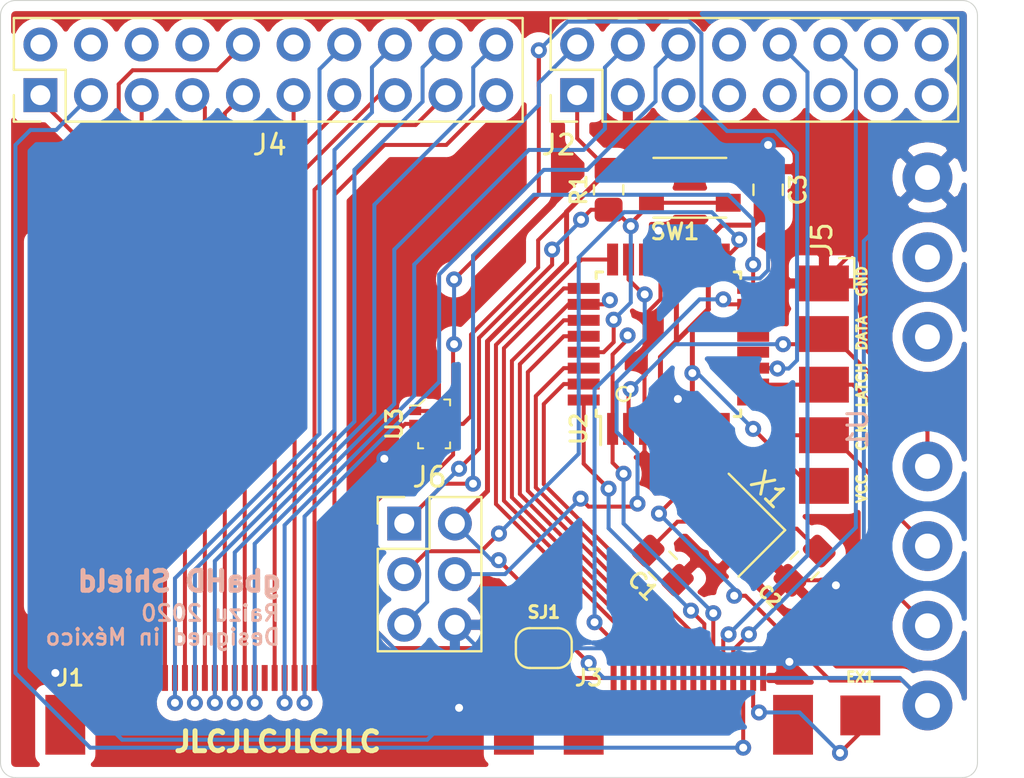
<source format=kicad_pcb>
(kicad_pcb (version 20171130) (host pcbnew "(5.1.8)-1")

  (general
    (thickness 1.6)
    (drawings 19)
    (tracks 442)
    (zones 0)
    (modules 18)
    (nets 88)
  )

  (page A4)
  (layers
    (0 F.Cu signal)
    (31 B.Cu signal)
    (32 B.Adhes user)
    (33 F.Adhes user)
    (34 B.Paste user)
    (35 F.Paste user)
    (36 B.SilkS user)
    (37 F.SilkS user)
    (38 B.Mask user)
    (39 F.Mask user)
    (40 Dwgs.User user)
    (41 Cmts.User user)
    (42 Eco1.User user)
    (43 Eco2.User user)
    (44 Edge.Cuts user)
    (45 Margin user)
    (46 B.CrtYd user)
    (47 F.CrtYd user)
    (48 B.Fab user)
    (49 F.Fab user hide)
  )

  (setup
    (last_trace_width 0.2)
    (trace_clearance 0.2)
    (zone_clearance 0.508)
    (zone_45_only no)
    (trace_min 0.2)
    (via_size 0.8)
    (via_drill 0.4)
    (via_min_size 0.4)
    (via_min_drill 0.3)
    (uvia_size 0.3)
    (uvia_drill 0.1)
    (uvias_allowed no)
    (uvia_min_size 0.2)
    (uvia_min_drill 0.1)
    (edge_width 0.05)
    (segment_width 0.2)
    (pcb_text_width 0.3)
    (pcb_text_size 1.5 1.5)
    (mod_edge_width 0.12)
    (mod_text_size 1 1)
    (mod_text_width 0.15)
    (pad_size 2 2)
    (pad_drill 0)
    (pad_to_mask_clearance 0)
    (aux_axis_origin 0 0)
    (visible_elements 7FFFFFFF)
    (pcbplotparams
      (layerselection 0x010fc_ffffffff)
      (usegerberextensions false)
      (usegerberattributes true)
      (usegerberadvancedattributes true)
      (creategerberjobfile true)
      (excludeedgelayer true)
      (linewidth 0.100000)
      (plotframeref false)
      (viasonmask false)
      (mode 1)
      (useauxorigin false)
      (hpglpennumber 1)
      (hpglpenspeed 20)
      (hpglpendiameter 15.000000)
      (psnegative false)
      (psa4output false)
      (plotreference true)
      (plotvalue true)
      (plotinvisibletext false)
      (padsonsilk false)
      (subtractmaskfromsilk false)
      (outputformat 1)
      (mirror false)
      (drillshape 0)
      (scaleselection 1)
      (outputdirectory "gerber/"))
  )

  (net 0 "")
  (net 1 "Net-(C1-Pad2)")
  (net 2 GND)
  (net 3 "Net-(C2-Pad2)")
  (net 4 GB_SPS)
  (net 5 "Net-(J1-Pad25)")
  (net 6 "Net-(J1-Pad40)")
  (net 7 GB_R5)
  (net 8 GB_G2)
  (net 9 "Net-(J1-Pad37)")
  (net 10 GB_B2)
  (net 11 "Net-(J1-Pad38)")
  (net 12 "Net-(J1-Pad36)")
  (net 13 "Net-(J1-Pad35)")
  (net 14 "Net-(J1-Pad34)")
  (net 15 "Net-(J1-Pad33)")
  (net 16 "Net-(J1-Pad24)")
  (net 17 "Net-(J1-Pad28)")
  (net 18 "Net-(J1-Pad32)")
  (net 19 "Net-(J1-Pad29)")
  (net 20 GB_B1)
  (net 21 "Net-(J1-Pad30)")
  (net 22 "Net-(J1-Pad31)")
  (net 23 GB_G1)
  (net 24 GB_B3)
  (net 25 "Net-(J1-Pad39)")
  (net 26 "Net-(J1-Pad2)")
  (net 27 "Net-(J1-Pad7)")
  (net 28 GB_G5)
  (net 29 "Net-(J1-Pad5)")
  (net 30 GB_DCLK)
  (net 31 "Net-(J1-Pad27)")
  (net 32 GB_R1)
  (net 33 "Net-(J1-Pad1)")
  (net 34 GB_R2)
  (net 35 GB_G3)
  (net 36 "Net-(J1-Pad18)")
  (net 37 GB_B5)
  (net 38 "Net-(J1-Pad4)")
  (net 39 GB_B4)
  (net 40 GB_R3)
  (net 41 GB_G4)
  (net 42 "Net-(J1-Pad6)")
  (net 43 GB_R4)
  (net 44 SP_ARD0)
  (net 45 SP_ARD1)
  (net 46 GBA_AUD1)
  (net 47 GBA_AUD2)
  (net 48 SP_ARD4)
  (net 49 "Net-(J2-Pad7)")
  (net 50 "Net-(J2-Pad5)")
  (net 51 GBA_UP)
  (net 52 "Net-(J3-Pad15)")
  (net 53 GBA_START)
  (net 54 GBA_DOWN)
  (net 55 GBA_A)
  (net 56 GBA_SELECT)
  (net 57 GBA_L)
  (net 58 GBA_CLK)
  (net 59 GBA_LEFT)
  (net 60 GBA_VCC)
  (net 61 GBA_RGHT)
  (net 62 GBA_R)
  (net 63 GBA_B)
  (net 64 SP_ARD12)
  (net 65 SP_ARD14)
  (net 66 SP_ARD15)
  (net 67 SP_ARD16)
  (net 68 SP_ARD17)
  (net 69 AT_RST)
  (net 70 ICSP_MOSI)
  (net 71 ICSP_SCK)
  (net 72 ICSP_MISO)
  (net 73 "Net-(U2-Pad22)")
  (net 74 "Net-(U2-Pad19)")
  (net 75 "Net-(U2-Pad14)")
  (net 76 "Net-(U2-Pad13)")
  (net 77 "Net-(U2-Pad12)")
  (net 78 "Net-(J2-Pad15)")
  (net 79 "Net-(J2-Pad13)")
  (net 80 "Net-(J2-Pad11)")
  (net 81 "Net-(J2-Pad9)")
  (net 82 SNS_DATA)
  (net 83 SNS_LATCH)
  (net 84 SNS_CLK)
  (net 85 SP_3V3)
  (net 86 GBA_POWER_SEL)
  (net 87 "Net-(U3-Pad3)")

  (net_class Default "This is the default net class."
    (clearance 0.2)
    (trace_width 0.2)
    (via_dia 0.8)
    (via_drill 0.4)
    (uvia_dia 0.3)
    (uvia_drill 0.1)
    (add_net AT_RST)
    (add_net GBA_A)
    (add_net GBA_AUD1)
    (add_net GBA_AUD2)
    (add_net GBA_B)
    (add_net GBA_CLK)
    (add_net GBA_DOWN)
    (add_net GBA_L)
    (add_net GBA_LEFT)
    (add_net GBA_POWER_SEL)
    (add_net GBA_R)
    (add_net GBA_RGHT)
    (add_net GBA_SELECT)
    (add_net GBA_START)
    (add_net GBA_UP)
    (add_net GBA_VCC)
    (add_net GB_B1)
    (add_net GB_B2)
    (add_net GB_B3)
    (add_net GB_B4)
    (add_net GB_B5)
    (add_net GB_DCLK)
    (add_net GB_G1)
    (add_net GB_G2)
    (add_net GB_G3)
    (add_net GB_G4)
    (add_net GB_G5)
    (add_net GB_R1)
    (add_net GB_R2)
    (add_net GB_R3)
    (add_net GB_R4)
    (add_net GB_R5)
    (add_net GB_SPS)
    (add_net GND)
    (add_net ICSP_MISO)
    (add_net ICSP_MOSI)
    (add_net ICSP_SCK)
    (add_net "Net-(C1-Pad2)")
    (add_net "Net-(C2-Pad2)")
    (add_net "Net-(J1-Pad1)")
    (add_net "Net-(J1-Pad18)")
    (add_net "Net-(J1-Pad2)")
    (add_net "Net-(J1-Pad24)")
    (add_net "Net-(J1-Pad25)")
    (add_net "Net-(J1-Pad27)")
    (add_net "Net-(J1-Pad28)")
    (add_net "Net-(J1-Pad29)")
    (add_net "Net-(J1-Pad30)")
    (add_net "Net-(J1-Pad31)")
    (add_net "Net-(J1-Pad32)")
    (add_net "Net-(J1-Pad33)")
    (add_net "Net-(J1-Pad34)")
    (add_net "Net-(J1-Pad35)")
    (add_net "Net-(J1-Pad36)")
    (add_net "Net-(J1-Pad37)")
    (add_net "Net-(J1-Pad38)")
    (add_net "Net-(J1-Pad39)")
    (add_net "Net-(J1-Pad4)")
    (add_net "Net-(J1-Pad40)")
    (add_net "Net-(J1-Pad5)")
    (add_net "Net-(J1-Pad6)")
    (add_net "Net-(J1-Pad7)")
    (add_net "Net-(J2-Pad11)")
    (add_net "Net-(J2-Pad13)")
    (add_net "Net-(J2-Pad15)")
    (add_net "Net-(J2-Pad5)")
    (add_net "Net-(J2-Pad7)")
    (add_net "Net-(J2-Pad9)")
    (add_net "Net-(J3-Pad15)")
    (add_net "Net-(U2-Pad12)")
    (add_net "Net-(U2-Pad13)")
    (add_net "Net-(U2-Pad14)")
    (add_net "Net-(U2-Pad19)")
    (add_net "Net-(U2-Pad22)")
    (add_net "Net-(U3-Pad3)")
    (add_net SNS_CLK)
    (add_net SNS_DATA)
    (add_net SNS_LATCH)
    (add_net SP_3V3)
    (add_net SP_ARD0)
    (add_net SP_ARD1)
    (add_net SP_ARD12)
    (add_net SP_ARD14)
    (add_net SP_ARD15)
    (add_net SP_ARD16)
    (add_net SP_ARD17)
    (add_net SP_ARD4)
  )

  (net_class VCC ""
    (clearance 0.2)
    (trace_width 0.25)
    (via_dia 0.8)
    (via_drill 0.4)
    (uvia_dia 0.3)
    (uvia_drill 0.1)
  )

  (module Connector_PinHeader_2.54mm:PinHeader_2x08_P2.54mm_Vertical (layer F.Cu) (tedit 59FED5CC) (tstamp 5FF9A7F9)
    (at 72.924 31.25 90)
    (descr "Through hole straight pin header, 2x08, 2.54mm pitch, double rows")
    (tags "Through hole pin header THT 2x08 2.54mm double row")
    (path /5FFDDE03)
    (fp_text reference J2 (at -2.5 -0.924 180) (layer F.SilkS)
      (effects (font (size 1 1) (thickness 0.15)))
    )
    (fp_text value Conn_02x08_Top_Bottom (at 5.25 9.326 180) (layer F.Fab)
      (effects (font (size 1 1) (thickness 0.15)))
    )
    (fp_line (start 4.35 -1.8) (end -1.8 -1.8) (layer F.CrtYd) (width 0.05))
    (fp_line (start 4.35 19.55) (end 4.35 -1.8) (layer F.CrtYd) (width 0.05))
    (fp_line (start -1.8 19.55) (end 4.35 19.55) (layer F.CrtYd) (width 0.05))
    (fp_line (start -1.8 -1.8) (end -1.8 19.55) (layer F.CrtYd) (width 0.05))
    (fp_line (start -1.33 -1.33) (end 0 -1.33) (layer F.SilkS) (width 0.12))
    (fp_line (start -1.33 0) (end -1.33 -1.33) (layer F.SilkS) (width 0.12))
    (fp_line (start 1.27 -1.33) (end 3.87 -1.33) (layer F.SilkS) (width 0.12))
    (fp_line (start 1.27 1.27) (end 1.27 -1.33) (layer F.SilkS) (width 0.12))
    (fp_line (start -1.33 1.27) (end 1.27 1.27) (layer F.SilkS) (width 0.12))
    (fp_line (start 3.87 -1.33) (end 3.87 19.11) (layer F.SilkS) (width 0.12))
    (fp_line (start -1.33 1.27) (end -1.33 19.11) (layer F.SilkS) (width 0.12))
    (fp_line (start -1.33 19.11) (end 3.87 19.11) (layer F.SilkS) (width 0.12))
    (fp_line (start -1.27 0) (end 0 -1.27) (layer F.Fab) (width 0.1))
    (fp_line (start -1.27 19.05) (end -1.27 0) (layer F.Fab) (width 0.1))
    (fp_line (start 3.81 19.05) (end -1.27 19.05) (layer F.Fab) (width 0.1))
    (fp_line (start 3.81 -1.27) (end 3.81 19.05) (layer F.Fab) (width 0.1))
    (fp_line (start 0 -1.27) (end 3.81 -1.27) (layer F.Fab) (width 0.1))
    (fp_text user %R (at 1.27 8.89) (layer F.Fab)
      (effects (font (size 1 1) (thickness 0.15)))
    )
    (pad 16 thru_hole oval (at 2.54 17.78 90) (size 1.7 1.7) (drill 1) (layers *.Cu *.Mask)
      (net 44 SP_ARD0))
    (pad 15 thru_hole oval (at 0 17.78 90) (size 1.7 1.7) (drill 1) (layers *.Cu *.Mask)
      (net 78 "Net-(J2-Pad15)"))
    (pad 14 thru_hole oval (at 2.54 15.24 90) (size 1.7 1.7) (drill 1) (layers *.Cu *.Mask)
      (net 45 SP_ARD1))
    (pad 13 thru_hole oval (at 0 15.24 90) (size 1.7 1.7) (drill 1) (layers *.Cu *.Mask)
      (net 79 "Net-(J2-Pad13)"))
    (pad 12 thru_hole oval (at 2.54 12.7 90) (size 1.7 1.7) (drill 1) (layers *.Cu *.Mask)
      (net 46 GBA_AUD1))
    (pad 11 thru_hole oval (at 0 12.7 90) (size 1.7 1.7) (drill 1) (layers *.Cu *.Mask)
      (net 80 "Net-(J2-Pad11)"))
    (pad 10 thru_hole oval (at 2.54 10.16 90) (size 1.7 1.7) (drill 1) (layers *.Cu *.Mask)
      (net 47 GBA_AUD2))
    (pad 9 thru_hole oval (at 0 10.16 90) (size 1.7 1.7) (drill 1) (layers *.Cu *.Mask)
      (net 81 "Net-(J2-Pad9)"))
    (pad 8 thru_hole oval (at 2.54 7.62 90) (size 1.7 1.7) (drill 1) (layers *.Cu *.Mask)
      (net 48 SP_ARD4))
    (pad 7 thru_hole oval (at 0 7.62 90) (size 1.7 1.7) (drill 1) (layers *.Cu *.Mask)
      (net 49 "Net-(J2-Pad7)"))
    (pad 6 thru_hole oval (at 2.54 5.08 90) (size 1.7 1.7) (drill 1) (layers *.Cu *.Mask)
      (net 10 GB_B2))
    (pad 5 thru_hole oval (at 0 5.08 90) (size 1.7 1.7) (drill 1) (layers *.Cu *.Mask)
      (net 50 "Net-(J2-Pad5)"))
    (pad 4 thru_hole oval (at 2.54 2.54 90) (size 1.7 1.7) (drill 1) (layers *.Cu *.Mask)
      (net 39 GB_B4))
    (pad 3 thru_hole oval (at 0 2.54 90) (size 1.7 1.7) (drill 1) (layers *.Cu *.Mask)
      (net 2 GND))
    (pad 2 thru_hole oval (at 2.54 0 90) (size 1.7 1.7) (drill 1) (layers *.Cu *.Mask)
      (net 23 GB_G1))
    (pad 1 thru_hole rect (at 0 0 90) (size 1.7 1.7) (drill 1) (layers *.Cu *.Mask)
      (net 85 SP_3V3))
    (model ${KISYS3DMOD}/Connector_PinHeader_2.54mm.3dshapes/PinHeader_2x08_P2.54mm_Vertical.wrl
      (at (xyz 0 0 0))
      (scale (xyz 1 1 1))
      (rotate (xyz 0 0 0))
    )
  )

  (module OFFSET:XKB-TS-1185EC-C-D-B (layer F.Cu) (tedit 60067520) (tstamp 5FF9D70A)
    (at 78.575 35.9 180)
    (path /5FFC3468)
    (fp_text reference SW1 (at 0.75 -2.2) (layer F.SilkS)
      (effects (font (size 0.8 0.8) (thickness 0.15)))
    )
    (fp_text value SW_Push (at 0 -4.064) (layer F.Fab)
      (effects (font (size 1 1) (thickness 0.15)))
    )
    (fp_circle (center 0 0) (end 0.85 0) (layer F.Fab) (width 0.12))
    (fp_line (start 1.825 1.5) (end -1.825 1.5) (layer F.SilkS) (width 0.12))
    (fp_line (start 1.825 -1.5) (end -1.825 -1.5) (layer F.SilkS) (width 0.12))
    (pad 2 smd rect (at 1.925 0.75 180) (size 1.25 0.9) (layers F.Cu F.Paste F.Mask)
      (net 2 GND))
    (pad 1 smd rect (at 1.925 -0.75) (size 1.25 0.9) (layers F.Cu F.Paste F.Mask)
      (net 69 AT_RST))
    (pad 2 smd rect (at -1.925 0.75 180) (size 1.25 0.9) (layers F.Cu F.Paste F.Mask)
      (net 2 GND))
    (pad 1 smd rect (at -1.925 -0.75 180) (size 1.25 0.9) (layers F.Cu F.Paste F.Mask)
      (net 69 AT_RST))
  )

  (module Crystal:Crystal_SMD_3225-4Pin_3.2x2.5mm (layer F.Cu) (tedit 5A0FD1B2) (tstamp 5FFB1AF5)
    (at 80.772 52.832 135)
    (descr "SMD Crystal SERIES SMD3225/4 http://www.txccrystal.com/images/pdf/7m-accuracy.pdf, 3.2x2.5mm^2 package")
    (tags "SMD SMT crystal")
    (path /5FFD18DB)
    (attr smd)
    (fp_text reference X1 (at 0 2.514472 135) (layer F.SilkS)
      (effects (font (size 1 1) (thickness 0.15)))
    )
    (fp_text value Crystal_GND2 (at 0 2.45 135) (layer F.Fab)
      (effects (font (size 1 1) (thickness 0.15)))
    )
    (fp_line (start -1.6 -1.25) (end -1.6 1.25) (layer F.Fab) (width 0.1))
    (fp_line (start -1.6 1.25) (end 1.6 1.25) (layer F.Fab) (width 0.1))
    (fp_line (start 1.6 1.25) (end 1.6 -1.25) (layer F.Fab) (width 0.1))
    (fp_line (start 1.6 -1.25) (end -1.6 -1.25) (layer F.Fab) (width 0.1))
    (fp_line (start -1.6 0.25) (end -0.6 1.25) (layer F.Fab) (width 0.1))
    (fp_line (start -2 -1.65) (end -2 1.65) (layer F.SilkS) (width 0.12))
    (fp_line (start -2 1.65) (end 2 1.65) (layer F.SilkS) (width 0.12))
    (fp_line (start -2.1 -1.7) (end -2.1 1.7) (layer F.CrtYd) (width 0.05))
    (fp_line (start -2.1 1.7) (end 2.1 1.7) (layer F.CrtYd) (width 0.05))
    (fp_line (start 2.1 1.7) (end 2.1 -1.7) (layer F.CrtYd) (width 0.05))
    (fp_line (start 2.1 -1.7) (end -2.1 -1.7) (layer F.CrtYd) (width 0.05))
    (fp_text user %R (at 0 0 135) (layer F.Fab)
      (effects (font (size 0.7 0.7) (thickness 0.105)))
    )
    (pad 4 smd rect (at -1.1 -0.85 135) (size 1.4 1.2) (layers F.Cu F.Paste F.Mask)
      (net 2 GND))
    (pad 3 smd rect (at 1.1 -0.85 135) (size 1.4 1.2) (layers F.Cu F.Paste F.Mask)
      (net 1 "Net-(C1-Pad2)"))
    (pad 2 smd rect (at 1.1 0.85 135) (size 1.4 1.2) (layers F.Cu F.Paste F.Mask)
      (net 2 GND))
    (pad 1 smd rect (at -1.1 0.85 135) (size 1.4 1.2) (layers F.Cu F.Paste F.Mask)
      (net 3 "Net-(C2-Pad2)"))
    (model ${KISYS3DMOD}/Crystal.3dshapes/Crystal_SMD_3225-4Pin_3.2x2.5mm.wrl
      (at (xyz 0 0 0))
      (scale (xyz 1 1 1))
      (rotate (xyz 0 0 0))
    )
  )

  (module OFFSET:OFFSET_LOGO_4.0mm (layer F.Cu) (tedit 5F74E5A7) (tstamp 5FFA7673)
    (at 47.7 47.75 90)
    (fp_text reference G*** (at 0 0 90) (layer F.SilkS) hide
      (effects (font (size 1.524 1.524) (thickness 0.3)))
    )
    (fp_text value LOGO (at 1.5 -0.25 90) (layer F.SilkS) hide
      (effects (font (size 1.524 1.524) (thickness 0.3)))
    )
    (fp_poly (pts (xy -6.921483 -1.258544) (xy -6.854682 -1.253145) (xy -6.800902 -1.241002) (xy -6.747145 -1.219761)
      (xy -6.718094 -1.205918) (xy -6.590971 -1.122616) (xy -6.485483 -1.007994) (xy -6.40144 -0.861669)
      (xy -6.338654 -0.683255) (xy -6.296934 -0.472367) (xy -6.280958 -0.316762) (xy -6.266812 -0.117231)
      (xy -7.756769 -0.117231) (xy -7.756769 -0.251441) (xy -7.749364 -0.392061) (xy -7.728904 -0.540807)
      (xy -7.698027 -0.684057) (xy -7.659368 -0.808194) (xy -7.64009 -0.854287) (xy -7.567053 -0.979431)
      (xy -7.474429 -1.089391) (xy -7.370687 -1.175172) (xy -7.301792 -1.213488) (xy -7.241253 -1.236772)
      (xy -7.179318 -1.250819) (xy -7.102911 -1.257723) (xy -7.014308 -1.259551) (xy -6.921483 -1.258544)) (layer F.Cu) (width 0.01))
    (fp_poly (pts (xy 9.163538 -0.117231) (xy 7.424615 -0.117231) (xy 7.424615 1.602154) (xy 6.721231 1.602154)
      (xy 6.721231 -0.117231) (xy 5.216769 -0.117231) (xy 5.216769 0.117231) (xy 3.868615 0.117231)
      (xy 3.868615 1.055077) (xy 5.451231 1.055077) (xy 5.451231 1.602154) (xy 3.165231 1.602154)
      (xy 3.165231 -0.117231) (xy 2.203974 -0.117231) (xy 2.318256 -0.03056) (xy 2.455571 0.091212)
      (xy 2.557848 0.223555) (xy 2.627044 0.37077) (xy 2.665114 0.537158) (xy 2.674016 0.727019)
      (xy 2.673285 0.749878) (xy 2.657458 0.909439) (xy 2.621099 1.044566) (xy 2.560321 1.16618)
      (xy 2.491169 1.261489) (xy 2.374095 1.375004) (xy 2.228026 1.469038) (xy 2.058171 1.543007)
      (xy 1.869736 1.59633) (xy 1.667929 1.628424) (xy 1.457958 1.638706) (xy 1.245032 1.626594)
      (xy 1.034357 1.591506) (xy 0.831141 1.532858) (xy 0.67037 1.465136) (xy 0.488699 1.356386)
      (xy 0.33759 1.224338) (xy 0.218131 1.070491) (xy 0.131413 0.896338) (xy 0.078525 0.703378)
      (xy 0.069105 0.639438) (xy 0.055692 0.526646) (xy 0.413731 0.531977) (xy 0.771769 0.537308)
      (xy 0.783869 0.636433) (xy 0.814853 0.767815) (xy 0.874429 0.875634) (xy 0.943128 0.947603)
      (xy 1.024004 1.00579) (xy 1.113585 1.046166) (xy 1.220104 1.071015) (xy 1.351796 1.082616)
      (xy 1.436077 1.084176) (xy 1.534283 1.08341) (xy 1.604512 1.079646) (xy 1.657847 1.071023)
      (xy 1.705372 1.055678) (xy 1.758169 1.031751) (xy 1.763372 1.029204) (xy 1.865919 0.962182)
      (xy 1.933763 0.87796) (xy 1.968204 0.774544) (xy 1.973385 0.705925) (xy 1.967339 0.619366)
      (xy 1.946971 0.544052) (xy 1.908934 0.477266) (xy 1.849881 0.416289) (xy 1.766465 0.358405)
      (xy 1.655339 0.300897) (xy 1.513156 0.241046) (xy 1.336569 0.176135) (xy 1.309077 0.166547)
      (xy 1.191187 0.123538) (xy 1.065284 0.074118) (xy 0.946452 0.024397) (xy 0.849923 -0.019443)
      (xy 0.654538 -0.113918) (xy 1.426308 -0.116551) (xy 2.198077 -0.119184) (xy 2.045961 -0.196947)
      (xy 1.972895 -0.230919) (xy 1.873484 -0.272433) (xy 1.758619 -0.317174) (xy 1.639189 -0.360826)
      (xy 1.585605 -0.37939) (xy 1.403235 -0.444064) (xy 1.255249 -0.503132) (xy 1.137745 -0.558807)
      (xy 1.046822 -0.613302) (xy 0.978576 -0.66883) (xy 0.929105 -0.727603) (xy 0.90754 -0.76393)
      (xy 0.883875 -0.845713) (xy 0.883756 -0.943498) (xy 0.906691 -1.042478) (xy 0.917672 -1.069486)
      (xy 0.975899 -1.15298) (xy 1.062403 -1.219165) (xy 1.170091 -1.267343) (xy 1.291871 -1.296818)
      (xy 1.420649 -1.306893) (xy 1.549334 -1.29687) (xy 1.670831 -1.266054) (xy 1.778049 -1.213747)
      (xy 1.844296 -1.160524) (xy 1.909227 -1.075731) (xy 1.954452 -0.976915) (xy 1.972858 -0.879898)
      (xy 1.972955 -0.874346) (xy 1.973385 -0.801077) (xy 2.676769 -0.801077) (xy 2.676357 -0.903654)
      (xy 2.664247 -1.007813) (xy 2.63211 -1.12648) (xy 2.58513 -1.244305) (xy 2.52849 -1.345939)
      (xy 2.525555 -1.350236) (xy 2.39845 -1.500623) (xy 2.241681 -1.628646) (xy 2.059404 -1.731522)
      (xy 1.855771 -1.806469) (xy 1.836615 -1.811729) (xy 1.807796 -1.817077) (xy 3.165231 -1.817077)
      (xy 3.165231 -0.117231) (xy 5.216769 -0.117231) (xy 5.216769 -0.429846) (xy 3.868615 -0.429846)
      (xy 3.868615 -1.250461) (xy 5.451231 -1.250461) (xy 5.451231 -1.817077) (xy 5.685692 -1.817077)
      (xy 5.685692 -1.250461) (xy 6.721231 -1.250461) (xy 6.721231 -0.117231) (xy 7.424615 -0.117231)
      (xy 7.424615 -1.250461) (xy 8.460154 -1.250461) (xy 8.460154 -1.817077) (xy 5.685692 -1.817077)
      (xy 5.451231 -1.817077) (xy 3.165231 -1.817077) (xy 1.807796 -1.817077) (xy 1.733455 -1.830872)
      (xy 1.603286 -1.842497) (xy 1.45742 -1.846733) (xy 1.30717 -1.843706) (xy 1.163849 -1.833546)
      (xy 1.038769 -1.81638) (xy 0.974273 -1.801983) (xy 0.76482 -1.72893) (xy 0.584705 -1.632649)
      (xy 0.435062 -1.513975) (xy 0.317025 -1.373747) (xy 0.259064 -1.274034) (xy 0.227505 -1.20872)
      (xy 0.206633 -1.15765) (xy 0.194288 -1.10965) (xy 0.188311 -1.053547) (xy 0.186539 -0.97817)
      (xy 0.186683 -0.899715) (xy 0.18834 -0.794571) (xy 0.19311 -0.718164) (xy 0.20243 -0.66019)
      (xy 0.217741 -0.610346) (xy 0.231756 -0.577055) (xy 0.323223 -0.420006) (xy 0.445626 -0.279097)
      (xy 0.534359 -0.203458) (xy 0.648641 -0.117231) (xy -0.371231 -0.117231) (xy -0.371231 0.175846)
      (xy -1.719385 0.175846) (xy -1.719385 1.602154) (xy -2.422769 1.602154) (xy -2.422769 -0.117231)
      (xy -3.008923 -0.117231) (xy -3.008923 0.175846) (xy -4.357077 0.175846) (xy -4.357077 1.602154)
      (xy -5.060462 1.602154) (xy -5.060462 -0.117231) (xy -5.563011 -0.117231) (xy -5.573658 -0.337038)
      (xy -5.601725 -0.604409) (xy -5.659293 -0.847187) (xy -5.747141 -1.067282) (xy -5.866052 -1.2666)
      (xy -6.016804 -1.447048) (xy -6.035783 -1.466245) (xy -6.204333 -1.609667) (xy -6.388358 -1.718912)
      (xy -6.590512 -1.795113) (xy -6.701079 -1.817077) (xy -5.060462 -1.817077) (xy -5.060462 -0.117231)
      (xy -3.008923 -0.117231) (xy -3.008923 -0.371231) (xy -4.357077 -0.371231) (xy -4.357077 -1.250461)
      (xy -2.833077 -1.250461) (xy -2.833077 -1.817077) (xy -2.422769 -1.817077) (xy -2.422769 -0.117231)
      (xy -0.371231 -0.117231) (xy -0.371231 -0.371231) (xy -1.719385 -0.371231) (xy -1.719385 -1.250461)
      (xy -0.195385 -1.250461) (xy -0.195385 -1.817077) (xy -2.422769 -1.817077) (xy -2.833077 -1.817077)
      (xy -5.060462 -1.817077) (xy -6.701079 -1.817077) (xy -6.813449 -1.839399) (xy -6.936154 -1.850069)
      (xy -7.181243 -1.845485) (xy -7.410583 -1.805691) (xy -7.622404 -1.731971) (xy -7.814935 -1.625606)
      (xy -7.986406 -1.487878) (xy -8.135046 -1.32007) (xy -8.259084 -1.123462) (xy -8.356752 -0.899338)
      (xy -8.389371 -0.797694) (xy -8.417034 -0.684884) (xy -8.44211 -0.551211) (xy -8.462379 -0.411705)
      (xy -8.475619 -0.281397) (xy -8.479692 -0.186385) (xy -8.479692 -0.117231) (xy -7.762576 -0.117231)
      (xy -7.750913 0.102577) (xy -7.726549 0.329123) (xy -7.67932 0.526543) (xy -7.609677 0.694063)
      (xy -7.518071 0.830908) (xy -7.404955 0.936302) (xy -7.270779 1.00947) (xy -7.210658 1.029727)
      (xy -7.096914 1.048251) (xy -6.96756 1.047691) (xy -6.838933 1.029432) (xy -6.72737 0.994858)
      (xy -6.711098 0.98737) (xy -6.586056 0.904955) (xy -6.482149 0.790306) (xy -6.399283 0.643226)
      (xy -6.337364 0.463521) (xy -6.296299 0.250996) (xy -6.280436 0.090611) (xy -6.266513 -0.117231)
      (xy -5.568462 -0.117231) (xy -5.568462 0.046287) (xy -5.583899 0.281509) (xy -5.628336 0.517338)
      (xy -5.698956 0.742524) (xy -5.792947 0.945817) (xy -5.793948 0.947615) (xy -5.920323 1.135477)
      (xy -6.074541 1.298177) (xy -6.252643 1.432608) (xy -6.450668 1.535659) (xy -6.613769 1.591542)
      (xy -6.683474 1.60512) (xy -6.779674 1.616922) (xy -6.89083 1.626266) (xy -7.005407 1.632468)
      (xy -7.111868 1.634844) (xy -7.198674 1.63271) (xy -7.239 1.628596) (xy -7.472319 1.572797)
      (xy -7.684942 1.484353) (xy -7.875436 1.364285) (xy -8.042367 1.213614) (xy -8.184302 1.033364)
      (xy -8.264051 0.897805) (xy -8.350488 0.700411) (xy -8.413649 0.483175) (xy -8.455104 0.240203)
      (xy -8.465338 0.141654) (xy -8.488072 -0.117231) (xy -9.163538 -0.117231) (xy -9.163538 -2.012461)
      (xy 9.163538 -2.012461) (xy 9.163538 -0.117231)) (layer F.Cu) (width 0.01))
    (fp_poly (pts (xy 9.163538 -0.117231) (xy 7.424615 -0.117231) (xy 7.424615 1.602154) (xy 6.721231 1.602154)
      (xy 6.721231 -0.117231) (xy 5.216769 -0.117231) (xy 5.216769 0.117231) (xy 3.868615 0.117231)
      (xy 3.868615 1.055077) (xy 5.451231 1.055077) (xy 5.451231 1.602154) (xy 3.165231 1.602154)
      (xy 3.165231 -0.117231) (xy 2.203974 -0.117231) (xy 2.318256 -0.03056) (xy 2.455571 0.091212)
      (xy 2.557848 0.223555) (xy 2.627044 0.37077) (xy 2.665114 0.537158) (xy 2.674016 0.727019)
      (xy 2.673285 0.749878) (xy 2.657458 0.909439) (xy 2.621099 1.044566) (xy 2.560321 1.16618)
      (xy 2.491169 1.261489) (xy 2.374095 1.375004) (xy 2.228026 1.469038) (xy 2.058171 1.543007)
      (xy 1.869736 1.59633) (xy 1.667929 1.628424) (xy 1.457958 1.638706) (xy 1.245032 1.626594)
      (xy 1.034357 1.591506) (xy 0.831141 1.532858) (xy 0.67037 1.465136) (xy 0.488699 1.356386)
      (xy 0.33759 1.224338) (xy 0.218131 1.070491) (xy 0.131413 0.896338) (xy 0.078525 0.703378)
      (xy 0.069105 0.639438) (xy 0.055692 0.526646) (xy 0.413731 0.531977) (xy 0.771769 0.537308)
      (xy 0.783869 0.636433) (xy 0.814853 0.767815) (xy 0.874429 0.875634) (xy 0.943128 0.947603)
      (xy 1.024004 1.00579) (xy 1.113585 1.046166) (xy 1.220104 1.071015) (xy 1.351796 1.082616)
      (xy 1.436077 1.084176) (xy 1.534283 1.08341) (xy 1.604512 1.079646) (xy 1.657847 1.071023)
      (xy 1.705372 1.055678) (xy 1.758169 1.031751) (xy 1.763372 1.029204) (xy 1.865919 0.962182)
      (xy 1.933763 0.87796) (xy 1.968204 0.774544) (xy 1.973385 0.705925) (xy 1.967339 0.619366)
      (xy 1.946971 0.544052) (xy 1.908934 0.477266) (xy 1.849881 0.416289) (xy 1.766465 0.358405)
      (xy 1.655339 0.300897) (xy 1.513156 0.241046) (xy 1.336569 0.176135) (xy 1.309077 0.166547)
      (xy 1.191187 0.123538) (xy 1.065284 0.074118) (xy 0.946452 0.024397) (xy 0.849923 -0.019443)
      (xy 0.654538 -0.113918) (xy 1.426308 -0.116551) (xy 2.198077 -0.119184) (xy 2.045961 -0.196947)
      (xy 1.972895 -0.230919) (xy 1.873484 -0.272433) (xy 1.758619 -0.317174) (xy 1.639189 -0.360826)
      (xy 1.585605 -0.37939) (xy 1.403235 -0.444064) (xy 1.255249 -0.503132) (xy 1.137745 -0.558807)
      (xy 1.046822 -0.613302) (xy 0.978576 -0.66883) (xy 0.929105 -0.727603) (xy 0.90754 -0.76393)
      (xy 0.883875 -0.845713) (xy 0.883756 -0.943498) (xy 0.906691 -1.042478) (xy 0.917672 -1.069486)
      (xy 0.975899 -1.15298) (xy 1.062403 -1.219165) (xy 1.170091 -1.267343) (xy 1.291871 -1.296818)
      (xy 1.420649 -1.306893) (xy 1.549334 -1.29687) (xy 1.670831 -1.266054) (xy 1.778049 -1.213747)
      (xy 1.844296 -1.160524) (xy 1.909227 -1.075731) (xy 1.954452 -0.976915) (xy 1.972858 -0.879898)
      (xy 1.972955 -0.874346) (xy 1.973385 -0.801077) (xy 2.676769 -0.801077) (xy 2.676357 -0.903654)
      (xy 2.664247 -1.007813) (xy 2.63211 -1.12648) (xy 2.58513 -1.244305) (xy 2.52849 -1.345939)
      (xy 2.525555 -1.350236) (xy 2.39845 -1.500623) (xy 2.241681 -1.628646) (xy 2.059404 -1.731522)
      (xy 1.855771 -1.806469) (xy 1.836615 -1.811729) (xy 1.807796 -1.817077) (xy 3.165231 -1.817077)
      (xy 3.165231 -0.117231) (xy 5.216769 -0.117231) (xy 5.216769 -0.429846) (xy 3.868615 -0.429846)
      (xy 3.868615 -1.250461) (xy 5.451231 -1.250461) (xy 5.451231 -1.817077) (xy 5.685692 -1.817077)
      (xy 5.685692 -1.250461) (xy 6.721231 -1.250461) (xy 6.721231 -0.117231) (xy 7.424615 -0.117231)
      (xy 7.424615 -1.250461) (xy 8.460154 -1.250461) (xy 8.460154 -1.817077) (xy 5.685692 -1.817077)
      (xy 5.451231 -1.817077) (xy 3.165231 -1.817077) (xy 1.807796 -1.817077) (xy 1.733455 -1.830872)
      (xy 1.603286 -1.842497) (xy 1.45742 -1.846733) (xy 1.30717 -1.843706) (xy 1.163849 -1.833546)
      (xy 1.038769 -1.81638) (xy 0.974273 -1.801983) (xy 0.76482 -1.72893) (xy 0.584705 -1.632649)
      (xy 0.435062 -1.513975) (xy 0.317025 -1.373747) (xy 0.259064 -1.274034) (xy 0.227505 -1.20872)
      (xy 0.206633 -1.15765) (xy 0.194288 -1.10965) (xy 0.188311 -1.053547) (xy 0.186539 -0.97817)
      (xy 0.186683 -0.899715) (xy 0.18834 -0.794571) (xy 0.19311 -0.718164) (xy 0.20243 -0.66019)
      (xy 0.217741 -0.610346) (xy 0.231756 -0.577055) (xy 0.323223 -0.420006) (xy 0.445626 -0.279097)
      (xy 0.534359 -0.203458) (xy 0.648641 -0.117231) (xy -0.371231 -0.117231) (xy -0.371231 0.175846)
      (xy -1.719385 0.175846) (xy -1.719385 1.602154) (xy -2.422769 1.602154) (xy -2.422769 -0.117231)
      (xy -3.008923 -0.117231) (xy -3.008923 0.175846) (xy -4.357077 0.175846) (xy -4.357077 1.602154)
      (xy -5.060462 1.602154) (xy -5.060462 -0.117231) (xy -5.563011 -0.117231) (xy -5.573658 -0.337038)
      (xy -5.601725 -0.604409) (xy -5.659293 -0.847187) (xy -5.747141 -1.067282) (xy -5.866052 -1.2666)
      (xy -6.016804 -1.447048) (xy -6.035783 -1.466245) (xy -6.204333 -1.609667) (xy -6.388358 -1.718912)
      (xy -6.590512 -1.795113) (xy -6.701079 -1.817077) (xy -5.060462 -1.817077) (xy -5.060462 -0.117231)
      (xy -3.008923 -0.117231) (xy -3.008923 -0.371231) (xy -4.357077 -0.371231) (xy -4.357077 -1.250461)
      (xy -2.833077 -1.250461) (xy -2.833077 -1.817077) (xy -2.422769 -1.817077) (xy -2.422769 -0.117231)
      (xy -0.371231 -0.117231) (xy -0.371231 -0.371231) (xy -1.719385 -0.371231) (xy -1.719385 -1.250461)
      (xy -0.195385 -1.250461) (xy -0.195385 -1.817077) (xy -2.422769 -1.817077) (xy -2.833077 -1.817077)
      (xy -5.060462 -1.817077) (xy -6.701079 -1.817077) (xy -6.813449 -1.839399) (xy -6.936154 -1.850069)
      (xy -7.181243 -1.845485) (xy -7.410583 -1.805691) (xy -7.622404 -1.731971) (xy -7.814935 -1.625606)
      (xy -7.986406 -1.487878) (xy -8.135046 -1.32007) (xy -8.259084 -1.123462) (xy -8.356752 -0.899338)
      (xy -8.389371 -0.797694) (xy -8.417034 -0.684884) (xy -8.44211 -0.551211) (xy -8.462379 -0.411705)
      (xy -8.475619 -0.281397) (xy -8.479692 -0.186385) (xy -8.479692 -0.117231) (xy -7.762576 -0.117231)
      (xy -7.750913 0.102577) (xy -7.726549 0.329123) (xy -7.67932 0.526543) (xy -7.609677 0.694063)
      (xy -7.518071 0.830908) (xy -7.404955 0.936302) (xy -7.270779 1.00947) (xy -7.210658 1.029727)
      (xy -7.096914 1.048251) (xy -6.96756 1.047691) (xy -6.838933 1.029432) (xy -6.72737 0.994858)
      (xy -6.711098 0.98737) (xy -6.586056 0.904955) (xy -6.482149 0.790306) (xy -6.399283 0.643226)
      (xy -6.337364 0.463521) (xy -6.296299 0.250996) (xy -6.280436 0.090611) (xy -6.266513 -0.117231)
      (xy -5.568462 -0.117231) (xy -5.568462 0.046287) (xy -5.583899 0.281509) (xy -5.628336 0.517338)
      (xy -5.698956 0.742524) (xy -5.792947 0.945817) (xy -5.793948 0.947615) (xy -5.920323 1.135477)
      (xy -6.074541 1.298177) (xy -6.252643 1.432608) (xy -6.450668 1.535659) (xy -6.613769 1.591542)
      (xy -6.683474 1.60512) (xy -6.779674 1.616922) (xy -6.89083 1.626266) (xy -7.005407 1.632468)
      (xy -7.111868 1.634844) (xy -7.198674 1.63271) (xy -7.239 1.628596) (xy -7.472319 1.572797)
      (xy -7.684942 1.484353) (xy -7.875436 1.364285) (xy -8.042367 1.213614) (xy -8.184302 1.033364)
      (xy -8.264051 0.897805) (xy -8.350488 0.700411) (xy -8.413649 0.483175) (xy -8.455104 0.240203)
      (xy -8.465338 0.141654) (xy -8.488072 -0.117231) (xy -9.163538 -0.117231) (xy -9.163538 -2.012461)
      (xy 9.163538 -2.012461) (xy 9.163538 -0.117231)) (layer F.Mask) (width 0.01))
    (fp_poly (pts (xy -6.921483 -1.258544) (xy -6.854682 -1.253145) (xy -6.800902 -1.241002) (xy -6.747145 -1.219761)
      (xy -6.718094 -1.205918) (xy -6.590971 -1.122616) (xy -6.485483 -1.007994) (xy -6.40144 -0.861669)
      (xy -6.338654 -0.683255) (xy -6.296934 -0.472367) (xy -6.280958 -0.316762) (xy -6.266812 -0.117231)
      (xy -7.756769 -0.117231) (xy -7.756769 -0.251441) (xy -7.749364 -0.392061) (xy -7.728904 -0.540807)
      (xy -7.698027 -0.684057) (xy -7.659368 -0.808194) (xy -7.64009 -0.854287) (xy -7.567053 -0.979431)
      (xy -7.474429 -1.089391) (xy -7.370687 -1.175172) (xy -7.301792 -1.213488) (xy -7.241253 -1.236772)
      (xy -7.179318 -1.250819) (xy -7.102911 -1.257723) (xy -7.014308 -1.259551) (xy -6.921483 -1.258544)) (layer F.Mask) (width 0.01))
  )

  (module OFFSET:SNES_7PIN (layer B.Cu) (tedit 5FFA72E6) (tstamp 5FFA72F1)
    (at 91 48 90)
    (path /5FFBD0A5)
    (fp_text reference U1 (at 0 -4.008 -90) (layer B.SilkS)
      (effects (font (size 1 1) (thickness 0.15)) (justify mirror))
    )
    (fp_text value SNES_7PIN (at 0 3.5 -90) (layer B.Fab)
      (effects (font (size 1 1) (thickness 0.15)) (justify mirror))
    )
    (pad 1 thru_hole circle (at -13.881 -0.508 90) (size 2.5 2.5) (drill 1.25) (layers *.Cu *.Mask)
      (net 85 SP_3V3))
    (pad 2 thru_hole circle (at -9.881 -0.508 90) (size 2.5 2.5) (drill 1.25) (layers *.Cu *.Mask)
      (net 84 SNS_CLK))
    (pad 3 thru_hole circle (at -5.881 -0.508 90) (size 2.5 2.5) (drill 1.25) (layers *.Cu *.Mask)
      (net 83 SNS_LATCH))
    (pad 4 thru_hole circle (at -1.881 -0.508 90) (size 2.5 2.5) (drill 1.25) (layers *.Cu *.Mask)
      (net 82 SNS_DATA))
    (pad 5 thru_hole circle (at 4.619 -0.508 90) (size 2.5 2.5) (drill 1.25) (layers *.Cu *.Mask))
    (pad 6 thru_hole circle (at 8.619 -0.508 90) (size 2.5 2.5) (drill 1.25) (layers *.Cu *.Mask))
    (pad 7 thru_hole circle (at 12.619 -0.508 90) (size 2.5 2.5) (drill 1.25) (layers *.Cu *.Mask)
      (net 2 GND))
  )

  (module OFFSET:SOLDER_PAD (layer F.Cu) (tedit 5FFA313E) (tstamp 5FFABEE0)
    (at 87.122 62.23)
    (path /600D67A4)
    (fp_text reference J7 (at 0.25 2) (layer F.Fab)
      (effects (font (size 0.8 0.8) (thickness 0.15)))
    )
    (fp_text value Conn_01x01 (at -0.9 1.85 180) (layer Dwgs.User)
      (effects (font (size 0.5 0.5) (thickness 0.1)) (justify left))
    )
    (pad 1 smd rect (at 0 -0.25) (size 2 2) (drill (offset 0 0.4)) (layers F.Cu F.Paste F.Mask)
      (net 52 "Net-(J3-Pad15)"))
  )

  (module OFFSET:SOT-363 (layer F.Cu) (tedit 5D28A631) (tstamp 5FFA5BF7)
    (at 65.75 47.75 270)
    (path /600B1250)
    (attr smd)
    (fp_text reference U3 (at 0 2 90) (layer F.SilkS)
      (effects (font (size 0.8 0.8) (thickness 0.15)))
    )
    (fp_text value WAS3157B (at 0 2.325 90) (layer F.Fab)
      (effects (font (size 1 1) (thickness 0.15)))
    )
    (fp_line (start -1.4 1.5) (end -1.4 -1.5) (layer F.CrtYd) (width 0.05))
    (fp_line (start 1.4 1.5) (end -1.4 1.5) (layer F.CrtYd) (width 0.05))
    (fp_line (start 1.4 -1.5) (end 1.4 1.5) (layer F.CrtYd) (width 0.05))
    (fp_line (start -1.4 -1.5) (end 1.4 -1.5) (layer F.CrtYd) (width 0.05))
    (fp_line (start -1.225 0.475) (end -0.925 0.8) (layer F.SilkS) (width 0.1))
    (fp_line (start -0.925 0.8) (end -0.925 1.2) (layer F.SilkS) (width 0.1))
    (fp_line (start -0.875 0.675) (end 1.1 0.675) (layer F.Fab) (width 0.1))
    (fp_line (start -1.1 0.425) (end -1.1 -0.675) (layer F.Fab) (width 0.1))
    (fp_line (start -1.1 0.425) (end -0.875 0.675) (layer F.Fab) (width 0.1))
    (fp_line (start -0.925 -0.8) (end -1.225 -0.8) (layer F.SilkS) (width 0.1))
    (fp_line (start -1.225 -0.8) (end -1.225 -0.5) (layer F.SilkS) (width 0.1))
    (fp_line (start 0.95 0.8) (end 1.225 0.8) (layer F.SilkS) (width 0.1))
    (fp_line (start 1.225 0.8) (end 1.225 0.55) (layer F.SilkS) (width 0.1))
    (fp_line (start 0.925 -0.8) (end 1.225 -0.8) (layer F.SilkS) (width 0.1))
    (fp_line (start 1.225 -0.8) (end 1.225 -0.575) (layer F.SilkS) (width 0.1))
    (fp_line (start 1.1 -0.675) (end 1.1 0.675) (layer F.Fab) (width 0.1))
    (fp_line (start -1.1 -0.675) (end 1.1 -0.675) (layer F.Fab) (width 0.1))
    (fp_text user %R (at -0.05 0.025 90) (layer F.Fab)
      (effects (font (size 0.4 0.4) (thickness 0.04)))
    )
    (pad 3 smd rect (at 0.65 0.95 270) (size 0.42 0.6) (layers F.Cu F.Paste F.Mask)
      (net 87 "Net-(U3-Pad3)"))
    (pad 2 smd rect (at 0 0.95 270) (size 0.42 0.6) (layers F.Cu F.Paste F.Mask)
      (net 2 GND))
    (pad 1 smd rect (at -0.65 0.95 270) (size 0.42 0.6) (layers F.Cu F.Paste F.Mask)
      (net 85 SP_3V3))
    (pad 4 smd rect (at 0.65 -0.95 270) (size 0.42 0.6) (layers F.Cu F.Paste F.Mask)
      (net 60 GBA_VCC))
    (pad 5 smd rect (at 0 -0.95 270) (size 0.42 0.6) (layers F.Cu F.Paste F.Mask)
      (net 85 SP_3V3))
    (pad 6 smd rect (at -0.65 -0.95 270) (size 0.42 0.6) (layers F.Cu F.Paste F.Mask)
      (net 86 GBA_POWER_SEL))
  )

  (module Jumper:SolderJumper-2_P1.3mm_Open_RoundedPad1.0x1.5mm (layer F.Cu) (tedit 5B391E66) (tstamp 5FFA5B3D)
    (at 71.25 59)
    (descr "SMD Solder Jumper, 1x1.5mm, rounded Pads, 0.3mm gap, open")
    (tags "solder jumper open")
    (path /600B7BD0)
    (attr virtual)
    (fp_text reference SJ1 (at 0 -1.8 180) (layer F.SilkS)
      (effects (font (size 0.6 0.6) (thickness 0.15)))
    )
    (fp_text value SOLDER_JUMPER (at 0 1.9) (layer F.Fab)
      (effects (font (size 1 1) (thickness 0.15)))
    )
    (fp_line (start 1.65 1.25) (end -1.65 1.25) (layer F.CrtYd) (width 0.05))
    (fp_line (start 1.65 1.25) (end 1.65 -1.25) (layer F.CrtYd) (width 0.05))
    (fp_line (start -1.65 -1.25) (end -1.65 1.25) (layer F.CrtYd) (width 0.05))
    (fp_line (start -1.65 -1.25) (end 1.65 -1.25) (layer F.CrtYd) (width 0.05))
    (fp_line (start -0.7 -1) (end 0.7 -1) (layer F.SilkS) (width 0.12))
    (fp_line (start 1.4 -0.3) (end 1.4 0.3) (layer F.SilkS) (width 0.12))
    (fp_line (start 0.7 1) (end -0.7 1) (layer F.SilkS) (width 0.12))
    (fp_line (start -1.4 0.3) (end -1.4 -0.3) (layer F.SilkS) (width 0.12))
    (fp_arc (start 0.7 -0.3) (end 1.4 -0.3) (angle -90) (layer F.SilkS) (width 0.12))
    (fp_arc (start 0.7 0.3) (end 0.7 1) (angle -90) (layer F.SilkS) (width 0.12))
    (fp_arc (start -0.7 0.3) (end -1.4 0.3) (angle -90) (layer F.SilkS) (width 0.12))
    (fp_arc (start -0.7 -0.3) (end -0.7 -1) (angle -90) (layer F.SilkS) (width 0.12))
    (pad 1 smd custom (at -0.65 0) (size 1 0.5) (layers F.Cu F.Mask)
      (net 60 GBA_VCC) (zone_connect 2)
      (options (clearance outline) (anchor rect))
      (primitives
        (gr_circle (center 0 0.25) (end 0.5 0.25) (width 0))
        (gr_circle (center 0 -0.25) (end 0.5 -0.25) (width 0))
        (gr_poly (pts
           (xy 0 -0.75) (xy 0.5 -0.75) (xy 0.5 0.75) (xy 0 0.75)) (width 0))
      ))
    (pad 2 smd custom (at 0.65 0) (size 1 0.5) (layers F.Cu F.Mask)
      (net 85 SP_3V3) (zone_connect 2)
      (options (clearance outline) (anchor rect))
      (primitives
        (gr_circle (center 0 0.25) (end 0.5 0.25) (width 0))
        (gr_circle (center 0 -0.25) (end 0.5 -0.25) (width 0))
        (gr_poly (pts
           (xy 0 -0.75) (xy -0.5 -0.75) (xy -0.5 0.75) (xy 0 0.75)) (width 0))
      ))
  )

  (module OFFSET:Pads_01x05 (layer F.Cu) (tedit 5F5EDEF0) (tstamp 5FFA7336)
    (at 85 45.75 270)
    (path /600A46A4)
    (fp_text reference J5 (at -7.25 -0.2 90) (layer F.SilkS)
      (effects (font (size 1 1) (thickness 0.15)))
    )
    (fp_text value Conn_01x05 (at 0 -2.6 90) (layer F.Fab)
      (effects (font (size 1 1) (thickness 0.15)))
    )
    (fp_line (start -6.32 -1.062) (end -6.32 -1.824) (layer F.SilkS) (width 0.12))
    (fp_line (start -6.32 -1.824) (end -4.796 -1.824) (layer F.SilkS) (width 0.12))
    (pad 5 smd rect (at 5.11 -0.3 270) (size 1.8 2.5) (layers F.Cu F.Paste F.Mask)
      (net 85 SP_3V3))
    (pad 4 smd rect (at 2.57 -0.3 270) (size 1.8 2.5) (layers F.Cu F.Paste F.Mask)
      (net 84 SNS_CLK))
    (pad 1 smd rect (at -5.05 -0.3 270) (size 1.8 2.5) (layers F.Cu F.Paste F.Mask)
      (net 2 GND))
    (pad 3 smd rect (at 0.03 -0.3 270) (size 1.8 2.5) (layers F.Cu F.Paste F.Mask)
      (net 83 SNS_LATCH))
    (pad 2 smd rect (at -2.51 -0.3 270) (size 1.8 2.5) (layers F.Cu F.Paste F.Mask)
      (net 82 SNS_DATA))
  )

  (module OFFSET:JUSHUO_AFC07-S40FCC-00 (layer F.Cu) (tedit 5F07625D) (tstamp 5FF9F18E)
    (at 58.25 62.5)
    (path /5FF9439E)
    (fp_text reference J1 (at -10.75 -2) (layer F.SilkS)
      (effects (font (size 0.8 0.8) (thickness 0.15)))
    )
    (fp_text value Conn_01x40 (at 0 -0.508) (layer F.Fab)
      (effects (font (size 0.2 0.2) (thickness 0.05)))
    )
    (pad 9 smd rect (at -5.5 -2) (size 0.3 1.3) (layers F.Cu F.Paste F.Mask)
      (net 43 GB_R4))
    (pad 6 smd rect (at -7 -2) (size 0.3 1.3) (layers F.Cu F.Paste F.Mask)
      (net 42 "Net-(J1-Pad6)"))
    (pad 14 smd rect (at -3 -2) (size 0.3 1.3) (layers F.Cu F.Paste F.Mask)
      (net 41 GB_G4))
    (pad 10 smd rect (at -5 -2) (size 0.3 1.3) (layers F.Cu F.Paste F.Mask)
      (net 40 GB_R3))
    (pad 20 smd rect (at 0 -2) (size 0.3 1.3) (layers F.Cu F.Paste F.Mask)
      (net 39 GB_B4))
    (pad "" smd rect (at 11.5 0.35) (size 2 3) (layers F.Cu F.Paste F.Mask))
    (pad 4 smd rect (at -8 -2) (size 0.3 1.3) (layers F.Cu F.Paste F.Mask)
      (net 38 "Net-(J1-Pad4)"))
    (pad 19 smd rect (at -0.5 -2) (size 0.3 1.3) (layers F.Cu F.Paste F.Mask)
      (net 37 GB_B5))
    (pad 18 smd rect (at -1 -2) (size 0.3 1.3) (layers F.Cu F.Paste F.Mask)
      (net 36 "Net-(J1-Pad18)"))
    (pad 15 smd rect (at -2.5 -2) (size 0.3 1.3) (layers F.Cu F.Paste F.Mask)
      (net 35 GB_G3))
    (pad 11 smd rect (at -4.5 -2) (size 0.3 1.3) (layers F.Cu F.Paste F.Mask)
      (net 34 GB_R2))
    (pad 1 smd rect (at -9.5 -2) (size 0.3 1.3) (layers F.Cu F.Paste F.Mask)
      (net 33 "Net-(J1-Pad1)"))
    (pad 12 smd rect (at -4 -2) (size 0.3 1.3) (layers F.Cu F.Paste F.Mask)
      (net 32 GB_R1))
    (pad 27 smd rect (at 3.5 -2) (size 0.3 1.3) (layers F.Cu F.Paste F.Mask)
      (net 31 "Net-(J1-Pad27)"))
    (pad 3 smd rect (at -8.5 -2) (size 0.3 1.3) (layers F.Cu F.Paste F.Mask)
      (net 30 GB_DCLK))
    (pad 5 smd rect (at -7.5 -2) (size 0.3 1.3) (layers F.Cu F.Paste F.Mask)
      (net 29 "Net-(J1-Pad5)"))
    (pad 13 smd rect (at -3.5 -2) (size 0.3 1.3) (layers F.Cu F.Paste F.Mask)
      (net 28 GB_G5))
    (pad 7 smd rect (at -6.5 -2) (size 0.3 1.3) (layers F.Cu F.Paste F.Mask)
      (net 27 "Net-(J1-Pad7)"))
    (pad 2 smd rect (at -9 -2) (size 0.3 1.3) (layers F.Cu F.Paste F.Mask)
      (net 26 "Net-(J1-Pad2)"))
    (pad 39 smd rect (at 9.5 -2) (size 0.3 1.3) (layers F.Cu F.Paste F.Mask)
      (net 25 "Net-(J1-Pad39)"))
    (pad 21 smd rect (at 0.5 -2) (size 0.3 1.3) (layers F.Cu F.Paste F.Mask)
      (net 24 GB_B3))
    (pad 17 smd rect (at -1.5 -2) (size 0.3 1.3) (layers F.Cu F.Paste F.Mask)
      (net 23 GB_G1))
    (pad 31 smd rect (at 5.5 -2) (size 0.3 1.3) (layers F.Cu F.Paste F.Mask)
      (net 22 "Net-(J1-Pad31)"))
    (pad 30 smd rect (at 5 -2) (size 0.3 1.3) (layers F.Cu F.Paste F.Mask)
      (net 21 "Net-(J1-Pad30)"))
    (pad 23 smd rect (at 1.5 -2) (size 0.3 1.3) (layers F.Cu F.Paste F.Mask)
      (net 20 GB_B1))
    (pad 29 smd rect (at 4.5 -2) (size 0.3 1.3) (layers F.Cu F.Paste F.Mask)
      (net 19 "Net-(J1-Pad29)"))
    (pad 32 smd rect (at 6 -2) (size 0.3 1.3) (layers F.Cu F.Paste F.Mask)
      (net 18 "Net-(J1-Pad32)"))
    (pad 28 smd rect (at 4 -2) (size 0.3 1.3) (layers F.Cu F.Paste F.Mask)
      (net 17 "Net-(J1-Pad28)"))
    (pad 24 smd rect (at 2 -2) (size 0.3 1.3) (layers F.Cu F.Paste F.Mask)
      (net 16 "Net-(J1-Pad24)"))
    (pad 33 smd rect (at 6.5 -2) (size 0.3 1.3) (layers F.Cu F.Paste F.Mask)
      (net 15 "Net-(J1-Pad33)"))
    (pad 34 smd rect (at 7 -2) (size 0.3 1.3) (layers F.Cu F.Paste F.Mask)
      (net 14 "Net-(J1-Pad34)"))
    (pad 35 smd rect (at 7.5 -2) (size 0.3 1.3) (layers F.Cu F.Paste F.Mask)
      (net 13 "Net-(J1-Pad35)"))
    (pad 36 smd rect (at 8 -2) (size 0.3 1.3) (layers F.Cu F.Paste F.Mask)
      (net 12 "Net-(J1-Pad36)"))
    (pad 38 smd rect (at 9 -2) (size 0.3 1.3) (layers F.Cu F.Paste F.Mask)
      (net 11 "Net-(J1-Pad38)"))
    (pad 22 smd rect (at 1 -2) (size 0.3 1.3) (layers F.Cu F.Paste F.Mask)
      (net 10 GB_B2))
    (pad 37 smd rect (at 8.5 -2) (size 0.3 1.3) (layers F.Cu F.Paste F.Mask)
      (net 9 "Net-(J1-Pad37)"))
    (pad 16 smd rect (at -2 -2) (size 0.3 1.3) (layers F.Cu F.Paste F.Mask)
      (net 8 GB_G2))
    (pad 8 smd rect (at -6 -2) (size 0.3 1.3) (layers F.Cu F.Paste F.Mask)
      (net 7 GB_R5))
    (pad "" smd rect (at -11 0.35) (size 2 3) (layers F.Cu F.Paste F.Mask))
    (pad 40 smd rect (at 10 -2) (size 0.3 1.3) (layers F.Cu F.Paste F.Mask)
      (net 6 "Net-(J1-Pad40)"))
    (pad 25 smd rect (at 2.5 -2) (size 0.3 1.3) (layers F.Cu F.Paste F.Mask)
      (net 5 "Net-(J1-Pad25)"))
    (pad 26 smd rect (at 3 -2) (size 0.3 1.3) (layers F.Cu F.Paste F.Mask)
      (net 4 GB_SPS))
  )

  (module Package_QFP:TQFP-32_7x7mm_P0.8mm (layer F.Cu) (tedit 5A02F146) (tstamp 5FF9C37C)
    (at 77.5 43.75 90)
    (descr "32-Lead Plastic Thin Quad Flatpack (PT) - 7x7x1.0 mm Body, 2.00 mm [TQFP] (see Microchip Packaging Specification 00000049BS.pdf)")
    (tags "QFP 0.8")
    (path /5FFBF3E6)
    (attr smd)
    (fp_text reference U2 (at -4.25 -4.5 90) (layer F.SilkS)
      (effects (font (size 0.8 0.8) (thickness 0.15)))
    )
    (fp_text value ATmega328P-AU (at 0 6.05 90) (layer F.Fab)
      (effects (font (size 1 1) (thickness 0.15)))
    )
    (fp_line (start -3.625 -3.4) (end -5.05 -3.4) (layer F.SilkS) (width 0.15))
    (fp_line (start 3.625 -3.625) (end 3.3 -3.625) (layer F.SilkS) (width 0.15))
    (fp_line (start 3.625 3.625) (end 3.3 3.625) (layer F.SilkS) (width 0.15))
    (fp_line (start -3.625 3.625) (end -3.3 3.625) (layer F.SilkS) (width 0.15))
    (fp_line (start -3.625 -3.625) (end -3.3 -3.625) (layer F.SilkS) (width 0.15))
    (fp_line (start -3.625 3.625) (end -3.625 3.3) (layer F.SilkS) (width 0.15))
    (fp_line (start 3.625 3.625) (end 3.625 3.3) (layer F.SilkS) (width 0.15))
    (fp_line (start 3.625 -3.625) (end 3.625 -3.3) (layer F.SilkS) (width 0.15))
    (fp_line (start -3.625 -3.625) (end -3.625 -3.4) (layer F.SilkS) (width 0.15))
    (fp_line (start -5.3 5.3) (end 5.3 5.3) (layer F.CrtYd) (width 0.05))
    (fp_line (start -5.3 -5.3) (end 5.3 -5.3) (layer F.CrtYd) (width 0.05))
    (fp_line (start 5.3 -5.3) (end 5.3 5.3) (layer F.CrtYd) (width 0.05))
    (fp_line (start -5.3 -5.3) (end -5.3 5.3) (layer F.CrtYd) (width 0.05))
    (fp_line (start -3.5 -2.5) (end -2.5 -3.5) (layer F.Fab) (width 0.15))
    (fp_line (start -3.5 3.5) (end -3.5 -2.5) (layer F.Fab) (width 0.15))
    (fp_line (start 3.5 3.5) (end -3.5 3.5) (layer F.Fab) (width 0.15))
    (fp_line (start 3.5 -3.5) (end 3.5 3.5) (layer F.Fab) (width 0.15))
    (fp_line (start -2.5 -3.5) (end 3.5 -3.5) (layer F.Fab) (width 0.15))
    (fp_text user %R (at 0 0 90) (layer F.Fab)
      (effects (font (size 1 1) (thickness 0.15)))
    )
    (pad 32 smd rect (at -2.8 -4.25 180) (size 1.6 0.55) (layers F.Cu F.Paste F.Mask)
      (net 53 GBA_START))
    (pad 31 smd rect (at -2 -4.25 180) (size 1.6 0.55) (layers F.Cu F.Paste F.Mask)
      (net 62 GBA_R))
    (pad 30 smd rect (at -1.2 -4.25 180) (size 1.6 0.55) (layers F.Cu F.Paste F.Mask)
      (net 57 GBA_L))
    (pad 29 smd rect (at -0.4 -4.25 180) (size 1.6 0.55) (layers F.Cu F.Paste F.Mask)
      (net 69 AT_RST))
    (pad 28 smd rect (at 0.4 -4.25 180) (size 1.6 0.55) (layers F.Cu F.Paste F.Mask)
      (net 63 GBA_B))
    (pad 27 smd rect (at 1.2 -4.25 180) (size 1.6 0.55) (layers F.Cu F.Paste F.Mask)
      (net 55 GBA_A))
    (pad 26 smd rect (at 2 -4.25 180) (size 1.6 0.55) (layers F.Cu F.Paste F.Mask)
      (net 61 GBA_RGHT))
    (pad 25 smd rect (at 2.8 -4.25 180) (size 1.6 0.55) (layers F.Cu F.Paste F.Mask)
      (net 59 GBA_LEFT))
    (pad 24 smd rect (at 4.25 -2.8 90) (size 1.6 0.55) (layers F.Cu F.Paste F.Mask)
      (net 54 GBA_DOWN))
    (pad 23 smd rect (at 4.25 -2 90) (size 1.6 0.55) (layers F.Cu F.Paste F.Mask)
      (net 51 GBA_UP))
    (pad 22 smd rect (at 4.25 -1.2 90) (size 1.6 0.55) (layers F.Cu F.Paste F.Mask)
      (net 73 "Net-(U2-Pad22)"))
    (pad 21 smd rect (at 4.25 -0.4 90) (size 1.6 0.55) (layers F.Cu F.Paste F.Mask)
      (net 2 GND))
    (pad 20 smd rect (at 4.25 0.4 90) (size 1.6 0.55) (layers F.Cu F.Paste F.Mask)
      (net 85 SP_3V3))
    (pad 19 smd rect (at 4.25 1.2 90) (size 1.6 0.55) (layers F.Cu F.Paste F.Mask)
      (net 74 "Net-(U2-Pad19)"))
    (pad 18 smd rect (at 4.25 2 90) (size 1.6 0.55) (layers F.Cu F.Paste F.Mask)
      (net 85 SP_3V3))
    (pad 17 smd rect (at 4.25 2.8 90) (size 1.6 0.55) (layers F.Cu F.Paste F.Mask)
      (net 71 ICSP_SCK))
    (pad 16 smd rect (at 2.8 4.25 180) (size 1.6 0.55) (layers F.Cu F.Paste F.Mask)
      (net 72 ICSP_MISO))
    (pad 15 smd rect (at 2 4.25 180) (size 1.6 0.55) (layers F.Cu F.Paste F.Mask)
      (net 70 ICSP_MOSI))
    (pad 14 smd rect (at 1.2 4.25 180) (size 1.6 0.55) (layers F.Cu F.Paste F.Mask)
      (net 75 "Net-(U2-Pad14)"))
    (pad 13 smd rect (at 0.4 4.25 180) (size 1.6 0.55) (layers F.Cu F.Paste F.Mask)
      (net 76 "Net-(U2-Pad13)"))
    (pad 12 smd rect (at -0.4 4.25 180) (size 1.6 0.55) (layers F.Cu F.Paste F.Mask)
      (net 77 "Net-(U2-Pad12)"))
    (pad 11 smd rect (at -1.2 4.25 180) (size 1.6 0.55) (layers F.Cu F.Paste F.Mask)
      (net 86 GBA_POWER_SEL))
    (pad 10 smd rect (at -2 4.25 180) (size 1.6 0.55) (layers F.Cu F.Paste F.Mask)
      (net 83 SNS_LATCH))
    (pad 9 smd rect (at -2.8 4.25 180) (size 1.6 0.55) (layers F.Cu F.Paste F.Mask)
      (net 84 SNS_CLK))
    (pad 8 smd rect (at -4.25 2.8 90) (size 1.6 0.55) (layers F.Cu F.Paste F.Mask)
      (net 3 "Net-(C2-Pad2)"))
    (pad 7 smd rect (at -4.25 2 90) (size 1.6 0.55) (layers F.Cu F.Paste F.Mask)
      (net 1 "Net-(C1-Pad2)"))
    (pad 6 smd rect (at -4.25 1.2 90) (size 1.6 0.55) (layers F.Cu F.Paste F.Mask)
      (net 85 SP_3V3))
    (pad 5 smd rect (at -4.25 0.4 90) (size 1.6 0.55) (layers F.Cu F.Paste F.Mask)
      (net 2 GND))
    (pad 4 smd rect (at -4.25 -0.4 90) (size 1.6 0.55) (layers F.Cu F.Paste F.Mask)
      (net 85 SP_3V3))
    (pad 3 smd rect (at -4.25 -1.2 90) (size 1.6 0.55) (layers F.Cu F.Paste F.Mask)
      (net 2 GND))
    (pad 2 smd rect (at -4.25 -2 90) (size 1.6 0.55) (layers F.Cu F.Paste F.Mask)
      (net 82 SNS_DATA))
    (pad 1 smd rect (at -4.25 -2.8 90) (size 1.6 0.55) (layers F.Cu F.Paste F.Mask)
      (net 56 GBA_SELECT))
    (model ${KISYS3DMOD}/Package_QFP.3dshapes/TQFP-32_7x7mm_P0.8mm.wrl
      (at (xyz 0 0 0))
      (scale (xyz 1 1 1))
      (rotate (xyz 0 0 0))
    )
  )

  (module Resistor_SMD:R_0805_2012Metric_Pad1.20x1.40mm_HandSolder (layer F.Cu) (tedit 5F68FEEE) (tstamp 5FF9C446)
    (at 74.5 36 270)
    (descr "Resistor SMD 0805 (2012 Metric), square (rectangular) end terminal, IPC_7351 nominal with elongated pad for handsoldering. (Body size source: IPC-SM-782 page 72, https://www.pcb-3d.com/wordpress/wp-content/uploads/ipc-sm-782a_amendment_1_and_2.pdf), generated with kicad-footprint-generator")
    (tags "resistor handsolder")
    (path /5FFD4753)
    (attr smd)
    (fp_text reference R1 (at 0 1.5 90) (layer F.SilkS)
      (effects (font (size 0.8 0.8) (thickness 0.15)))
    )
    (fp_text value 10K (at 0 1.65 90) (layer F.Fab)
      (effects (font (size 1 1) (thickness 0.15)))
    )
    (fp_line (start 1.85 0.95) (end -1.85 0.95) (layer F.CrtYd) (width 0.05))
    (fp_line (start 1.85 -0.95) (end 1.85 0.95) (layer F.CrtYd) (width 0.05))
    (fp_line (start -1.85 -0.95) (end 1.85 -0.95) (layer F.CrtYd) (width 0.05))
    (fp_line (start -1.85 0.95) (end -1.85 -0.95) (layer F.CrtYd) (width 0.05))
    (fp_line (start -0.227064 0.735) (end 0.227064 0.735) (layer F.SilkS) (width 0.12))
    (fp_line (start -0.227064 -0.735) (end 0.227064 -0.735) (layer F.SilkS) (width 0.12))
    (fp_line (start 1 0.625) (end -1 0.625) (layer F.Fab) (width 0.1))
    (fp_line (start 1 -0.625) (end 1 0.625) (layer F.Fab) (width 0.1))
    (fp_line (start -1 -0.625) (end 1 -0.625) (layer F.Fab) (width 0.1))
    (fp_line (start -1 0.625) (end -1 -0.625) (layer F.Fab) (width 0.1))
    (fp_text user %R (at 0 0 90) (layer F.Fab)
      (effects (font (size 0.5 0.5) (thickness 0.08)))
    )
    (pad 2 smd roundrect (at 1 0 270) (size 1.2 1.4) (layers F.Cu F.Paste F.Mask) (roundrect_rratio 0.2083325)
      (net 69 AT_RST))
    (pad 1 smd roundrect (at -1 0 270) (size 1.2 1.4) (layers F.Cu F.Paste F.Mask) (roundrect_rratio 0.2083325)
      (net 85 SP_3V3))
    (model ${KISYS3DMOD}/Resistor_SMD.3dshapes/R_0805_2012Metric.wrl
      (at (xyz 0 0 0))
      (scale (xyz 1 1 1))
      (rotate (xyz 0 0 0))
    )
  )

  (module Connector_PinHeader_2.54mm:PinHeader_2x03_P2.54mm_Vertical (layer F.Cu) (tedit 59FED5CC) (tstamp 5FFA0E7F)
    (at 64.25 52.75)
    (descr "Through hole straight pin header, 2x03, 2.54mm pitch, double rows")
    (tags "Through hole pin header THT 2x03 2.54mm double row")
    (path /5FFC6AC4)
    (fp_text reference J6 (at 1.27 -2.33) (layer F.SilkS)
      (effects (font (size 1 1) (thickness 0.15)))
    )
    (fp_text value Conn_02x03_Odd_Even (at 1.27 7.41) (layer F.Fab)
      (effects (font (size 1 1) (thickness 0.15)))
    )
    (fp_line (start 4.35 -1.8) (end -1.8 -1.8) (layer F.CrtYd) (width 0.05))
    (fp_line (start 4.35 6.85) (end 4.35 -1.8) (layer F.CrtYd) (width 0.05))
    (fp_line (start -1.8 6.85) (end 4.35 6.85) (layer F.CrtYd) (width 0.05))
    (fp_line (start -1.8 -1.8) (end -1.8 6.85) (layer F.CrtYd) (width 0.05))
    (fp_line (start -1.33 -1.33) (end 0 -1.33) (layer F.SilkS) (width 0.12))
    (fp_line (start -1.33 0) (end -1.33 -1.33) (layer F.SilkS) (width 0.12))
    (fp_line (start 1.27 -1.33) (end 3.87 -1.33) (layer F.SilkS) (width 0.12))
    (fp_line (start 1.27 1.27) (end 1.27 -1.33) (layer F.SilkS) (width 0.12))
    (fp_line (start -1.33 1.27) (end 1.27 1.27) (layer F.SilkS) (width 0.12))
    (fp_line (start 3.87 -1.33) (end 3.87 6.41) (layer F.SilkS) (width 0.12))
    (fp_line (start -1.33 1.27) (end -1.33 6.41) (layer F.SilkS) (width 0.12))
    (fp_line (start -1.33 6.41) (end 3.87 6.41) (layer F.SilkS) (width 0.12))
    (fp_line (start -1.27 0) (end 0 -1.27) (layer F.Fab) (width 0.1))
    (fp_line (start -1.27 6.35) (end -1.27 0) (layer F.Fab) (width 0.1))
    (fp_line (start 3.81 6.35) (end -1.27 6.35) (layer F.Fab) (width 0.1))
    (fp_line (start 3.81 -1.27) (end 3.81 6.35) (layer F.Fab) (width 0.1))
    (fp_line (start 0 -1.27) (end 3.81 -1.27) (layer F.Fab) (width 0.1))
    (fp_text user %R (at 1.27 2.54 90) (layer F.Fab)
      (effects (font (size 1 1) (thickness 0.15)))
    )
    (pad 6 thru_hole oval (at 2.54 5.08) (size 1.7 1.7) (drill 1) (layers *.Cu *.Mask)
      (net 2 GND))
    (pad 5 thru_hole oval (at 0 5.08) (size 1.7 1.7) (drill 1) (layers *.Cu *.Mask)
      (net 69 AT_RST))
    (pad 4 thru_hole oval (at 2.54 2.54) (size 1.7 1.7) (drill 1) (layers *.Cu *.Mask)
      (net 70 ICSP_MOSI))
    (pad 3 thru_hole oval (at 0 2.54) (size 1.7 1.7) (drill 1) (layers *.Cu *.Mask)
      (net 71 ICSP_SCK))
    (pad 2 thru_hole oval (at 2.54 0) (size 1.7 1.7) (drill 1) (layers *.Cu *.Mask)
      (net 85 SP_3V3))
    (pad 1 thru_hole rect (at 0 0) (size 1.7 1.7) (drill 1) (layers *.Cu *.Mask)
      (net 72 ICSP_MISO))
    (model ${KISYS3DMOD}/Connector_PinHeader_2.54mm.3dshapes/PinHeader_2x03_P2.54mm_Vertical.wrl
      (at (xyz 0 0 0))
      (scale (xyz 1 1 1))
      (rotate (xyz 0 0 0))
    )
  )

  (module Connector_PinHeader_2.54mm:PinHeader_2x10_P2.54mm_Vertical (layer F.Cu) (tedit 59FED5CC) (tstamp 5FF9AD6D)
    (at 46 31.25 90)
    (descr "Through hole straight pin header, 2x10, 2.54mm pitch, double rows")
    (tags "Through hole pin header THT 2x10 2.54mm double row")
    (path /5FF994D5)
    (fp_text reference J4 (at -2.5 11.5 180) (layer F.SilkS)
      (effects (font (size 1 1) (thickness 0.15)))
    )
    (fp_text value Conn_02x10_Top_Bottom (at 5 11.75 180) (layer F.Fab)
      (effects (font (size 1 1) (thickness 0.15)))
    )
    (fp_line (start 4.35 -1.8) (end -1.8 -1.8) (layer F.CrtYd) (width 0.05))
    (fp_line (start 4.35 24.65) (end 4.35 -1.8) (layer F.CrtYd) (width 0.05))
    (fp_line (start -1.8 24.65) (end 4.35 24.65) (layer F.CrtYd) (width 0.05))
    (fp_line (start -1.8 -1.8) (end -1.8 24.65) (layer F.CrtYd) (width 0.05))
    (fp_line (start -1.33 -1.33) (end 0 -1.33) (layer F.SilkS) (width 0.12))
    (fp_line (start -1.33 0) (end -1.33 -1.33) (layer F.SilkS) (width 0.12))
    (fp_line (start 1.27 -1.33) (end 3.87 -1.33) (layer F.SilkS) (width 0.12))
    (fp_line (start 1.27 1.27) (end 1.27 -1.33) (layer F.SilkS) (width 0.12))
    (fp_line (start -1.33 1.27) (end 1.27 1.27) (layer F.SilkS) (width 0.12))
    (fp_line (start 3.87 -1.33) (end 3.87 24.19) (layer F.SilkS) (width 0.12))
    (fp_line (start -1.33 1.27) (end -1.33 24.19) (layer F.SilkS) (width 0.12))
    (fp_line (start -1.33 24.19) (end 3.87 24.19) (layer F.SilkS) (width 0.12))
    (fp_line (start -1.27 0) (end 0 -1.27) (layer F.Fab) (width 0.1))
    (fp_line (start -1.27 24.13) (end -1.27 0) (layer F.Fab) (width 0.1))
    (fp_line (start 3.81 24.13) (end -1.27 24.13) (layer F.Fab) (width 0.1))
    (fp_line (start 3.81 -1.27) (end 3.81 24.13) (layer F.Fab) (width 0.1))
    (fp_line (start 0 -1.27) (end 3.81 -1.27) (layer F.Fab) (width 0.1))
    (fp_text user %R (at 1.27 11.43) (layer F.Fab)
      (effects (font (size 1 1) (thickness 0.15)))
    )
    (pad 20 thru_hole oval (at 2.54 22.86 90) (size 1.7 1.7) (drill 1) (layers *.Cu *.Mask)
      (net 35 GB_G3))
    (pad 19 thru_hole oval (at 0 22.86 90) (size 1.7 1.7) (drill 1) (layers *.Cu *.Mask)
      (net 4 GB_SPS))
    (pad 18 thru_hole oval (at 2.54 20.32 90) (size 1.7 1.7) (drill 1) (layers *.Cu *.Mask)
      (net 28 GB_G5))
    (pad 17 thru_hole oval (at 0 20.32 90) (size 1.7 1.7) (drill 1) (layers *.Cu *.Mask)
      (net 20 GB_B1))
    (pad 16 thru_hole oval (at 2.54 17.78 90) (size 1.7 1.7) (drill 1) (layers *.Cu *.Mask)
      (net 34 GB_R2))
    (pad 15 thru_hole oval (at 0 17.78 90) (size 1.7 1.7) (drill 1) (layers *.Cu *.Mask)
      (net 24 GB_B3))
    (pad 14 thru_hole oval (at 2.54 15.24 90) (size 1.7 1.7) (drill 1) (layers *.Cu *.Mask)
      (net 43 GB_R4))
    (pad 13 thru_hole oval (at 0 15.24 90) (size 1.7 1.7) (drill 1) (layers *.Cu *.Mask)
      (net 37 GB_B5))
    (pad 12 thru_hole oval (at 2.54 12.7 90) (size 1.7 1.7) (drill 1) (layers *.Cu *.Mask)
      (net 64 SP_ARD12))
    (pad 11 thru_hole oval (at 0 12.7 90) (size 1.7 1.7) (drill 1) (layers *.Cu *.Mask)
      (net 8 GB_G2))
    (pad 10 thru_hole oval (at 2.54 10.16 90) (size 1.7 1.7) (drill 1) (layers *.Cu *.Mask)
      (net 7 GB_R5))
    (pad 9 thru_hole oval (at 0 10.16 90) (size 1.7 1.7) (drill 1) (layers *.Cu *.Mask)
      (net 41 GB_G4))
    (pad 8 thru_hole oval (at 2.54 7.62 90) (size 1.7 1.7) (drill 1) (layers *.Cu *.Mask)
      (net 65 SP_ARD14))
    (pad 7 thru_hole oval (at 0 7.62 90) (size 1.7 1.7) (drill 1) (layers *.Cu *.Mask)
      (net 32 GB_R1))
    (pad 6 thru_hole oval (at 2.54 5.08 90) (size 1.7 1.7) (drill 1) (layers *.Cu *.Mask)
      (net 66 SP_ARD15))
    (pad 5 thru_hole oval (at 0 5.08 90) (size 1.7 1.7) (drill 1) (layers *.Cu *.Mask)
      (net 40 GB_R3))
    (pad 4 thru_hole oval (at 2.54 2.54 90) (size 1.7 1.7) (drill 1) (layers *.Cu *.Mask)
      (net 67 SP_ARD16))
    (pad 3 thru_hole oval (at 0 2.54 90) (size 1.7 1.7) (drill 1) (layers *.Cu *.Mask)
      (net 58 GBA_CLK))
    (pad 2 thru_hole oval (at 2.54 0 90) (size 1.7 1.7) (drill 1) (layers *.Cu *.Mask)
      (net 68 SP_ARD17))
    (pad 1 thru_hole rect (at 0 0 90) (size 1.7 1.7) (drill 1) (layers *.Cu *.Mask)
      (net 30 GB_DCLK))
    (model ${KISYS3DMOD}/Connector_PinHeader_2.54mm.3dshapes/PinHeader_2x10_P2.54mm_Vertical.wrl
      (at (xyz 0 0 0))
      (scale (xyz 1 1 1))
      (rotate (xyz 0 0 0))
    )
  )

  (module OFFSET:JUSHUO_AFC07-S16FCC-00 (layer F.Cu) (tedit 5FF952DF) (tstamp 5FF9A80F)
    (at 78.5 62.25)
    (path /5FFAB979)
    (fp_text reference J3 (at -5 -1.75) (layer F.SilkS)
      (effects (font (size 0.8 0.8) (thickness 0.15)))
    )
    (fp_text value Conn_01x16 (at 0 -3.556) (layer F.Fab)
      (effects (font (size 1 1) (thickness 0.15)))
    )
    (pad 7 smd rect (at -0.75 -1.75) (size 0.3 1.3) (layers F.Cu F.Paste F.Mask)
      (net 63 GBA_B))
    (pad 9 smd rect (at 0.25 -1.75) (size 0.3 1.3) (layers F.Cu F.Paste F.Mask)
      (net 62 GBA_R))
    (pad "" smd rect (at -5.25 0.6) (size 2 3) (layers F.Cu F.Paste F.Mask))
    (pad 5 smd rect (at -1.75 -1.75) (size 0.3 1.3) (layers F.Cu F.Paste F.Mask)
      (net 61 GBA_RGHT))
    (pad 1 smd rect (at -3.75 -1.75) (size 0.3 1.3) (layers F.Cu F.Paste F.Mask)
      (net 60 GBA_VCC))
    (pad 4 smd rect (at -2.25 -1.75) (size 0.3 1.3) (layers F.Cu F.Paste F.Mask)
      (net 59 GBA_LEFT))
    (pad 14 smd rect (at 2.75 -1.75) (size 0.3 1.3) (layers F.Cu F.Paste F.Mask)
      (net 58 GBA_CLK))
    (pad 8 smd rect (at -0.25 -1.75) (size 0.3 1.3) (layers F.Cu F.Paste F.Mask)
      (net 57 GBA_L))
    (pad 16 smd rect (at 3.75 -1.75) (size 0.3 1.3) (layers F.Cu F.Paste F.Mask)
      (net 2 GND))
    (pad "" smd rect (at 5.25 0.6) (size 2 3) (layers F.Cu F.Paste F.Mask))
    (pad 11 smd rect (at 1.25 -1.75) (size 0.3 1.3) (layers F.Cu F.Paste F.Mask)
      (net 56 GBA_SELECT))
    (pad 6 smd rect (at -1.25 -1.75) (size 0.3 1.3) (layers F.Cu F.Paste F.Mask)
      (net 55 GBA_A))
    (pad 12 smd rect (at 1.75 -1.75) (size 0.3 1.3) (layers F.Cu F.Paste F.Mask)
      (net 47 GBA_AUD2))
    (pad 3 smd rect (at -2.75 -1.75) (size 0.3 1.3) (layers F.Cu F.Paste F.Mask)
      (net 54 GBA_DOWN))
    (pad 10 smd rect (at 0.75 -1.75) (size 0.3 1.3) (layers F.Cu F.Paste F.Mask)
      (net 53 GBA_START))
    (pad 15 smd rect (at 3.25 -1.75) (size 0.3 1.3) (layers F.Cu F.Paste F.Mask)
      (net 52 "Net-(J3-Pad15)"))
    (pad 2 smd rect (at -3.25 -1.75) (size 0.3 1.3) (layers F.Cu F.Paste F.Mask)
      (net 51 GBA_UP))
    (pad 13 smd rect (at 2.25 -1.75) (size 0.3 1.3) (layers F.Cu F.Paste F.Mask)
      (net 46 GBA_AUD1))
  )

  (module Capacitor_SMD:C_0805_2012Metric_Pad1.18x1.45mm_HandSolder (layer F.Cu) (tedit 5F68FEEF) (tstamp 5FF9FAF1)
    (at 82.5 36 270)
    (descr "Capacitor SMD 0805 (2012 Metric), square (rectangular) end terminal, IPC_7351 nominal with elongated pad for handsoldering. (Body size source: IPC-SM-782 page 76, https://www.pcb-3d.com/wordpress/wp-content/uploads/ipc-sm-782a_amendment_1_and_2.pdf, https://docs.google.com/spreadsheets/d/1BsfQQcO9C6DZCsRaXUlFlo91Tg2WpOkGARC1WS5S8t0/edit?usp=sharing), generated with kicad-footprint-generator")
    (tags "capacitor handsolder")
    (path /5FFEE439)
    (attr smd)
    (fp_text reference C3 (at 0 -1.5 90) (layer F.SilkS)
      (effects (font (size 0.8 0.8) (thickness 0.15)))
    )
    (fp_text value 100nF (at 0 1.68 90) (layer F.Fab)
      (effects (font (size 1 1) (thickness 0.15)))
    )
    (fp_line (start 1.88 0.98) (end -1.88 0.98) (layer F.CrtYd) (width 0.05))
    (fp_line (start 1.88 -0.98) (end 1.88 0.98) (layer F.CrtYd) (width 0.05))
    (fp_line (start -1.88 -0.98) (end 1.88 -0.98) (layer F.CrtYd) (width 0.05))
    (fp_line (start -1.88 0.98) (end -1.88 -0.98) (layer F.CrtYd) (width 0.05))
    (fp_line (start -0.261252 0.735) (end 0.261252 0.735) (layer F.SilkS) (width 0.12))
    (fp_line (start -0.261252 -0.735) (end 0.261252 -0.735) (layer F.SilkS) (width 0.12))
    (fp_line (start 1 0.625) (end -1 0.625) (layer F.Fab) (width 0.1))
    (fp_line (start 1 -0.625) (end 1 0.625) (layer F.Fab) (width 0.1))
    (fp_line (start -1 -0.625) (end 1 -0.625) (layer F.Fab) (width 0.1))
    (fp_line (start -1 0.625) (end -1 -0.625) (layer F.Fab) (width 0.1))
    (fp_text user %R (at 0 0 90) (layer F.Fab)
      (effects (font (size 0.5 0.5) (thickness 0.08)))
    )
    (pad 2 smd roundrect (at 1.0375 0 270) (size 1.175 1.45) (layers F.Cu F.Paste F.Mask) (roundrect_rratio 0.2127659574468085)
      (net 85 SP_3V3))
    (pad 1 smd roundrect (at -1.0375 0 270) (size 1.175 1.45) (layers F.Cu F.Paste F.Mask) (roundrect_rratio 0.2127659574468085)
      (net 2 GND))
    (model ${KISYS3DMOD}/Capacitor_SMD.3dshapes/C_0805_2012Metric.wrl
      (at (xyz 0 0 0))
      (scale (xyz 1 1 1))
      (rotate (xyz 0 0 0))
    )
  )

  (module Capacitor_SMD:C_0805_2012Metric_Pad1.18x1.45mm_HandSolder (layer F.Cu) (tedit 5F68FEEF) (tstamp 5FF9C4A6)
    (at 84.328 54.864 45)
    (descr "Capacitor SMD 0805 (2012 Metric), square (rectangular) end terminal, IPC_7351 nominal with elongated pad for handsoldering. (Body size source: IPC-SM-782 page 76, https://www.pcb-3d.com/wordpress/wp-content/uploads/ipc-sm-782a_amendment_1_and_2.pdf, https://docs.google.com/spreadsheets/d/1BsfQQcO9C6DZCsRaXUlFlo91Tg2WpOkGARC1WS5S8t0/edit?usp=sharing), generated with kicad-footprint-generator")
    (tags "capacitor handsolder")
    (path /5FFC247D)
    (attr smd)
    (fp_text reference C2 (at -2.321872 -0.153002 135) (layer F.SilkS)
      (effects (font (size 0.6 0.6) (thickness 0.15)))
    )
    (fp_text value 22pF (at 0 1.68 45) (layer F.Fab)
      (effects (font (size 1 1) (thickness 0.15)))
    )
    (fp_line (start 1.88 0.98) (end -1.88 0.98) (layer F.CrtYd) (width 0.05))
    (fp_line (start 1.88 -0.98) (end 1.88 0.98) (layer F.CrtYd) (width 0.05))
    (fp_line (start -1.88 -0.98) (end 1.88 -0.98) (layer F.CrtYd) (width 0.05))
    (fp_line (start -1.88 0.98) (end -1.88 -0.98) (layer F.CrtYd) (width 0.05))
    (fp_line (start -0.261252 0.735) (end 0.261252 0.735) (layer F.SilkS) (width 0.12))
    (fp_line (start -0.261252 -0.735) (end 0.261252 -0.735) (layer F.SilkS) (width 0.12))
    (fp_line (start 1 0.625) (end -1 0.625) (layer F.Fab) (width 0.1))
    (fp_line (start 1 -0.625) (end 1 0.625) (layer F.Fab) (width 0.1))
    (fp_line (start -1 -0.625) (end 1 -0.625) (layer F.Fab) (width 0.1))
    (fp_line (start -1 0.625) (end -1 -0.625) (layer F.Fab) (width 0.1))
    (fp_text user %R (at 0 0 45) (layer F.Fab)
      (effects (font (size 0.5 0.5) (thickness 0.08)))
    )
    (pad 2 smd roundrect (at 1.0375 0 45) (size 1.175 1.45) (layers F.Cu F.Paste F.Mask) (roundrect_rratio 0.2127659574468085)
      (net 3 "Net-(C2-Pad2)"))
    (pad 1 smd roundrect (at -1.0375 0 45) (size 1.175 1.45) (layers F.Cu F.Paste F.Mask) (roundrect_rratio 0.2127659574468085)
      (net 2 GND))
    (model ${KISYS3DMOD}/Capacitor_SMD.3dshapes/C_0805_2012Metric.wrl
      (at (xyz 0 0 0))
      (scale (xyz 1 1 1))
      (rotate (xyz 0 0 0))
    )
  )

  (module Capacitor_SMD:C_0805_2012Metric_Pad1.18x1.45mm_HandSolder (layer F.Cu) (tedit 5F68FEEF) (tstamp 5FFAC562)
    (at 77.216 54.864 135)
    (descr "Capacitor SMD 0805 (2012 Metric), square (rectangular) end terminal, IPC_7351 nominal with elongated pad for handsoldering. (Body size source: IPC-SM-782 page 76, https://www.pcb-3d.com/wordpress/wp-content/uploads/ipc-sm-782a_amendment_1_and_2.pdf, https://docs.google.com/spreadsheets/d/1BsfQQcO9C6DZCsRaXUlFlo91Tg2WpOkGARC1WS5S8t0/edit?usp=sharing), generated with kicad-footprint-generator")
    (tags "capacitor handsolder")
    (path /5FFC1902)
    (attr smd)
    (fp_text reference C1 (at 0 -1.414214 135) (layer F.SilkS)
      (effects (font (size 0.8 0.8) (thickness 0.15)))
    )
    (fp_text value 22pF (at 0 1.68 135) (layer F.Fab)
      (effects (font (size 1 1) (thickness 0.15)))
    )
    (fp_line (start -1 0.625) (end -1 -0.625) (layer F.Fab) (width 0.1))
    (fp_line (start -1 -0.625) (end 1 -0.625) (layer F.Fab) (width 0.1))
    (fp_line (start 1 -0.625) (end 1 0.625) (layer F.Fab) (width 0.1))
    (fp_line (start 1 0.625) (end -1 0.625) (layer F.Fab) (width 0.1))
    (fp_line (start -0.261252 -0.735) (end 0.261252 -0.735) (layer F.SilkS) (width 0.12))
    (fp_line (start -0.261252 0.735) (end 0.261252 0.735) (layer F.SilkS) (width 0.12))
    (fp_line (start -1.88 0.98) (end -1.88 -0.98) (layer F.CrtYd) (width 0.05))
    (fp_line (start -1.88 -0.98) (end 1.88 -0.98) (layer F.CrtYd) (width 0.05))
    (fp_line (start 1.88 -0.98) (end 1.88 0.98) (layer F.CrtYd) (width 0.05))
    (fp_line (start 1.88 0.98) (end -1.88 0.98) (layer F.CrtYd) (width 0.05))
    (fp_text user %R (at 0 0 135) (layer F.Fab)
      (effects (font (size 0.5 0.5) (thickness 0.08)))
    )
    (pad 1 smd roundrect (at -1.0375 0 135) (size 1.175 1.45) (layers F.Cu F.Paste F.Mask) (roundrect_rratio 0.2127659574468085)
      (net 2 GND))
    (pad 2 smd roundrect (at 1.0375 0 135) (size 1.175 1.45) (layers F.Cu F.Paste F.Mask) (roundrect_rratio 0.2127659574468085)
      (net 1 "Net-(C1-Pad2)"))
    (model ${KISYS3DMOD}/Capacitor_SMD.3dshapes/C_0805_2012Metric.wrl
      (at (xyz 0 0 0))
      (scale (xyz 1 1 1))
      (rotate (xyz 0 0 0))
    )
  )

  (gr_text EX1 (at 87.122 60.452) (layer F.SilkS)
    (effects (font (size 0.5 0.5) (thickness 0.125)))
  )
  (gr_text JLCJLCJLCJLC (at 57.9 63.7) (layer F.SilkS)
    (effects (font (size 1 1) (thickness 0.25)))
  )
  (gr_text "Designed in México" (at 58.1 58.45) (layer B.SilkS) (tstamp 5FFA7F92)
    (effects (font (size 0.8 0.8) (thickness 0.15)) (justify left mirror))
  )
  (gr_text "Raizu 2020" (at 58.091667 57.25) (layer B.SilkS) (tstamp 5FFA7F95)
    (effects (font (size 0.8 0.8) (thickness 0.15)) (justify left mirror))
  )
  (gr_text "gbaHD Shield" (at 58.207143 55.65) (layer B.SilkS) (tstamp 5FFA7F98)
    (effects (font (size 1 1) (thickness 0.25)) (justify left mirror))
  )
  (gr_text GND (at 87.2 40.6 90) (layer F.SilkS) (tstamp 5FFAB2EC)
    (effects (font (size 0.5 0.5) (thickness 0.125)))
  )
  (gr_text DATA (at 87.2 43.2 90) (layer F.SilkS) (tstamp 5FFAB2EC)
    (effects (font (size 0.5 0.5) (thickness 0.125)))
  )
  (gr_text LATCH (at 87.2 45.8 90) (layer F.SilkS) (tstamp 5FFAB2EC)
    (effects (font (size 0.5 0.5) (thickness 0.125)))
  )
  (gr_text CLK (at 87.2 48.4 90) (layer F.SilkS) (tstamp 5FFAB2EC)
    (effects (font (size 0.5 0.5) (thickness 0.125)))
  )
  (gr_text VCC (at 87.2 51 90) (layer F.SilkS)
    (effects (font (size 0.5 0.5) (thickness 0.125)))
  )
  (gr_arc (start 44.75 64.75) (end 44 64.75) (angle -90) (layer Edge.Cuts) (width 0.05) (tstamp 5FF9D1B8))
  (gr_arc (start 92.25 64.75) (end 92.25 65.5) (angle -90) (layer Edge.Cuts) (width 0.05) (tstamp 5FF9D1B8))
  (gr_arc (start 92.25 27.25) (end 93 27.25) (angle -90) (layer Edge.Cuts) (width 0.05) (tstamp 5FF9D1B8))
  (gr_arc (start 44.75 27.25) (end 44.75 26.5) (angle -90) (layer Edge.Cuts) (width 0.05))
  (gr_line (start 44 64.75) (end 44 27.25) (layer Edge.Cuts) (width 0.05) (tstamp 5FF9BED4))
  (gr_line (start 92.25 65.5) (end 44.75 65.5) (layer Edge.Cuts) (width 0.05))
  (gr_line (start 93 27.25) (end 93 64.75) (layer Edge.Cuts) (width 0.05))
  (gr_line (start 92.25 26.5) (end 44.75 26.5) (layer Edge.Cuts) (width 0.05))
  (gr_circle (center 75.25 46.25) (end 75 46.5) (layer F.SilkS) (width 0.12) (tstamp 5FF9C4C7))

  (segment (start 77.957531 52.655223) (end 76.482377 54.130377) (width 0.2) (layer F.Cu) (net 1))
  (segment (start 79.393142 52.655223) (end 77.957531 52.655223) (width 0.2) (layer F.Cu) (net 1))
  (segment (start 79.5 48) (end 79.5 49.786) (width 0.2) (layer F.Cu) (net 1))
  (segment (start 78.898167 52.160248) (end 79.393142 52.655223) (width 0.2) (layer F.Cu) (net 1))
  (segment (start 78.898167 50.387833) (end 78.898167 52.160248) (width 0.2) (layer F.Cu) (net 1))
  (segment (start 79.5 49.786) (end 78.898167 50.387833) (width 0.2) (layer F.Cu) (net 1))
  (segment (start 77.1 41.497277) (end 77.1 39.5) (width 0.2) (layer F.Cu) (net 2))
  (segment (start 76.3 42.297277) (end 77.1 41.497277) (width 0.2) (layer F.Cu) (net 2))
  (segment (start 76.3 48) (end 76.3 42.297277) (width 0.2) (layer F.Cu) (net 2))
  (segment (start 76.3 48) (end 76.3 49.55) (width 0.2) (layer F.Cu) (net 2))
  (segment (start 76.3 49.55) (end 76.5 49.75) (width 0.2) (layer F.Cu) (net 2))
  (segment (start 76.5 49.75) (end 77.75 49.75) (width 0.2) (layer F.Cu) (net 2))
  (segment (start 77.9 49.6) (end 77.9 48) (width 0.2) (layer F.Cu) (net 2))
  (segment (start 77.75 49.75) (end 77.9 49.6) (width 0.2) (layer F.Cu) (net 2))
  (via (at 67 62) (size 0.8) (drill 0.4) (layers F.Cu B.Cu) (net 2))
  (segment (start 66.79 61.79) (end 67 62) (width 0.2) (layer B.Cu) (net 2))
  (segment (start 66.79 57.83) (end 66.79 61.79) (width 0.2) (layer B.Cu) (net 2))
  (segment (start 67 62) (end 65.40001 63.59999) (width 0.2) (layer B.Cu) (net 2))
  (via (at 46.75 60.25) (size 0.8) (drill 0.4) (layers F.Cu B.Cu) (net 2))
  (segment (start 50.09999 63.59999) (end 46.75 60.25) (width 0.2) (layer B.Cu) (net 2))
  (segment (start 65.40001 63.59999) (end 50.09999 63.59999) (width 0.2) (layer B.Cu) (net 2))
  (via (at 77.975 46.5) (size 0.8) (drill 0.4) (layers F.Cu B.Cu) (net 2))
  (segment (start 77.9 46.575) (end 77.975 46.5) (width 0.2) (layer F.Cu) (net 2))
  (segment (start 77.9 48) (end 77.9 46.575) (width 0.2) (layer F.Cu) (net 2))
  (via (at 77 38.050002) (size 0.8) (drill 0.4) (layers F.Cu B.Cu) (net 2))
  (segment (start 77.1 38.150002) (end 77 38.050002) (width 0.2) (layer F.Cu) (net 2))
  (segment (start 77.1 39.5) (end 77.1 38.150002) (width 0.2) (layer F.Cu) (net 2))
  (via (at 82.5 33.75) (size 0.8) (drill 0.4) (layers F.Cu B.Cu) (net 2))
  (segment (start 82.5 40.036002) (end 82.5 33.75) (width 0.2) (layer B.Cu) (net 2))
  (segment (start 82.086001 40.450001) (end 82.5 40.036002) (width 0.2) (layer B.Cu) (net 2))
  (segment (start 79.399999 40.450001) (end 82.086001 40.450001) (width 0.2) (layer B.Cu) (net 2))
  (segment (start 77 38.050002) (end 79.399999 40.450001) (width 0.2) (layer B.Cu) (net 2))
  (segment (start 82.5 33.75) (end 82.5 34.9625) (width 0.2) (layer F.Cu) (net 2))
  (via (at 63.25 49.5) (size 0.8) (drill 0.4) (layers F.Cu B.Cu) (net 2))
  (segment (start 63.25 48.8) (end 63.25 49.5) (width 0.2) (layer F.Cu) (net 2))
  (segment (start 64.3 47.75) (end 63.25 48.8) (width 0.2) (layer F.Cu) (net 2))
  (segment (start 64.8 47.75) (end 64.3 47.75) (width 0.2) (layer F.Cu) (net 2))
  (segment (start 62.850001 58.132003) (end 66.717998 62) (width 0.2) (layer B.Cu) (net 2))
  (segment (start 62.850001 49.899999) (end 62.850001 58.132003) (width 0.2) (layer B.Cu) (net 2))
  (segment (start 66.717998 62) (end 67 62) (width 0.2) (layer B.Cu) (net 2))
  (segment (start 63.25 49.5) (end 62.850001 49.899999) (width 0.2) (layer B.Cu) (net 2))
  (segment (start 85.3 41.24) (end 85.74 41.24) (width 0.2) (layer F.Cu) (net 2))
  (segment (start 85.3 40.573) (end 90.492 35.381) (width 0.2) (layer F.Cu) (net 2))
  (segment (start 85.3 40.7) (end 85.3 40.573) (width 0.2) (layer F.Cu) (net 2))
  (via (at 83.565994 59.69) (size 0.8) (drill 0.4) (layers F.Cu B.Cu) (net 2))
  (segment (start 66.79 57.83) (end 67.970805 59.010805) (width 0.2) (layer B.Cu) (net 2))
  (segment (start 67.970805 59.010805) (end 82.010805 59.010805) (width 0.2) (layer B.Cu) (net 2))
  (segment (start 82.010805 59.010805) (end 82.886799 59.010805) (width 0.2) (layer B.Cu) (net 2))
  (segment (start 82.886799 59.010805) (end 83.565994 59.69) (width 0.2) (layer B.Cu) (net 2))
  (segment (start 82.25 60.5) (end 82.755994 60.5) (width 0.2) (layer F.Cu) (net 2))
  (segment (start 82.755994 60.5) (end 83.565994 59.69) (width 0.2) (layer F.Cu) (net 2))
  (segment (start 90.492 35.381) (end 87.300022 38.572978) (width 0.2) (layer B.Cu) (net 2))
  (segment (start 87.300022 38.572978) (end 87.300022 55.955972) (width 0.2) (layer B.Cu) (net 2))
  (segment (start 87.300022 55.955972) (end 83.565994 59.69) (width 0.2) (layer B.Cu) (net 2))
  (segment (start 80.931609 54.19369) (end 80.948777 54.210858) (width 0.2) (layer F.Cu) (net 2))
  (segment (start 80.931609 51.789528) (end 80.931609 54.19369) (width 0.2) (layer F.Cu) (net 2))
  (segment (start 80.595223 51.453142) (end 80.931609 51.789528) (width 0.2) (layer F.Cu) (net 2))
  (via (at 85.9 55.85) (size 0.8) (drill 0.4) (layers F.Cu B.Cu) (net 2))
  (segment (start 85.647623 55.597623) (end 85.9 55.85) (width 0.2) (layer F.Cu) (net 2))
  (segment (start 83.594377 55.597623) (end 85.647623 55.597623) (width 0.2) (layer F.Cu) (net 2))
  (segment (start 83.940023 53.008777) (end 85.061623 54.130377) (width 0.2) (layer F.Cu) (net 3))
  (segment (start 82.150858 53.008777) (end 83.940023 53.008777) (width 0.2) (layer F.Cu) (net 3))
  (segment (start 80.3 48) (end 80.3 48.804) (width 0.2) (layer F.Cu) (net 3))
  (segment (start 82.150858 50.654858) (end 82.150858 53.008777) (width 0.2) (layer F.Cu) (net 3))
  (segment (start 80.3 48.804) (end 82.150858 50.654858) (width 0.2) (layer F.Cu) (net 3))
  (segment (start 68.86 31.25) (end 66.36 33.75) (width 0.2) (layer F.Cu) (net 4))
  (segment (start 66.36 33.75) (end 63.25 33.75) (width 0.2) (layer F.Cu) (net 4))
  (segment (start 63.25 33.75) (end 61 36) (width 0.2) (layer F.Cu) (net 4))
  (segment (start 60.75 36.25) (end 63.25 33.75) (width 0.2) (layer F.Cu) (net 4))
  (segment (start 61.25 59) (end 60.75 58.5) (width 0.2) (layer F.Cu) (net 4))
  (segment (start 60.75 58.5) (end 60.75 36.25) (width 0.2) (layer F.Cu) (net 4))
  (segment (start 61.25 60.5) (end 61.25 59) (width 0.2) (layer F.Cu) (net 4))
  (segment (start 52.25 35.5) (end 49.929999 33.179999) (width 0.2) (layer F.Cu) (net 7))
  (segment (start 52.25 60.5) (end 52.25 35.5) (width 0.2) (layer F.Cu) (net 7))
  (segment (start 49.929999 30.697999) (end 50.627998 30) (width 0.2) (layer F.Cu) (net 7))
  (segment (start 49.929999 33.179999) (end 49.929999 30.697999) (width 0.2) (layer F.Cu) (net 7))
  (segment (start 54.87 30) (end 56.16 28.71) (width 0.2) (layer F.Cu) (net 7))
  (segment (start 50.627998 30) (end 54.87 30) (width 0.2) (layer F.Cu) (net 7))
  (segment (start 58.7 32.8) (end 58.7 31.25) (width 0.2) (layer F.Cu) (net 8))
  (segment (start 56.25 35.25) (end 58.7 32.8) (width 0.2) (layer F.Cu) (net 8))
  (segment (start 56.25 60.5) (end 56.25 35.25) (width 0.2) (layer F.Cu) (net 8))
  (via (at 59.25 61.75) (size 0.8) (drill 0.4) (layers F.Cu B.Cu) (net 10))
  (segment (start 59.25 60.5) (end 59.25 61.75) (width 0.2) (layer F.Cu) (net 10))
  (segment (start 59.25 52.394188) (end 59.25 61.75) (width 0.2) (layer B.Cu) (net 10))
  (segment (start 66 40.25) (end 66 45.644188) (width 0.2) (layer B.Cu) (net 10))
  (segment (start 73.416002 35) (end 71.25 35) (width 0.2) (layer B.Cu) (net 10))
  (segment (start 66 45.644188) (end 59.25 52.394188) (width 0.2) (layer B.Cu) (net 10))
  (segment (start 76.853999 31.562003) (end 73.416002 35) (width 0.2) (layer B.Cu) (net 10))
  (segment (start 76.853999 29.860001) (end 76.853999 31.562003) (width 0.2) (layer B.Cu) (net 10))
  (segment (start 71.25 35) (end 66 40.25) (width 0.2) (layer B.Cu) (net 10))
  (segment (start 78.004 28.71) (end 76.853999 29.860001) (width 0.2) (layer B.Cu) (net 10))
  (segment (start 59.75 60.5) (end 59.75 36) (width 0.2) (layer F.Cu) (net 20))
  (segment (start 59.75 36) (end 63 32.75) (width 0.2) (layer F.Cu) (net 20))
  (segment (start 64.82 32.75) (end 66.32 31.25) (width 0.2) (layer F.Cu) (net 20))
  (segment (start 63 32.75) (end 64.82 32.75) (width 0.2) (layer F.Cu) (net 20))
  (via (at 56.75 61.75) (size 0.8) (drill 0.4) (layers F.Cu B.Cu) (net 23))
  (segment (start 56.75 60.5) (end 56.75 61.75) (width 0.2) (layer F.Cu) (net 23))
  (segment (start 56.75 61.75) (end 56.75 53.762792) (width 0.2) (layer B.Cu) (net 23))
  (segment (start 56.75 53.762792) (end 58.881396 51.631396) (width 0.2) (layer B.Cu) (net 23))
  (segment (start 58.881396 51.631396) (end 62.881396 47.631396) (width 0.2) (layer B.Cu) (net 23))
  (segment (start 63.150008 47.362784) (end 63.150008 47.349992) (width 0.2) (layer B.Cu) (net 23))
  (segment (start 62.881396 47.631396) (end 63.150008 47.362784) (width 0.2) (layer B.Cu) (net 23))
  (segment (start 63.150008 47.349992) (end 63.75 46.75) (width 0.2) (layer B.Cu) (net 23))
  (segment (start 72.924 28.71) (end 71 30.634) (width 0.2) (layer B.Cu) (net 23))
  (segment (start 71 31.75) (end 63.75 39) (width 0.2) (layer B.Cu) (net 23))
  (segment (start 71 30.634) (end 71 31.75) (width 0.2) (layer B.Cu) (net 23))
  (segment (start 63.75 46.75) (end 63.75 39) (width 0.2) (layer B.Cu) (net 23))
  (segment (start 58.75 60.5) (end 58.75 35.5) (width 0.2) (layer F.Cu) (net 24))
  (segment (start 63 31.25) (end 63.78 31.25) (width 0.2) (layer F.Cu) (net 24))
  (segment (start 58.75 35.5) (end 63 31.25) (width 0.2) (layer F.Cu) (net 24))
  (via (at 54.75 61.75) (size 0.8) (drill 0.4) (layers F.Cu B.Cu) (net 28))
  (segment (start 54.75 60.5) (end 54.75 61.75) (width 0.2) (layer F.Cu) (net 28))
  (segment (start 65.169999 29.860001) (end 66.32 28.71) (width 0.2) (layer B.Cu) (net 28))
  (segment (start 61.75 35) (end 65.169999 31.580001) (width 0.2) (layer B.Cu) (net 28))
  (segment (start 61.75 47.631396) (end 61.75 35) (width 0.2) (layer B.Cu) (net 28))
  (segment (start 54.75 54.631396) (end 61.75 47.631396) (width 0.2) (layer B.Cu) (net 28))
  (segment (start 65.169999 31.580001) (end 65.169999 29.860001) (width 0.2) (layer B.Cu) (net 28))
  (segment (start 54.75 61.75) (end 54.75 54.631396) (width 0.2) (layer B.Cu) (net 28))
  (segment (start 49.75 59.65) (end 49.75 60.5) (width 0.2) (layer F.Cu) (net 30))
  (segment (start 51.25 58.15) (end 49.75 59.65) (width 0.2) (layer F.Cu) (net 30))
  (segment (start 51.25 36.75) (end 51.25 58.15) (width 0.2) (layer F.Cu) (net 30))
  (segment (start 46 31.5) (end 51.25 36.75) (width 0.2) (layer F.Cu) (net 30))
  (segment (start 46 31.25) (end 46 31.5) (width 0.2) (layer F.Cu) (net 30))
  (segment (start 54.25 31.88) (end 53.62 31.25) (width 0.2) (layer F.Cu) (net 32))
  (segment (start 54.25 60.5) (end 54.25 31.88) (width 0.2) (layer F.Cu) (net 32))
  (via (at 53.75 61.75) (size 0.8) (drill 0.4) (layers F.Cu B.Cu) (net 34))
  (segment (start 53.75 60.5) (end 53.75 61.75) (width 0.2) (layer F.Cu) (net 34))
  (segment (start 62.629999 29.860001) (end 63.78 28.71) (width 0.2) (layer B.Cu) (net 34))
  (segment (start 62.629999 32.120001) (end 62.629999 29.860001) (width 0.2) (layer B.Cu) (net 34))
  (segment (start 60.75 34) (end 62.629999 32.120001) (width 0.2) (layer B.Cu) (net 34))
  (segment (start 60.75 48.065698) (end 60.75 34) (width 0.2) (layer B.Cu) (net 34))
  (segment (start 53.75 55.065698) (end 60.75 48.065698) (width 0.2) (layer B.Cu) (net 34))
  (segment (start 53.75 61.75) (end 53.75 55.065698) (width 0.2) (layer B.Cu) (net 34))
  (via (at 55.75 61.75) (size 0.8) (drill 0.4) (layers F.Cu B.Cu) (net 35))
  (segment (start 55.75 60.5) (end 55.75 61.75) (width 0.2) (layer F.Cu) (net 35))
  (segment (start 55.75 61.75) (end 55.75 54.197094) (width 0.2) (layer B.Cu) (net 35))
  (segment (start 55.75 54.197094) (end 62.75 47.197094) (width 0.2) (layer B.Cu) (net 35))
  (segment (start 62.75 47.197094) (end 62.75 36.75) (width 0.2) (layer B.Cu) (net 35))
  (segment (start 67.709999 29.860001) (end 68.86 28.71) (width 0.2) (layer B.Cu) (net 35))
  (segment (start 67.709999 31.790001) (end 67.709999 29.860001) (width 0.2) (layer B.Cu) (net 35))
  (segment (start 62.75 36.75) (end 67.709999 31.790001) (width 0.2) (layer B.Cu) (net 35))
  (segment (start 57.75 60.5) (end 57.75 35.25) (width 0.2) (layer F.Cu) (net 37))
  (segment (start 61.24 31.76) (end 61.24 31.25) (width 0.2) (layer F.Cu) (net 37))
  (segment (start 57.75 35.25) (end 61.24 31.76) (width 0.2) (layer F.Cu) (net 37))
  (via (at 58.25 61.75) (size 0.8) (drill 0.4) (layers F.Cu B.Cu) (net 39))
  (segment (start 58.25 60.5) (end 58.25 61.75) (width 0.2) (layer F.Cu) (net 39))
  (segment (start 73.25 34) (end 74.313999 32.936001) (width 0.2) (layer B.Cu) (net 39))
  (segment (start 74.313999 29.860001) (end 75.464 28.71) (width 0.2) (layer B.Cu) (net 39))
  (segment (start 70.5 34) (end 73.25 34) (width 0.2) (layer B.Cu) (net 39))
  (segment (start 64.75 46.32849) (end 64.75 39.75) (width 0.2) (layer B.Cu) (net 39))
  (segment (start 64.75 39.75) (end 70.5 34) (width 0.2) (layer B.Cu) (net 39))
  (segment (start 58.25 52.82849) (end 64.75 46.32849) (width 0.2) (layer B.Cu) (net 39))
  (segment (start 74.313999 32.936001) (end 74.313999 29.860001) (width 0.2) (layer B.Cu) (net 39))
  (segment (start 58.25 61.75) (end 58.25 52.82849) (width 0.2) (layer B.Cu) (net 39))
  (segment (start 51.08 32.83) (end 51.08 31.25) (width 0.2) (layer F.Cu) (net 40))
  (segment (start 53.25 35) (end 51.08 32.83) (width 0.2) (layer F.Cu) (net 40))
  (segment (start 53.25 60.5) (end 53.25 35) (width 0.2) (layer F.Cu) (net 40))
  (segment (start 55.25 32.16) (end 56.16 31.25) (width 0.2) (layer F.Cu) (net 41))
  (segment (start 55.25 60.5) (end 55.25 32.16) (width 0.2) (layer F.Cu) (net 41))
  (via (at 52.75 61.75) (size 0.8) (drill 0.4) (layers F.Cu B.Cu) (net 43))
  (segment (start 52.75 60.5) (end 52.75 61.75) (width 0.2) (layer F.Cu) (net 43))
  (segment (start 60 29.95) (end 61.24 28.71) (width 0.2) (layer B.Cu) (net 43))
  (segment (start 60 48.25) (end 60 29.95) (width 0.2) (layer B.Cu) (net 43))
  (segment (start 52.75 55.5) (end 60 48.25) (width 0.2) (layer B.Cu) (net 43))
  (segment (start 52.75 61.75) (end 52.75 55.5) (width 0.2) (layer B.Cu) (net 43))
  (segment (start 80.75 60.5) (end 80.75 59.281659) (width 0.2) (layer F.Cu) (net 46))
  (via (at 81.534 58.310805) (size 0.8) (drill 0.4) (layers F.Cu B.Cu) (net 46))
  (segment (start 80.75 59.094805) (end 81.534 58.310805) (width 0.2) (layer F.Cu) (net 46))
  (segment (start 80.75 59.281659) (end 80.75 59.094805) (width 0.2) (layer F.Cu) (net 46))
  (segment (start 86.900012 29.986012) (end 85.624 28.71) (width 0.2) (layer B.Cu) (net 46))
  (segment (start 86.900012 52.944793) (end 86.900012 29.986012) (width 0.2) (layer B.Cu) (net 46))
  (segment (start 81.534 58.310805) (end 86.900012 52.944793) (width 0.2) (layer B.Cu) (net 46))
  (segment (start 80.25 60.5) (end 80.25 59.215961) (width 0.2) (layer F.Cu) (net 47))
  (segment (start 84.473999 30.099999) (end 84.473999 52.223999) (width 0.2) (layer B.Cu) (net 47))
  (segment (start 83.084 28.71) (end 84.473999 30.099999) (width 0.2) (layer B.Cu) (net 47))
  (via (at 80.518 58.310805) (size 0.8) (drill 0.4) (layers F.Cu B.Cu) (net 47))
  (segment (start 80.25 58.578805) (end 80.518 58.310805) (width 0.2) (layer F.Cu) (net 47))
  (segment (start 80.25 59.215961) (end 80.25 58.578805) (width 0.2) (layer F.Cu) (net 47))
  (segment (start 84.473999 54.354806) (end 84.473999 52.223999) (width 0.2) (layer B.Cu) (net 47))
  (segment (start 80.518 58.310805) (end 84.473999 54.354806) (width 0.2) (layer B.Cu) (net 47))
  (via (at 76.311275 41.25) (size 0.8) (drill 0.4) (layers F.Cu B.Cu) (net 51))
  (segment (start 76.25 41.25) (end 76.311275 41.25) (width 0.2) (layer F.Cu) (net 51))
  (segment (start 75.5 40.5) (end 76.25 41.25) (width 0.2) (layer F.Cu) (net 51))
  (segment (start 75.5 39.5) (end 75.5 40.5) (width 0.2) (layer F.Cu) (net 51))
  (via (at 73.794953 57.705046) (size 0.8) (drill 0.4) (layers F.Cu B.Cu) (net 51))
  (segment (start 75.25 59.160093) (end 73.794953 57.705046) (width 0.2) (layer F.Cu) (net 51))
  (segment (start 75.25 60.5) (end 75.25 59.160093) (width 0.2) (layer F.Cu) (net 51))
  (segment (start 76.311275 43.486955) (end 76.311275 41.25) (width 0.2) (layer B.Cu) (net 51))
  (segment (start 73.794953 46.003277) (end 76.311275 43.486955) (width 0.2) (layer B.Cu) (net 51))
  (segment (start 73.794953 57.705046) (end 73.794953 46.003277) (width 0.2) (layer B.Cu) (net 51))
  (via (at 86.106 64.262) (size 0.8) (drill 0.4) (layers F.Cu B.Cu) (net 52))
  (segment (start 87.122 63.246) (end 86.106 64.262) (width 0.2) (layer F.Cu) (net 52))
  (segment (start 87.122 61.98) (end 87.122 63.246) (width 0.2) (layer F.Cu) (net 52))
  (via (at 82.042 62.23) (size 0.8) (drill 0.4) (layers F.Cu B.Cu) (net 52))
  (segment (start 84.074 62.23) (end 82.042 62.23) (width 0.2) (layer B.Cu) (net 52))
  (segment (start 86.106 64.262) (end 84.074 62.23) (width 0.2) (layer B.Cu) (net 52))
  (segment (start 81.75 61.938) (end 81.75 60.5) (width 0.2) (layer F.Cu) (net 52))
  (segment (start 82.042 62.23) (end 81.75 61.938) (width 0.2) (layer F.Cu) (net 52))
  (via (at 74.5 51) (size 0.8) (drill 0.4) (layers F.Cu B.Cu) (net 53))
  (segment (start 73.25 49.75) (end 74.5 51) (width 0.2) (layer F.Cu) (net 53))
  (segment (start 73.25 46.55) (end 73.25 49.75) (width 0.2) (layer F.Cu) (net 53))
  (via (at 78.630025 57.119975) (size 0.8) (drill 0.4) (layers F.Cu B.Cu) (net 53))
  (segment (start 74.5 52.98995) (end 78.630025 57.119975) (width 0.2) (layer B.Cu) (net 53))
  (segment (start 74.5 51) (end 74.5 52.98995) (width 0.2) (layer B.Cu) (net 53))
  (segment (start 79.299999 60.450001) (end 79.25 60.5) (width 0.2) (layer F.Cu) (net 53))
  (segment (start 79.299999 57.789949) (end 79.299999 60.450001) (width 0.2) (layer F.Cu) (net 53))
  (segment (start 78.630025 57.119975) (end 79.299999 57.789949) (width 0.2) (layer F.Cu) (net 53))
  (segment (start 73.134301 39.5) (end 74.7 39.5) (width 0.2) (layer F.Cu) (net 54))
  (segment (start 68.849942 43.784359) (end 73.134301 39.5) (width 0.2) (layer F.Cu) (net 54))
  (segment (start 68.849942 51.770085) (end 68.849942 43.784359) (width 0.2) (layer F.Cu) (net 54))
  (segment (start 75.75 58.670141) (end 68.849942 51.770085) (width 0.2) (layer F.Cu) (net 54))
  (segment (start 75.75 60.5) (end 75.75 58.670141) (width 0.2) (layer F.Cu) (net 54))
  (segment (start 70.049972 44.750028) (end 70.049972 51.273018) (width 0.2) (layer F.Cu) (net 55))
  (segment (start 72.25 42.55) (end 70.049972 44.750028) (width 0.2) (layer F.Cu) (net 55))
  (segment (start 73.25 42.55) (end 72.25 42.55) (width 0.2) (layer F.Cu) (net 55))
  (segment (start 77.25 58.473046) (end 77.25 60.5) (width 0.2) (layer F.Cu) (net 55))
  (segment (start 70.049972 51.273018) (end 77.25 58.473046) (width 0.2) (layer F.Cu) (net 55))
  (via (at 75.453773 43.308455) (size 0.8) (drill 0.4) (layers F.Cu B.Cu) (net 56))
  (segment (start 75.453773 43.511925) (end 75.453773 43.308455) (width 0.2) (layer F.Cu) (net 56))
  (segment (start 74.7 44.265698) (end 75.453773 43.511925) (width 0.2) (layer F.Cu) (net 56))
  (segment (start 74.7 48) (end 74.7 44.265698) (width 0.2) (layer F.Cu) (net 56))
  (via (at 79.75 57.25) (size 0.8) (drill 0.4) (layers F.Cu B.Cu) (net 56))
  (segment (start 79.75 60.5) (end 79.75 57.25) (width 0.2) (layer F.Cu) (net 56))
  (segment (start 79.75 57.25) (end 75.25 52.75) (width 0.2) (layer B.Cu) (net 56))
  (via (at 75.25 50.25) (size 0.8) (drill 0.4) (layers F.Cu B.Cu) (net 56))
  (segment (start 75.25 52.75) (end 75.25 50.25) (width 0.2) (layer B.Cu) (net 56))
  (segment (start 74.7 49.7) (end 74.7 48) (width 0.2) (layer F.Cu) (net 56))
  (segment (start 75.25 50.25) (end 74.7 49.7) (width 0.2) (layer F.Cu) (net 56))
  (segment (start 70.84999 46.35001) (end 70.84999 50.94164) (width 0.2) (layer F.Cu) (net 57))
  (segment (start 72.25 44.95) (end 70.84999 46.35001) (width 0.2) (layer F.Cu) (net 57))
  (segment (start 73.25 44.95) (end 72.25 44.95) (width 0.2) (layer F.Cu) (net 57))
  (segment (start 78.25 58.34165) (end 78.25 60.5) (width 0.2) (layer F.Cu) (net 57))
  (segment (start 70.84999 50.94164) (end 78.25 58.34165) (width 0.2) (layer F.Cu) (net 57))
  (segment (start 45.5 33) (end 44.75 33.75) (width 0.2) (layer B.Cu) (net 58))
  (segment (start 44.75 33.75) (end 44.75 60.25) (width 0.2) (layer B.Cu) (net 58))
  (via (at 81.25 64) (size 0.8) (drill 0.4) (layers F.Cu B.Cu) (net 58))
  (segment (start 48.5 64) (end 81.25 64) (width 0.2) (layer B.Cu) (net 58))
  (segment (start 44.75 60.25) (end 48.5 64) (width 0.2) (layer B.Cu) (net 58))
  (segment (start 81.25 64) (end 81.25 60.5) (width 0.2) (layer F.Cu) (net 58))
  (segment (start 46.79 33) (end 48.54 31.25) (width 0.2) (layer B.Cu) (net 58))
  (segment (start 45.5 33) (end 46.79 33) (width 0.2) (layer B.Cu) (net 58))
  (segment (start 76.25 58.604442) (end 76.25 60.5) (width 0.2) (layer F.Cu) (net 59))
  (segment (start 69.249952 51.604396) (end 76.25 58.604442) (width 0.2) (layer F.Cu) (net 59))
  (segment (start 69.249952 43.950048) (end 69.249952 51.604396) (width 0.2) (layer F.Cu) (net 59))
  (segment (start 72.25 40.95) (end 69.249952 43.950048) (width 0.2) (layer F.Cu) (net 59))
  (segment (start 73.25 40.95) (end 72.25 40.95) (width 0.2) (layer F.Cu) (net 59))
  (segment (start 71.352408 60.5) (end 74.75 60.5) (width 0.2) (layer F.Cu) (net 60))
  (segment (start 70.6 59.747592) (end 71.352408 60.5) (width 0.2) (layer F.Cu) (net 60))
  (segment (start 70.6 59) (end 70.6 59.747592) (width 0.2) (layer F.Cu) (net 60))
  (segment (start 63.717998 59) (end 62.5 57.782002) (width 0.2) (layer F.Cu) (net 60))
  (segment (start 70.6 59) (end 63.717998 59) (width 0.2) (layer F.Cu) (net 60))
  (segment (start 62.5 57.782002) (end 62.5 52) (width 0.2) (layer F.Cu) (net 60))
  (segment (start 62.5 52) (end 64.5 50) (width 0.2) (layer F.Cu) (net 60))
  (segment (start 66.7 48.4) (end 66.7 49.3) (width 0.2) (layer F.Cu) (net 60))
  (segment (start 66 50) (end 64.5 50) (width 0.2) (layer F.Cu) (net 60))
  (segment (start 66.7 49.3) (end 66 50) (width 0.2) (layer F.Cu) (net 60))
  (via (at 74.561971 41.537871) (size 0.8) (drill 0.4) (layers F.Cu B.Cu) (net 61))
  (segment (start 74.349842 41.75) (end 74.561971 41.537871) (width 0.2) (layer F.Cu) (net 61))
  (segment (start 73.25 41.75) (end 74.349842 41.75) (width 0.2) (layer F.Cu) (net 61))
  (segment (start 76.75 60.5) (end 76.75 58.538744) (width 0.2) (layer F.Cu) (net 61))
  (segment (start 72.484301 41.75) (end 73.25 41.75) (width 0.2) (layer F.Cu) (net 61))
  (segment (start 69.649962 44.584339) (end 72.484301 41.75) (width 0.2) (layer F.Cu) (net 61))
  (segment (start 69.649962 51.438707) (end 69.649962 44.584339) (width 0.2) (layer F.Cu) (net 61))
  (segment (start 76.75 58.538744) (end 69.649962 51.438707) (width 0.2) (layer F.Cu) (net 61))
  (segment (start 78.75 58.275952) (end 71.25 50.775952) (width 0.2) (layer F.Cu) (net 62))
  (segment (start 78.75 60.5) (end 78.75 58.275952) (width 0.2) (layer F.Cu) (net 62))
  (segment (start 72.25 45.75) (end 73.25 45.75) (width 0.2) (layer F.Cu) (net 62))
  (segment (start 71.25 46.75) (end 72.25 45.75) (width 0.2) (layer F.Cu) (net 62))
  (segment (start 71.25 50.775952) (end 71.25 46.75) (width 0.2) (layer F.Cu) (net 62))
  (segment (start 72.25 43.35) (end 73.25 43.35) (width 0.2) (layer F.Cu) (net 63))
  (segment (start 70.449982 45.150018) (end 72.25 43.35) (width 0.2) (layer F.Cu) (net 63))
  (segment (start 70.449982 51.10733) (end 70.449982 45.150018) (width 0.2) (layer F.Cu) (net 63))
  (segment (start 77.75 58.407348) (end 70.449982 51.10733) (width 0.2) (layer F.Cu) (net 63))
  (segment (start 77.75 60.5) (end 77.75 58.407348) (width 0.2) (layer F.Cu) (net 63))
  (segment (start 74.78831 37) (end 75.611275 37.822965) (width 0.2) (layer F.Cu) (net 69))
  (via (at 75.611275 37.822965) (size 0.8) (drill 0.4) (layers F.Cu B.Cu) (net 69))
  (segment (start 74.5 37) (end 74.78831 37) (width 0.2) (layer F.Cu) (net 69))
  (via (at 74.753773 42.519306) (size 0.8) (drill 0.4) (layers F.Cu B.Cu) (net 69))
  (segment (start 75.611275 41.661804) (end 74.753773 42.519306) (width 0.2) (layer B.Cu) (net 69))
  (segment (start 75.611275 37.822965) (end 75.611275 41.661804) (width 0.2) (layer B.Cu) (net 69))
  (segment (start 74.25 44.15) (end 73.25 44.15) (width 0.2) (layer F.Cu) (net 69))
  (segment (start 74.753773 43.646227) (end 74.25 44.15) (width 0.2) (layer F.Cu) (net 69))
  (segment (start 74.753773 42.519306) (end 74.753773 43.646227) (width 0.2) (layer F.Cu) (net 69))
  (via (at 71.666623 39) (size 0.8) (drill 0.4) (layers F.Cu B.Cu) (net 69))
  (segment (start 71.666623 39.76557) (end 71.666623 39) (width 0.2) (layer F.Cu) (net 69))
  (via (at 73.116623 37.5) (size 0.8) (drill 0.4) (layers F.Cu B.Cu) (net 69))
  (segment (start 73.116623 37.55) (end 73.116623 37.5) (width 0.2) (layer B.Cu) (net 69))
  (segment (start 71.666623 39) (end 73.116623 37.55) (width 0.2) (layer B.Cu) (net 69))
  (segment (start 73.616623 37) (end 73.116623 37.5) (width 0.2) (layer F.Cu) (net 69))
  (segment (start 74.5 37) (end 73.616623 37) (width 0.2) (layer F.Cu) (net 69))
  (via (at 66.999932 50) (size 0.8) (drill 0.4) (layers F.Cu B.Cu) (net 69))
  (segment (start 65.400001 51.599931) (end 66.999932 50) (width 0.2) (layer B.Cu) (net 69))
  (segment (start 65.400001 56.679999) (end 65.400001 51.599931) (width 0.2) (layer B.Cu) (net 69))
  (segment (start 64.25 57.83) (end 65.400001 56.679999) (width 0.2) (layer B.Cu) (net 69))
  (segment (start 66.999932 50) (end 67.999922 49.00001) (width 0.2) (layer F.Cu) (net 69))
  (segment (start 67.999922 49.00001) (end 67.999922 47.5) (width 0.2) (layer F.Cu) (net 69))
  (segment (start 67.999922 47.5) (end 67.999922 45.25) (width 0.2) (layer F.Cu) (net 69))
  (segment (start 67.999922 43.432271) (end 67.999924 43.432269) (width 0.2) (layer F.Cu) (net 69))
  (segment (start 67.999922 45.25) (end 67.999922 43.432271) (width 0.2) (layer F.Cu) (net 69))
  (segment (start 67.999922 43.432271) (end 71.666623 39.76557) (width 0.2) (layer F.Cu) (net 69))
  (segment (start 75.611275 37.688725) (end 76.65 36.65) (width 0.2) (layer F.Cu) (net 69))
  (segment (start 75.611275 37.822965) (end 75.611275 37.688725) (width 0.2) (layer F.Cu) (net 69))
  (segment (start 76.65 36.65) (end 80.5 36.65) (width 0.2) (layer F.Cu) (net 69))
  (via (at 73.094953 51.5) (size 0.8) (drill 0.4) (layers F.Cu B.Cu) (net 70))
  (segment (start 69.304953 55.29) (end 73.094953 51.5) (width 0.2) (layer B.Cu) (net 70))
  (segment (start 66.79 55.29) (end 69.304953 55.29) (width 0.2) (layer B.Cu) (net 70))
  (via (at 75.95 51.75) (size 0.8) (drill 0.4) (layers F.Cu B.Cu) (net 70))
  (segment (start 75.800001 51.899999) (end 75.95 51.75) (width 0.2) (layer F.Cu) (net 70))
  (segment (start 73.494952 51.899999) (end 75.800001 51.899999) (width 0.2) (layer F.Cu) (net 70))
  (segment (start 73.094953 51.5) (end 73.494952 51.899999) (width 0.2) (layer F.Cu) (net 70))
  (segment (start 75.95 51.75) (end 75.95 49.2) (width 0.2) (layer B.Cu) (net 70))
  (via (at 80.25 41.5) (size 0.8) (drill 0.4) (layers F.Cu B.Cu) (net 70))
  (segment (start 79.063998 41.5) (end 80.25 41.5) (width 0.2) (layer B.Cu) (net 70))
  (segment (start 74.899999 45.663999) (end 79.063998 41.5) (width 0.2) (layer B.Cu) (net 70))
  (segment (start 74.899999 48.149999) (end 74.899999 45.663999) (width 0.2) (layer B.Cu) (net 70))
  (segment (start 75.95 49.2) (end 74.899999 48.149999) (width 0.2) (layer B.Cu) (net 70))
  (segment (start 80.5 41.75) (end 81.75 41.75) (width 0.2) (layer F.Cu) (net 70))
  (segment (start 80.25 41.5) (end 80.5 41.75) (width 0.2) (layer F.Cu) (net 70))
  (segment (start 68.110001 54.139999) (end 69 53.25) (width 0.2) (layer F.Cu) (net 71))
  (via (at 69 53.25) (size 0.8) (drill 0.4) (layers F.Cu B.Cu) (net 71))
  (segment (start 65.400001 54.139999) (end 68.110001 54.139999) (width 0.2) (layer F.Cu) (net 71))
  (segment (start 64.25 55.29) (end 65.400001 54.139999) (width 0.2) (layer F.Cu) (net 71))
  (segment (start 69 53.25) (end 73 49.25) (width 0.2) (layer B.Cu) (net 71))
  (via (at 81.05 38.500001) (size 0.8) (drill 0.4) (layers F.Cu B.Cu) (net 71))
  (segment (start 79.672963 37.122964) (end 81.05 38.500001) (width 0.2) (layer B.Cu) (net 71))
  (segment (start 75.275274 37.122964) (end 79.672963 37.122964) (width 0.2) (layer B.Cu) (net 71))
  (segment (start 73 39.398238) (end 75.275274 37.122964) (width 0.2) (layer B.Cu) (net 71))
  (segment (start 73 49.25) (end 73 39.398238) (width 0.2) (layer B.Cu) (net 71))
  (segment (start 81.05 38.75) (end 80.3 39.5) (width 0.2) (layer F.Cu) (net 71))
  (segment (start 81.05 38.500001) (end 81.05 38.75) (width 0.2) (layer F.Cu) (net 71))
  (via (at 81.75 39.75) (size 0.8) (drill 0.4) (layers F.Cu B.Cu) (net 72))
  (segment (start 81.75 39.75) (end 81.75 40.95) (width 0.2) (layer F.Cu) (net 72))
  (segment (start 66.25 50.75) (end 67.699932 50.75) (width 0.2) (layer F.Cu) (net 72))
  (via (at 67.699932 50.75) (size 0.8) (drill 0.4) (layers F.Cu B.Cu) (net 72))
  (segment (start 64.25 52.75) (end 66.25 50.75) (width 0.2) (layer F.Cu) (net 72))
  (segment (start 80.5 36.25) (end 81.75 37.5) (width 0.2) (layer B.Cu) (net 72))
  (segment (start 70.75 36.25) (end 80.5 36.25) (width 0.2) (layer B.Cu) (net 72))
  (segment (start 67.699932 39.300068) (end 70.75 36.25) (width 0.2) (layer B.Cu) (net 72))
  (segment (start 67.699932 50.75) (end 67.699932 39.300068) (width 0.2) (layer B.Cu) (net 72))
  (segment (start 81.75 39.75) (end 81.75 37.5) (width 0.2) (layer B.Cu) (net 72))
  (via (at 75.6 46) (size 0.8) (drill 0.4) (layers F.Cu B.Cu) (net 82))
  (segment (start 75.5 46.1) (end 75.6 46) (width 0.2) (layer F.Cu) (net 82))
  (segment (start 75.5 48) (end 75.5 46.1) (width 0.2) (layer F.Cu) (net 82))
  (segment (start 75.6 46) (end 77.85 43.75) (width 0.2) (layer B.Cu) (net 82))
  (via (at 83.25 43.75) (size 0.8) (drill 0.4) (layers F.Cu B.Cu) (net 82))
  (segment (start 77.85 43.75) (end 83.25 43.75) (width 0.2) (layer B.Cu) (net 82))
  (segment (start 84.79 43.75) (end 85.3 43.24) (width 0.2) (layer F.Cu) (net 82))
  (segment (start 83.25 43.75) (end 84.79 43.75) (width 0.2) (layer F.Cu) (net 82))
  (segment (start 85.618766 43.24) (end 85.3 43.24) (width 0.2) (layer F.Cu) (net 82))
  (segment (start 90.492 48.113234) (end 85.618766 43.24) (width 0.2) (layer F.Cu) (net 82))
  (segment (start 90.492 49.881) (end 90.492 48.113234) (width 0.2) (layer F.Cu) (net 82))
  (segment (start 85.3 46.32) (end 85.07 46.55) (width 0.2) (layer F.Cu) (net 83))
  (segment (start 81.78 45.78) (end 81.75 45.75) (width 0.2) (layer F.Cu) (net 83))
  (segment (start 85.3 45.78) (end 81.78 45.78) (width 0.2) (layer F.Cu) (net 83))
  (segment (start 90.492 53.881) (end 88.15001 51.53901) (width 0.2) (layer F.Cu) (net 83))
  (segment (start 86.75 45.78) (end 85.3 45.78) (width 0.2) (layer F.Cu) (net 83))
  (segment (start 88.15001 47.18001) (end 86.75 45.78) (width 0.2) (layer F.Cu) (net 83))
  (segment (start 88.15001 51.53901) (end 88.15001 47.18001) (width 0.2) (layer F.Cu) (net 83))
  (segment (start 83.52 48.32) (end 85.3 48.32) (width 0.2) (layer F.Cu) (net 84))
  (segment (start 81.75 46.55) (end 83.52 48.32) (width 0.2) (layer F.Cu) (net 84))
  (segment (start 85.65 48.32) (end 87.75 50.42) (width 0.2) (layer F.Cu) (net 84))
  (segment (start 85.3 48.32) (end 85.65 48.32) (width 0.2) (layer F.Cu) (net 84))
  (segment (start 87.75 55.139) (end 90.492 57.881) (width 0.2) (layer F.Cu) (net 84))
  (segment (start 87.75 50.42) (end 87.75 55.139) (width 0.2) (layer F.Cu) (net 84))
  (segment (start 79.5 39.5) (end 79.5 42) (width 0.25) (layer F.Cu) (net 85))
  (segment (start 77.1 44.4) (end 77.1 48) (width 0.25) (layer F.Cu) (net 85))
  (segment (start 79.5 42) (end 77.1 44.4) (width 0.25) (layer F.Cu) (net 85))
  (segment (start 78.7 42.8) (end 79.5 42) (width 0.25) (layer F.Cu) (net 85))
  (segment (start 77.9 43.6) (end 77.1 44.4) (width 0.25) (layer F.Cu) (net 85))
  (segment (start 77.9 39.5) (end 77.9 43.6) (width 0.25) (layer F.Cu) (net 85))
  (segment (start 79.5 38.45) (end 79.5 39.5) (width 0.25) (layer F.Cu) (net 85))
  (segment (start 80.174999 37.775001) (end 79.5 38.45) (width 0.25) (layer F.Cu) (net 85))
  (segment (start 81.762499 37.775001) (end 80.174999 37.775001) (width 0.25) (layer F.Cu) (net 85))
  (segment (start 82.5 37.0375) (end 81.762499 37.775001) (width 0.25) (layer F.Cu) (net 85))
  (segment (start 68.424932 51.115068) (end 66.79 52.75) (width 0.25) (layer F.Cu) (net 85))
  (segment (start 68.424932 43.608315) (end 68.424932 51.115068) (width 0.25) (layer F.Cu) (net 85))
  (segment (start 72.391623 39.641624) (end 68.424932 43.608315) (width 0.25) (layer F.Cu) (net 85))
  (segment (start 72.391623 37.108377) (end 72.391623 39.641624) (width 0.25) (layer F.Cu) (net 85))
  (segment (start 74.5 35) (end 72.391623 37.108377) (width 0.25) (layer F.Cu) (net 85))
  (segment (start 67.2 47.75) (end 66.7 47.75) (width 0.2) (layer F.Cu) (net 85))
  (segment (start 67.599912 47.350088) (end 67.2 47.75) (width 0.2) (layer F.Cu) (net 85))
  (segment (start 67.599912 43.266582) (end 67.599912 47.350088) (width 0.2) (layer F.Cu) (net 85))
  (segment (start 70.966622 39.899873) (end 67.599912 43.266582) (width 0.2) (layer F.Cu) (net 85))
  (segment (start 70.966622 38.533378) (end 70.966622 39.899873) (width 0.2) (layer F.Cu) (net 85))
  (segment (start 72.391623 37.108377) (end 70.966622 38.533378) (width 0.2) (layer F.Cu) (net 85))
  (via (at 68.985965 54.59) (size 0.8) (drill 0.4) (layers F.Cu B.Cu) (net 85))
  (segment (start 68.63 54.59) (end 68.985965 54.59) (width 0.2) (layer B.Cu) (net 85))
  (segment (start 66.79 52.75) (end 68.63 54.59) (width 0.2) (layer B.Cu) (net 85))
  (segment (start 71.9 57.504035) (end 71.9 59) (width 0.2) (layer F.Cu) (net 85))
  (segment (start 68.985965 54.59) (end 71.9 57.504035) (width 0.2) (layer F.Cu) (net 85))
  (via (at 73.5 59.75) (size 0.8) (drill 0.4) (layers F.Cu B.Cu) (net 85))
  (segment (start 72.75 59) (end 73.5 59.75) (width 0.2) (layer F.Cu) (net 85))
  (segment (start 71.9 59) (end 72.75 59) (width 0.2) (layer F.Cu) (net 85))
  (via (at 81.75 48) (size 0.8) (drill 0.4) (layers F.Cu B.Cu) (net 85))
  (segment (start 84.61 50.86) (end 81.75 48) (width 0.2) (layer F.Cu) (net 85))
  (segment (start 85.3 50.86) (end 84.61 50.86) (width 0.2) (layer F.Cu) (net 85))
  (via (at 78.7 45.2) (size 0.8) (drill 0.4) (layers F.Cu B.Cu) (net 85))
  (segment (start 78.95 45.2) (end 78.7 45.2) (width 0.2) (layer B.Cu) (net 85))
  (segment (start 81.75 48) (end 78.95 45.2) (width 0.2) (layer B.Cu) (net 85))
  (segment (start 78.7 45.2) (end 78.7 42.8) (width 0.25) (layer F.Cu) (net 85))
  (segment (start 78.7 48) (end 78.7 45.2) (width 0.25) (layer F.Cu) (net 85))
  (segment (start 89.111 60.5) (end 90.492 61.881) (width 0.2) (layer B.Cu) (net 85))
  (segment (start 74.25 60.5) (end 89.111 60.5) (width 0.2) (layer B.Cu) (net 85))
  (segment (start 73.5 59.75) (end 74.25 60.5) (width 0.2) (layer B.Cu) (net 85))
  (segment (start 72.924 33.424) (end 74.5 35) (width 0.2) (layer F.Cu) (net 85))
  (segment (start 72.924 31.25) (end 72.924 33.424) (width 0.2) (layer F.Cu) (net 85))
  (via (at 77.025 52.25) (size 0.8) (drill 0.4) (layers F.Cu B.Cu) (net 85))
  (segment (start 78.498157 50.776843) (end 77.025 52.25) (width 0.2) (layer F.Cu) (net 85))
  (segment (start 78.498157 48.201843) (end 78.498157 50.776843) (width 0.2) (layer F.Cu) (net 85))
  (segment (start 78.7 48) (end 78.498157 48.201843) (width 0.2) (layer F.Cu) (net 85))
  (via (at 80.8 56.375) (size 0.8) (drill 0.4) (layers F.Cu B.Cu) (net 85))
  (segment (start 80.8 56.025) (end 80.8 56.375) (width 0.2) (layer B.Cu) (net 85))
  (segment (start 77.025 52.25) (end 80.8 56.025) (width 0.2) (layer B.Cu) (net 85))
  (segment (start 89.242001 60.631001) (end 90.492 61.881) (width 0.2) (layer F.Cu) (net 85))
  (segment (start 85.621686 60.631001) (end 89.242001 60.631001) (width 0.2) (layer F.Cu) (net 85))
  (segment (start 81.365685 56.375) (end 85.621686 60.631001) (width 0.2) (layer F.Cu) (net 85))
  (segment (start 80.8 56.375) (end 81.365685 56.375) (width 0.2) (layer F.Cu) (net 85))
  (segment (start 66.299998 47.75) (end 66.7 47.75) (width 0.2) (layer F.Cu) (net 85))
  (segment (start 65.649998 47.1) (end 66.299998 47.75) (width 0.2) (layer F.Cu) (net 85))
  (segment (start 64.8 47.1) (end 65.649998 47.1) (width 0.2) (layer F.Cu) (net 85))
  (via (at 82.970024 44.970024) (size 0.8) (drill 0.4) (layers F.Cu B.Cu) (net 86))
  (segment (start 82.95 44.95) (end 82.970024 44.970024) (width 0.2) (layer F.Cu) (net 86))
  (segment (start 81.75 44.95) (end 82.95 44.95) (width 0.2) (layer F.Cu) (net 86))
  (segment (start 78.556001 27.559999) (end 72.440001 27.559999) (width 0.2) (layer B.Cu) (net 86))
  (segment (start 72.440001 27.559999) (end 71 29) (width 0.2) (layer B.Cu) (net 86))
  (segment (start 79.154001 31.761696) (end 79.154001 28.157999) (width 0.2) (layer B.Cu) (net 86))
  (via (at 71 29) (size 0.8) (drill 0.4) (layers F.Cu B.Cu) (net 86))
  (segment (start 80.442304 33.049999) (end 79.154001 31.761696) (width 0.2) (layer B.Cu) (net 86))
  (segment (start 82.836001 33.049999) (end 80.442304 33.049999) (width 0.2) (layer B.Cu) (net 86))
  (segment (start 83.950001 34.163999) (end 82.836001 33.049999) (width 0.2) (layer B.Cu) (net 86))
  (segment (start 83.950001 44.555732) (end 83.950001 34.163999) (width 0.2) (layer B.Cu) (net 86))
  (segment (start 83.535709 44.970024) (end 83.950001 44.555732) (width 0.2) (layer B.Cu) (net 86))
  (segment (start 79.154001 28.157999) (end 78.556001 27.559999) (width 0.2) (layer B.Cu) (net 86))
  (segment (start 82.970024 44.970024) (end 83.535709 44.970024) (width 0.2) (layer B.Cu) (net 86))
  (segment (start 71 29) (end 71 30.812002) (width 0.2) (layer F.Cu) (net 86))
  (via (at 66.75 43.75) (size 0.8) (drill 0.4) (layers F.Cu B.Cu) (net 86))
  (segment (start 66.7 43.8) (end 66.75 43.75) (width 0.2) (layer F.Cu) (net 86))
  (segment (start 66.7 47.1) (end 66.7 43.8) (width 0.2) (layer F.Cu) (net 86))
  (via (at 66.75 40.5) (size 0.8) (drill 0.4) (layers F.Cu B.Cu) (net 86))
  (segment (start 66.75 43.75) (end 66.75 40.5) (width 0.2) (layer B.Cu) (net 86))
  (segment (start 71 36.25) (end 71 29) (width 0.2) (layer F.Cu) (net 86))
  (segment (start 66.75 40.5) (end 71 36.25) (width 0.2) (layer F.Cu) (net 86))

  (zone (net 2) (net_name GND) (layer F.Cu) (tstamp 5FFB32A0) (hatch edge 0.508)
    (connect_pads (clearance 0.508))
    (min_thickness 0.254)
    (fill yes (arc_segments 32) (thermal_gap 0.508) (thermal_bridge_width 0.508))
    (polygon
      (pts
        (xy 93 65.5) (xy 44 65.5) (xy 44 26.5) (xy 93 26.5)
      )
    )
    (filled_polygon
      (pts
        (xy 44.698815 32.551185) (xy 44.795506 32.630537) (xy 44.90582 32.689502) (xy 45.025518 32.725812) (xy 45.15 32.738072)
        (xy 46.198626 32.738072) (xy 50.515 37.054447) (xy 50.515001 57.845552) (xy 49.255808 59.104746) (xy 49.227762 59.127763)
        (xy 49.158689 59.211928) (xy 49.1 59.211928) (xy 49 59.221777) (xy 48.9 59.211928) (xy 48.6 59.211928)
        (xy 48.475518 59.224188) (xy 48.35582 59.260498) (xy 48.245506 59.319463) (xy 48.148815 59.398815) (xy 48.069463 59.495506)
        (xy 48.010498 59.60582) (xy 47.974188 59.725518) (xy 47.961928 59.85) (xy 47.961928 60.711928) (xy 46.25 60.711928)
        (xy 46.125518 60.724188) (xy 46.00582 60.760498) (xy 45.895506 60.819463) (xy 45.798815 60.898815) (xy 45.719463 60.995506)
        (xy 45.660498 61.10582) (xy 45.624188 61.225518) (xy 45.611928 61.35) (xy 45.611928 64.35) (xy 45.624188 64.474482)
        (xy 45.660498 64.59418) (xy 45.719463 64.704494) (xy 45.798815 64.801185) (xy 45.846111 64.84) (xy 44.782281 64.84)
        (xy 44.733132 64.835181) (xy 44.716909 64.830283) (xy 44.701945 64.822326) (xy 44.688812 64.811615) (xy 44.678011 64.798559)
        (xy 44.669951 64.783652) (xy 44.664938 64.767459) (xy 44.66 64.720475) (xy 44.66 38.586462) (xy 45.047539 38.586462)
        (xy 45.047539 56.913538) (xy 45.053416 56.973476) (xy 45.058875 57.033462) (xy 45.059509 57.035617) (xy 45.059728 57.037848)
        (xy 45.077113 57.095429) (xy 45.094141 57.153286) (xy 45.095182 57.155278) (xy 45.09583 57.157423) (xy 45.124115 57.21062)
        (xy 45.15201 57.263978) (xy 45.153413 57.265723) (xy 45.154469 57.267709) (xy 45.192544 57.314392) (xy 45.230276 57.361323)
        (xy 45.231998 57.362768) (xy 45.233414 57.364504) (xy 45.279743 57.402831) (xy 45.32596 57.441611) (xy 45.32793 57.442694)
        (xy 45.329656 57.444122) (xy 45.382548 57.472721) (xy 45.435416 57.501785) (xy 45.437559 57.502465) (xy 45.439529 57.50353)
        (xy 45.497044 57.521334) (xy 45.554476 57.539552) (xy 45.556704 57.539802) (xy 45.558849 57.540466) (xy 45.618716 57.546758)
        (xy 45.678603 57.553476) (xy 45.682918 57.553506) (xy 45.683071 57.553522) (xy 45.683224 57.553508) (xy 45.687539 57.553538)
        (xy 47.582769 57.553538) (xy 47.642707 57.547661) (xy 47.702693 57.542202) (xy 47.704848 57.541568) (xy 47.707079 57.541349)
        (xy 47.76466 57.523964) (xy 47.822517 57.506936) (xy 47.824509 57.505895) (xy 47.826654 57.505247) (xy 47.879851 57.476962)
        (xy 47.933209 57.449067) (xy 47.934954 57.447664) (xy 47.93694 57.446608) (xy 47.983623 57.408533) (xy 48.030554 57.370801)
        (xy 48.031999 57.369079) (xy 48.033735 57.367663) (xy 48.072062 57.321334) (xy 48.110842 57.275117) (xy 48.111925 57.273147)
        (xy 48.113353 57.271421) (xy 48.141952 57.218529) (xy 48.171016 57.165661) (xy 48.171696 57.163518) (xy 48.172761 57.161548)
        (xy 48.190565 57.104033) (xy 48.208783 57.046601) (xy 48.209033 57.044373) (xy 48.209697 57.042228) (xy 48.215989 56.982361)
        (xy 48.222707 56.922474) (xy 48.222737 56.918159) (xy 48.222753 56.918006) (xy 48.222739 56.917853) (xy 48.222769 56.913538)
        (xy 48.222769 56.806142) (xy 48.290814 56.794532) (xy 48.321697 56.786094) (xy 48.353257 56.780636) (xy 48.361855 56.7782)
        (xy 48.579091 56.715039) (xy 48.613505 56.701266) (xy 48.648917 56.690272) (xy 48.657127 56.686745) (xy 48.854522 56.600307)
        (xy 48.883869 56.583873) (xy 48.91459 56.570152) (xy 48.922323 56.565674) (xy 49.057882 56.485925) (xy 49.08926 56.46307)
        (xy 49.122245 56.442605) (xy 49.129304 56.437125) (xy 49.309555 56.29519) (xy 49.345441 56.260754) (xy 49.382675 56.227777)
        (xy 49.388709 56.221185) (xy 49.53938 56.054254) (xy 49.569391 56.01365) (xy 49.600893 55.974222) (xy 49.605711 55.966696)
        (xy 49.725779 55.776202) (xy 49.747877 55.732117) (xy 49.77178 55.68897) (xy 49.775269 55.680743) (xy 49.863713 55.46812)
        (xy 49.877303 55.423629) (xy 49.893106 55.379856) (xy 49.895244 55.371179) (xy 49.951043 55.137861) (xy 49.956248 55.100104)
        (xy 49.964323 55.062838) (xy 49.965291 55.053955) (xy 49.969405 55.013629) (xy 49.969485 54.993391) (xy 49.972235 54.973334)
        (xy 49.972517 54.964403) (xy 49.974651 54.877597) (xy 49.973878 54.867054) (xy 49.974822 54.856524) (xy 49.974685 54.847589)
        (xy 49.972309 54.741127) (xy 49.971624 54.735453) (xy 49.971954 54.729741) (xy 49.971532 54.720815) (xy 49.96533 54.606238)
        (xy 49.964561 54.601214) (xy 49.964703 54.596129) (xy 49.964017 54.587219) (xy 49.954673 54.476063) (xy 49.953267 54.468405)
        (xy 49.953186 54.460619) (xy 49.952159 54.451742) (xy 49.940357 54.355542) (xy 49.936418 54.337911) (xy 49.934961 54.31989)
        (xy 49.933313 54.311107) (xy 49.919735 54.241402) (xy 49.908408 54.203463) (xy 49.899828 54.164799) (xy 49.89699 54.156326)
        (xy 49.841107 53.993224) (xy 49.823086 53.953704) (xy 49.807456 53.913182) (xy 49.803386 53.905226) (xy 49.700335 53.707201)
        (xy 49.673666 53.666278) (xy 49.648763 53.624246) (xy 49.643429 53.617076) (xy 49.508998 53.438974) (xy 49.490572 53.418967)
        (xy 49.541902 53.40386) (xy 49.543894 53.402819) (xy 49.546039 53.402171) (xy 49.599236 53.373886) (xy 49.652594 53.345991)
        (xy 49.654339 53.344588) (xy 49.656325 53.343532) (xy 49.70303 53.30544) (xy 49.749939 53.267725) (xy 49.751384 53.266003)
        (xy 49.75312 53.264587) (xy 49.791447 53.218258) (xy 49.830227 53.172041) (xy 49.83131 53.170071) (xy 49.832738 53.168345)
        (xy 49.861337 53.115453) (xy 49.890401 53.062585) (xy 49.891081 53.060442) (xy 49.892146 53.058472) (xy 49.90995 53.000957)
        (xy 49.928168 52.943525) (xy 49.928418 52.941297) (xy 49.929082 52.939152) (xy 49.935374 52.879285) (xy 49.942092 52.819398)
        (xy 49.942122 52.815083) (xy 49.942138 52.81493) (xy 49.942124 52.814777) (xy 49.942154 52.810462) (xy 49.942154 52.107077)
        (xy 49.936277 52.047139) (xy 49.930818 51.987153) (xy 49.930184 51.984998) (xy 49.929965 51.982767) (xy 49.91258 51.925186)
        (xy 49.895552 51.867329) (xy 49.894511 51.865337) (xy 49.893863 51.863192) (xy 49.865578 51.809995) (xy 49.837683 51.756637)
        (xy 49.83628 51.754892) (xy 49.835224 51.752906) (xy 49.797149 51.706223) (xy 49.759417 51.659292) (xy 49.757695 51.657847)
        (xy 49.756279 51.656111) (xy 49.70995 51.617784) (xy 49.663733 51.579004) (xy 49.661763 51.577921) (xy 49.660037 51.576493)
        (xy 49.607145 51.547894) (xy 49.554277 51.51883) (xy 49.552134 51.51815) (xy 49.550164 51.517085) (xy 49.492649 51.499281)
        (xy 49.435217 51.481063) (xy 49.432989 51.480813) (xy 49.430844 51.480149) (xy 49.370977 51.473857) (xy 49.31109 51.467139)
        (xy 49.306775 51.467109) (xy 49.306622 51.467093) (xy 49.306469 51.467107) (xy 49.302154 51.467077) (xy 48.515846 51.467077)
        (xy 48.515846 50.812769) (xy 49.302154 50.812769) (xy 49.362092 50.806892) (xy 49.422078 50.801433) (xy 49.424233 50.800799)
        (xy 49.426464 50.80058) (xy 49.484045 50.783195) (xy 49.541902 50.766167) (xy 49.543894 50.765126) (xy 49.546039 50.764478)
        (xy 49.599236 50.736193) (xy 49.652594 50.708298) (xy 49.654339 50.706895) (xy 49.656325 50.705839) (xy 49.703008 50.667764)
        (xy 49.749939 50.630032) (xy 49.751384 50.62831) (xy 49.75312 50.626894) (xy 49.791447 50.580565) (xy 49.830227 50.534348)
        (xy 49.83131 50.532378) (xy 49.832738 50.530652) (xy 49.861337 50.47776) (xy 49.890401 50.424892) (xy 49.891081 50.422749)
        (xy 49.892146 50.420779) (xy 49.90995 50.363264) (xy 49.928168 50.305832) (xy 49.928418 50.303604) (xy 49.929082 50.301459)
        (xy 49.935374 50.241592) (xy 49.942092 50.181705) (xy 49.942122 50.17739) (xy 49.942138 50.177237) (xy 49.942124 50.177084)
        (xy 49.942154 50.172769) (xy 49.942154 49.469385) (xy 49.936277 49.409447) (xy 49.930818 49.349461) (xy 49.930184 49.347306)
        (xy 49.929965 49.345075) (xy 49.91258 49.287494) (xy 49.895552 49.229637) (xy 49.894511 49.227645) (xy 49.893863 49.2255)
        (xy 49.865578 49.172303) (xy 49.837683 49.118945) (xy 49.83628 49.1172) (xy 49.835224 49.115214) (xy 49.797149 49.068531)
        (xy 49.759417 49.0216) (xy 49.757695 49.020155) (xy 49.756279 49.018419) (xy 49.70995 48.980092) (xy 49.663733 48.941312)
        (xy 49.661763 48.940229) (xy 49.660037 48.938801) (xy 49.607145 48.910202) (xy 49.554277 48.881138) (xy 49.552134 48.880458)
        (xy 49.550164 48.879393) (xy 49.492649 48.861589) (xy 49.435217 48.843371) (xy 49.432989 48.843121) (xy 49.430844 48.842457)
        (xy 49.370977 48.836165) (xy 49.31109 48.829447) (xy 49.306775 48.829417) (xy 49.306622 48.829401) (xy 49.306469 48.829415)
        (xy 49.302154 48.829385) (xy 48.515846 48.829385) (xy 48.515846 48.299864) (xy 48.529994 48.296341) (xy 48.56392 48.291012)
        (xy 48.572555 48.28871) (xy 48.765515 48.235822) (xy 48.819391 48.215219) (xy 48.873584 48.195419) (xy 48.881611 48.191491)
        (xy 49.055764 48.104773) (xy 49.105632 48.073527) (xy 49.155908 48.042804) (xy 49.161522 48.038507) (xy 49.161609 48.038452)
        (xy 49.161678 48.038387) (xy 49.163004 48.037372) (xy 49.316851 47.917914) (xy 49.358262 47.878714) (xy 49.400333 47.84023)
        (xy 49.406259 47.833542) (xy 49.538307 47.682433) (xy 49.568937 47.639568) (xy 49.600875 47.597652) (xy 49.605518 47.590017)
        (xy 49.714268 47.408346) (xy 49.7316 47.371687) (xy 49.751419 47.336288) (xy 49.754945 47.328077) (xy 49.822667 47.167306)
        (xy 49.832514 47.135577) (xy 49.845225 47.104888) (xy 49.847763 47.09632) (xy 49.906411 46.893104) (xy 49.91236 46.860997)
        (xy 49.921281 46.829591) (xy 49.92281 46.820787) (xy 49.957898 46.610112) (xy 49.959927 46.579999) (xy 49.964992 46.550233)
        (xy 49.965561 46.541315) (xy 49.977673 46.328389) (xy 49.97647 46.299013) (xy 49.978315 46.269668) (xy 49.97794 46.26074)
        (xy 49.967658 46.050769) (xy 49.96322 46.020724) (xy 49.961823 45.990388) (xy 49.960481 45.981553) (xy 49.928387 45.779746)
        (xy 49.919966 45.747502) (xy 49.914522 45.714616) (xy 49.912148 45.706) (xy 49.858825 45.517566) (xy 49.844699 45.481522)
        (xy 49.833292 45.444516) (xy 49.829781 45.436298) (xy 49.755812 45.266444) (xy 49.732885 45.225307) (xy 49.711955 45.183091)
        (xy 49.70717 45.175544) (xy 49.665306 45.110514) (xy 49.703008 45.079764) (xy 49.749939 45.042032) (xy 49.751384 45.04031)
        (xy 49.75312 45.038894) (xy 49.791447 44.992565) (xy 49.830227 44.946348) (xy 49.83131 44.944378) (xy 49.832738 44.942652)
        (xy 49.861337 44.88976) (xy 49.890401 44.836892) (xy 49.891081 44.834749) (xy 49.892146 44.832779) (xy 49.90995 44.775264)
        (xy 49.928168 44.717832) (xy 49.928418 44.715604) (xy 49.929082 44.713459) (xy 49.935378 44.653558) (xy 49.942092 44.593705)
        (xy 49.942122 44.58939) (xy 49.942138 44.589237) (xy 49.942124 44.589084) (xy 49.942154 44.584769) (xy 49.942154 42.298769)
        (xy 49.936277 42.238831) (xy 49.930818 42.178845) (xy 49.930184 42.17669) (xy 49.929965 42.174459) (xy 49.91258 42.116878)
        (xy 49.895552 42.059021) (xy 49.894511 42.057029) (xy 49.893863 42.054884) (xy 49.865578 42.001687) (xy 49.837683 41.948329)
        (xy 49.83628 41.946584) (xy 49.835224 41.944598) (xy 49.797149 41.897915) (xy 49.759417 41.850984) (xy 49.757695 41.849539)
        (xy 49.756279 41.847803) (xy 49.709934 41.809463) (xy 49.663733 41.770696) (xy 49.661763 41.769613) (xy 49.660037 41.768185)
        (xy 49.607145 41.739586) (xy 49.554277 41.710522) (xy 49.552134 41.709842) (xy 49.550164 41.708777) (xy 49.492649 41.690973)
        (xy 49.435217 41.672755) (xy 49.432989 41.672505) (xy 49.430844 41.671841) (xy 49.370977 41.665549) (xy 49.354194 41.663666)
        (xy 49.362092 41.662892) (xy 49.422078 41.657433) (xy 49.424233 41.656799) (xy 49.426464 41.65658) (xy 49.484045 41.639195)
        (xy 49.541902 41.622167) (xy 49.543894 41.621126) (xy 49.546039 41.620478) (xy 49.599236 41.592193) (xy 49.652594 41.564298)
        (xy 49.654339 41.562895) (xy 49.656325 41.561839) (xy 49.703008 41.523764) (xy 49.749939 41.486032) (xy 49.751384 41.48431)
        (xy 49.75312 41.482894) (xy 49.791447 41.436565) (xy 49.830227 41.390348) (xy 49.83131 41.388378) (xy 49.832738 41.386652)
        (xy 49.861337 41.33376) (xy 49.890401 41.280892) (xy 49.891081 41.278749) (xy 49.892146 41.276779) (xy 49.90995 41.219264)
        (xy 49.928168 41.161832) (xy 49.928418 41.159604) (xy 49.929082 41.157459) (xy 49.935374 41.097592) (xy 49.942092 41.037705)
        (xy 49.942122 41.03339) (xy 49.942138 41.033237) (xy 49.942124 41.033084) (xy 49.942154 41.028769) (xy 49.942154 40.325385)
        (xy 49.936277 40.265447) (xy 49.930818 40.205461) (xy 49.930184 40.203306) (xy 49.929965 40.201075) (xy 49.91258 40.143494)
        (xy 49.895552 40.085637) (xy 49.894511 40.083645) (xy 49.893863 40.0815) (xy 49.865578 40.028303) (xy 49.837683 39.974945)
        (xy 49.83628 39.9732) (xy 49.835224 39.971214) (xy 49.797149 39.924531) (xy 49.759417 39.8776) (xy 49.757695 39.876155)
        (xy 49.756279 39.874419) (xy 49.70995 39.836092) (xy 49.663733 39.797312) (xy 49.661763 39.796229) (xy 49.660037 39.794801)
        (xy 49.607145 39.766202) (xy 49.554277 39.737138) (xy 49.552134 39.736458) (xy 49.550164 39.735393) (xy 49.492649 39.717589)
        (xy 49.435217 39.699371) (xy 49.432989 39.699121) (xy 49.430844 39.698457) (xy 49.370977 39.692165) (xy 49.31109 39.685447)
        (xy 49.306775 39.685417) (xy 49.306622 39.685401) (xy 49.306469 39.685415) (xy 49.302154 39.685385) (xy 48.222769 39.685385)
        (xy 48.222769 38.586462) (xy 48.216892 38.526524) (xy 48.211433 38.466538) (xy 48.210799 38.464383) (xy 48.21058 38.462152)
        (xy 48.193195 38.404571) (xy 48.176167 38.346714) (xy 48.175126 38.344722) (xy 48.174478 38.342577) (xy 48.146193 38.28938)
        (xy 48.118298 38.236022) (xy 48.116895 38.234277) (xy 48.115839 38.232291) (xy 48.077764 38.185608) (xy 48.040032 38.138677)
        (xy 48.03831 38.137232) (xy 48.036894 38.135496) (xy 47.990565 38.097169) (xy 47.944348 38.058389) (xy 47.942378 38.057306)
        (xy 47.940652 38.055878) (xy 47.88776 38.027279) (xy 47.834892 37.998215) (xy 47.832749 37.997535) (xy 47.830779 37.99647)
        (xy 47.773264 37.978666) (xy 47.715832 37.960448) (xy 47.713604 37.960198) (xy 47.711459 37.959534) (xy 47.651592 37.953242)
        (xy 47.591705 37.946524) (xy 47.58739 37.946494) (xy 47.587237 37.946478) (xy 47.587084 37.946492) (xy 47.582769 37.946462)
        (xy 45.687539 37.946462) (xy 45.627601 37.952339) (xy 45.567615 37.957798) (xy 45.56546 37.958432) (xy 45.563229 37.958651)
        (xy 45.505648 37.976036) (xy 45.447791 37.993064) (xy 45.445799 37.994105) (xy 45.443654 37.994753) (xy 45.390457 38.023038)
        (xy 45.337099 38.050933) (xy 45.335354 38.052336) (xy 45.333368 38.053392) (xy 45.286685 38.091467) (xy 45.239754 38.129199)
        (xy 45.238309 38.130921) (xy 45.236573 38.132337) (xy 45.198246 38.178666) (xy 45.159466 38.224883) (xy 45.158383 38.226853)
        (xy 45.156955 38.228579) (xy 45.128356 38.281471) (xy 45.099292 38.334339) (xy 45.098612 38.336482) (xy 45.097547 38.338452)
        (xy 45.079743 38.395967) (xy 45.061525 38.453399) (xy 45.061275 38.455627) (xy 45.060611 38.457772) (xy 45.054319 38.517639)
        (xy 45.047601 38.577526) (xy 45.047571 38.581841) (xy 45.047555 38.581994) (xy 45.047569 38.582147) (xy 45.047539 38.586462)
        (xy 44.66 38.586462) (xy 44.66 32.503889)
      )
    )
    (filled_polygon
      (pts
        (xy 68.1 61.788072) (xy 68.111928 61.788072) (xy 68.111928 64.35) (xy 68.124188 64.474482) (xy 68.160498 64.59418)
        (xy 68.219463 64.704494) (xy 68.298815 64.801185) (xy 68.346111 64.84) (xy 48.653889 64.84) (xy 48.701185 64.801185)
        (xy 48.780537 64.704494) (xy 48.839502 64.59418) (xy 48.875812 64.474482) (xy 48.888072 64.35) (xy 48.888072 61.788072)
        (xy 48.9 61.788072) (xy 49 61.778223) (xy 49.1 61.788072) (xy 49.4 61.788072) (xy 49.5 61.778223)
        (xy 49.6 61.788072) (xy 49.9 61.788072) (xy 50 61.778223) (xy 50.1 61.788072) (xy 50.4 61.788072)
        (xy 50.5 61.778223) (xy 50.6 61.788072) (xy 50.9 61.788072) (xy 51 61.778223) (xy 51.1 61.788072)
        (xy 51.4 61.788072) (xy 51.5 61.778223) (xy 51.6 61.788072) (xy 51.715 61.788072) (xy 51.715 61.851939)
        (xy 51.754774 62.051898) (xy 51.832795 62.240256) (xy 51.946063 62.409774) (xy 52.090226 62.553937) (xy 52.259744 62.667205)
        (xy 52.448102 62.745226) (xy 52.648061 62.785) (xy 52.851939 62.785) (xy 53.051898 62.745226) (xy 53.240256 62.667205)
        (xy 53.25 62.660694) (xy 53.259744 62.667205) (xy 53.448102 62.745226) (xy 53.648061 62.785) (xy 53.851939 62.785)
        (xy 54.051898 62.745226) (xy 54.240256 62.667205) (xy 54.25 62.660694) (xy 54.259744 62.667205) (xy 54.448102 62.745226)
        (xy 54.648061 62.785) (xy 54.851939 62.785) (xy 55.051898 62.745226) (xy 55.240256 62.667205) (xy 55.25 62.660694)
        (xy 55.259744 62.667205) (xy 55.448102 62.745226) (xy 55.648061 62.785) (xy 55.851939 62.785) (xy 56.051898 62.745226)
        (xy 56.240256 62.667205) (xy 56.25 62.660694) (xy 56.259744 62.667205) (xy 56.448102 62.745226) (xy 56.648061 62.785)
        (xy 56.851939 62.785) (xy 57.051898 62.745226) (xy 57.240256 62.667205) (xy 57.409774 62.553937) (xy 57.5 62.463711)
        (xy 57.590226 62.553937) (xy 57.759744 62.667205) (xy 57.948102 62.745226) (xy 58.148061 62.785) (xy 58.351939 62.785)
        (xy 58.551898 62.745226) (xy 58.740256 62.667205) (xy 58.75 62.660694) (xy 58.759744 62.667205) (xy 58.948102 62.745226)
        (xy 59.148061 62.785) (xy 59.351939 62.785) (xy 59.551898 62.745226) (xy 59.740256 62.667205) (xy 59.909774 62.553937)
        (xy 60.053937 62.409774) (xy 60.167205 62.240256) (xy 60.245226 62.051898) (xy 60.285 61.851939) (xy 60.285 61.788072)
        (xy 60.4 61.788072) (xy 60.5 61.778223) (xy 60.6 61.788072) (xy 60.9 61.788072) (xy 61 61.778223)
        (xy 61.1 61.788072) (xy 61.4 61.788072) (xy 61.5 61.778223) (xy 61.6 61.788072) (xy 61.9 61.788072)
        (xy 62 61.778223) (xy 62.1 61.788072) (xy 62.4 61.788072) (xy 62.5 61.778223) (xy 62.6 61.788072)
        (xy 62.9 61.788072) (xy 63 61.778223) (xy 63.1 61.788072) (xy 63.4 61.788072) (xy 63.5 61.778223)
        (xy 63.6 61.788072) (xy 63.9 61.788072) (xy 64 61.778223) (xy 64.1 61.788072) (xy 64.4 61.788072)
        (xy 64.5 61.778223) (xy 64.6 61.788072) (xy 64.9 61.788072) (xy 65 61.778223) (xy 65.1 61.788072)
        (xy 65.4 61.788072) (xy 65.5 61.778223) (xy 65.6 61.788072) (xy 65.9 61.788072) (xy 66 61.778223)
        (xy 66.1 61.788072) (xy 66.4 61.788072) (xy 66.5 61.778223) (xy 66.6 61.788072) (xy 66.9 61.788072)
        (xy 67 61.778223) (xy 67.1 61.788072) (xy 67.4 61.788072) (xy 67.5 61.778223) (xy 67.6 61.788072)
        (xy 67.9 61.788072) (xy 68 61.778223)
      )
    )
    (filled_polygon
      (pts
        (xy 87.015001 55.102885) (xy 87.011444 55.139) (xy 87.025635 55.283085) (xy 87.062911 55.405964) (xy 87.067664 55.421633)
        (xy 87.135914 55.54932) (xy 87.227763 55.661238) (xy 87.255808 55.684254) (xy 88.744836 57.173283) (xy 88.679439 57.331166)
        (xy 88.607 57.695344) (xy 88.607 58.066656) (xy 88.679439 58.430834) (xy 88.821534 58.773882) (xy 89.027825 59.082618)
        (xy 89.290382 59.345175) (xy 89.599118 59.551466) (xy 89.942166 59.693561) (xy 90.306344 59.766) (xy 90.677656 59.766)
        (xy 91.041834 59.693561) (xy 91.384882 59.551466) (xy 91.693618 59.345175) (xy 91.956175 59.082618) (xy 92.162466 58.773882)
        (xy 92.304561 58.430834) (xy 92.340001 58.252665) (xy 92.340001 61.509336) (xy 92.304561 61.331166) (xy 92.162466 60.988118)
        (xy 91.956175 60.679382) (xy 91.693618 60.416825) (xy 91.384882 60.210534) (xy 91.041834 60.068439) (xy 90.677656 59.996)
        (xy 90.306344 59.996) (xy 89.942166 60.068439) (xy 89.784681 60.133671) (xy 89.764239 60.108763) (xy 89.652321 60.016914)
        (xy 89.524634 59.948664) (xy 89.386086 59.906636) (xy 89.278106 59.896001) (xy 89.242001 59.892445) (xy 89.205896 59.896001)
        (xy 85.926133 59.896001) (xy 82.469742 56.43961) (xy 82.931995 56.43961) (xy 82.931995 56.664117) (xy 83.240419 56.976886)
        (xy 83.33711 57.056239) (xy 83.447425 57.115203) (xy 83.567123 57.151512) (xy 83.691604 57.163773) (xy 83.816085 57.151512)
        (xy 83.935784 57.115203) (xy 84.046098 57.056239) (xy 84.142789 56.976886) (xy 84.353986 56.761344) (xy 84.353986 56.536838)
        (xy 83.594377 55.777228) (xy 82.931995 56.43961) (xy 82.469742 56.43961) (xy 81.910944 55.880813) (xy 81.887923 55.852762)
        (xy 81.776005 55.760913) (xy 81.648318 55.692663) (xy 81.552224 55.663513) (xy 81.4703 55.581589) (xy 81.470673 55.581282)
        (xy 81.549992 55.500396) (xy 82.028227 55.500396) (xy 82.040488 55.624877) (xy 82.076797 55.744575) (xy 82.135761 55.85489)
        (xy 82.215114 55.951581) (xy 82.527883 56.260005) (xy 82.75239 56.260005) (xy 83.414772 55.597623) (xy 82.655162 54.838014)
        (xy 82.430656 54.838014) (xy 82.215114 55.049211) (xy 82.135761 55.145902) (xy 82.076797 55.256216) (xy 82.040488 55.375915)
        (xy 82.028227 55.500396) (xy 81.549992 55.500396) (xy 81.690709 55.356901) (xy 81.690709 55.132395) (xy 80.948777 54.390463)
        (xy 80.277556 55.061684) (xy 80.277556 55.286191) (xy 80.406959 55.417527) (xy 80.309744 55.457795) (xy 80.140226 55.571063)
        (xy 79.996063 55.715226) (xy 79.882795 55.884744) (xy 79.804774 56.073102) (xy 79.776549 56.215) (xy 79.648061 56.215)
        (xy 79.448102 56.254774) (xy 79.292845 56.319084) (xy 79.289799 56.316038) (xy 79.120281 56.20277) (xy 79.087801 56.189316)
        (xy 79.328886 55.951581) (xy 79.408239 55.85489) (xy 79.467203 55.744575) (xy 79.503512 55.624877) (xy 79.515773 55.500396)
        (xy 79.503512 55.375915) (xy 79.467203 55.256216) (xy 79.408239 55.145902) (xy 79.328886 55.049211) (xy 79.113344 54.838014)
        (xy 78.888838 54.838014) (xy 78.129228 55.597623) (xy 78.143371 55.611766) (xy 77.963766 55.791371) (xy 77.949623 55.777228)
        (xy 77.935481 55.791371) (xy 77.755876 55.611766) (xy 77.770018 55.597623) (xy 77.755876 55.583481) (xy 77.935481 55.403876)
        (xy 77.949623 55.418018) (xy 78.709232 54.658408) (xy 78.709232 54.433902) (xy 78.498035 54.21836) (xy 78.401344 54.139007)
        (xy 78.29103 54.080043) (xy 78.171331 54.043734) (xy 78.04685 54.031473) (xy 77.944142 54.041589) (xy 77.944973 54.03315)
        (xy 77.927909 53.859896) (xy 77.896348 53.755853) (xy 78.261978 53.390223) (xy 78.377244 53.390223) (xy 79.012668 54.025647)
        (xy 79.109359 54.104999) (xy 79.219673 54.163964) (xy 79.339371 54.200274) (xy 79.397957 54.206044) (xy 79.403727 54.264629)
        (xy 79.440036 54.384327) (xy 79.499 54.494641) (xy 79.578353 54.591332) (xy 79.873444 54.882079) (xy 80.097951 54.882079)
        (xy 80.769172 54.210858) (xy 80.75503 54.196716) (xy 80.934635 54.017111) (xy 80.948777 54.031253) (xy 80.96292 54.017111)
        (xy 81.142525 54.196716) (xy 81.128382 54.210858) (xy 81.870314 54.95279) (xy 82.09482 54.95279) (xy 82.319201 54.732754)
        (xy 82.398554 54.636063) (xy 82.457518 54.525748) (xy 82.459433 54.519434) (xy 82.465749 54.517518) (xy 82.576063 54.458553)
        (xy 82.672754 54.379201) (xy 83.308178 53.743777) (xy 83.635577 53.743777) (xy 83.647652 53.755852) (xy 83.616091 53.859896)
        (xy 83.599027 54.03315) (xy 83.599858 54.041589) (xy 83.49715 54.031473) (xy 83.372669 54.043734) (xy 83.25297 54.080043)
        (xy 83.142656 54.139007) (xy 83.045965 54.21836) (xy 82.834768 54.433902) (xy 82.834768 54.658408) (xy 83.594377 55.418018)
        (xy 83.60852 55.403876) (xy 83.788125 55.583481) (xy 83.773982 55.597623) (xy 84.533592 56.357232) (xy 84.758098 56.357232)
        (xy 84.97364 56.146035) (xy 85.052993 56.049344) (xy 85.111957 55.93903) (xy 85.148266 55.819331) (xy 85.160527 55.69485)
        (xy 85.150411 55.592142) (xy 85.15885 55.592973) (xy 85.332104 55.575909) (xy 85.4987 55.525373) (xy 85.652236 55.443306)
        (xy 85.786812 55.332863) (xy 86.264109 54.855566) (xy 86.374552 54.72099) (xy 86.456619 54.567454) (xy 86.507155 54.400858)
        (xy 86.524219 54.227604) (xy 86.507155 54.05435) (xy 86.456619 53.887754) (xy 86.374552 53.734218) (xy 86.264109 53.599642)
        (xy 85.592358 52.927891) (xy 85.457782 52.817448) (xy 85.304246 52.735381) (xy 85.13765 52.684845) (xy 84.964396 52.667781)
        (xy 84.791142 52.684845) (xy 84.687098 52.716406) (xy 84.485281 52.514589) (xy 84.462261 52.486539) (xy 84.354464 52.398072)
        (xy 86.55 52.398072) (xy 86.674482 52.385812) (xy 86.79418 52.349502) (xy 86.904494 52.290537) (xy 87.001185 52.211185)
        (xy 87.015 52.194351)
      )
    )
    (filled_polygon
      (pts
        (xy 84.663166 60.711928) (xy 82.961178 60.711928) (xy 82.87625 60.627) (xy 82.538072 60.627) (xy 82.538072 60.373)
        (xy 82.87625 60.373) (xy 83.035 60.21425) (xy 83.037986 59.860468) (xy 83.02777 59.735802) (xy 82.993428 59.615525)
        (xy 82.936282 59.504258) (xy 82.858526 59.406278) (xy 82.76315 59.32535) (xy 82.653818 59.264584) (xy 82.534732 59.226315)
        (xy 82.43175 59.215) (xy 82.294475 59.352275) (xy 82.254494 59.319463) (xy 82.14418 59.260498) (xy 82.100497 59.247247)
        (xy 82.06825 59.215) (xy 82.038901 59.218225) (xy 82.193774 59.114742) (xy 82.337937 58.970579) (xy 82.451205 58.801061)
        (xy 82.529226 58.612703) (xy 82.534986 58.583747)
      )
    )
    (filled_polygon
      (pts
        (xy 70.265 35.945553) (xy 66.745554 39.465) (xy 66.648061 39.465) (xy 66.448102 39.504774) (xy 66.259744 39.582795)
        (xy 66.090226 39.696063) (xy 65.946063 39.840226) (xy 65.832795 40.009744) (xy 65.754774 40.198102) (xy 65.715 40.398061)
        (xy 65.715 40.601939) (xy 65.754774 40.801898) (xy 65.832795 40.990256) (xy 65.946063 41.159774) (xy 66.090226 41.303937)
        (xy 66.259744 41.417205) (xy 66.448102 41.495226) (xy 66.648061 41.535) (xy 66.851939 41.535) (xy 67.051898 41.495226)
        (xy 67.240256 41.417205) (xy 67.409774 41.303937) (xy 67.553937 41.159774) (xy 67.667205 40.990256) (xy 67.745226 40.801898)
        (xy 67.785 40.601939) (xy 67.785 40.504446) (xy 71.494197 36.79525) (xy 71.522237 36.772238) (xy 71.54525 36.744197)
        (xy 71.545253 36.744194) (xy 71.614087 36.66032) (xy 71.682337 36.532634) (xy 71.724365 36.394085) (xy 71.738556 36.25)
        (xy 71.735 36.213895) (xy 71.735 32.638819) (xy 71.82982 32.689502) (xy 71.949518 32.725812) (xy 72.074 32.738072)
        (xy 72.189001 32.738072) (xy 72.189001 33.387885) (xy 72.185444 33.424) (xy 72.199635 33.568085) (xy 72.231823 33.674192)
        (xy 72.241664 33.706633) (xy 72.309914 33.83432) (xy 72.401763 33.946238) (xy 72.429808 33.969254) (xy 73.161928 34.701374)
        (xy 73.161928 35.26327) (xy 71.880626 36.544573) (xy 71.851622 36.568376) (xy 71.814817 36.613224) (xy 71.756649 36.684101)
        (xy 71.733909 36.726644) (xy 70.47243 37.988124) (xy 70.444384 38.011141) (xy 70.352535 38.123059) (xy 70.284285 38.250746)
        (xy 70.264793 38.315002) (xy 70.242257 38.389293) (xy 70.228066 38.533378) (xy 70.231622 38.569484) (xy 70.231623 39.595425)
        (xy 67.10572 42.721328) (xy 67.077674 42.744345) (xy 67.064747 42.760096) (xy 67.051898 42.754774) (xy 66.851939 42.715)
        (xy 66.648061 42.715) (xy 66.448102 42.754774) (xy 66.259744 42.832795) (xy 66.090226 42.946063) (xy 65.946063 43.090226)
        (xy 65.832795 43.259744) (xy 65.754774 43.448102) (xy 65.715 43.648061) (xy 65.715 43.851939) (xy 65.754774 44.051898)
        (xy 65.832795 44.240256) (xy 65.946063 44.409774) (xy 65.965001 44.428712) (xy 65.965 46.425532) (xy 65.95804 46.431244)
        (xy 65.932631 46.417663) (xy 65.794083 46.375635) (xy 65.686103 46.365) (xy 65.649998 46.361444) (xy 65.613893 46.365)
        (xy 65.461241 46.365) (xy 65.454494 46.359463) (xy 65.34418 46.300498) (xy 65.224482 46.264188) (xy 65.1 46.251928)
        (xy 64.5 46.251928) (xy 64.375518 46.264188) (xy 64.25582 46.300498) (xy 64.145506 46.359463) (xy 64.048815 46.438815)
        (xy 63.969463 46.535506) (xy 63.910498 46.64582) (xy 63.874188 46.765518) (xy 63.861928 46.89) (xy 63.861928 47.31)
        (xy 63.873891 47.431462) (xy 63.865 47.50825) (xy 63.91031 47.55356) (xy 63.910498 47.55418) (xy 63.969463 47.664494)
        (xy 64.039636 47.75) (xy 63.969463 47.835506) (xy 63.910498 47.94582) (xy 63.91031 47.94644) (xy 63.865 47.99175)
        (xy 63.873891 48.068538) (xy 63.861928 48.19) (xy 63.861928 48.61) (xy 63.874188 48.734482) (xy 63.910498 48.85418)
        (xy 63.969463 48.964494) (xy 64.048815 49.061185) (xy 64.145506 49.140537) (xy 64.25582 49.199502) (xy 64.375518 49.235812)
        (xy 64.5 49.248072) (xy 65.1 49.248072) (xy 65.224482 49.235812) (xy 65.34418 49.199502) (xy 65.454494 49.140537)
        (xy 65.551185 49.061185) (xy 65.630537 48.964494) (xy 65.689502 48.85418) (xy 65.725812 48.734482) (xy 65.738072 48.61)
        (xy 65.738072 48.227521) (xy 65.754744 48.244193) (xy 65.761928 48.252947) (xy 65.761928 48.61) (xy 65.774188 48.734482)
        (xy 65.810498 48.85418) (xy 65.869463 48.964494) (xy 65.926527 49.034027) (xy 65.695554 49.265) (xy 64.536096 49.265)
        (xy 64.499999 49.261445) (xy 64.463902 49.265) (xy 64.463895 49.265) (xy 64.370132 49.274235) (xy 64.355914 49.275635)
        (xy 64.332809 49.282644) (xy 64.217367 49.317663) (xy 64.08968 49.385913) (xy 63.977762 49.477762) (xy 63.954746 49.505807)
        (xy 62.005808 51.454746) (xy 61.977763 51.477762) (xy 61.885914 51.58968) (xy 61.835853 51.683338) (xy 61.817664 51.717367)
        (xy 61.775635 51.855915) (xy 61.761444 52) (xy 61.765001 52.036115) (xy 61.765 57.745897) (xy 61.761444 57.782002)
        (xy 61.775635 57.926087) (xy 61.781608 57.945776) (xy 61.817663 58.064634) (xy 61.885913 58.192321) (xy 61.977762 58.304239)
        (xy 62.005808 58.327256) (xy 62.890479 59.211928) (xy 62.6 59.211928) (xy 62.5 59.221777) (xy 62.4 59.211928)
        (xy 62.1 59.211928) (xy 62 59.221777) (xy 61.985 59.220299) (xy 61.985 59.036105) (xy 61.988556 59)
        (xy 61.974365 58.855915) (xy 61.963836 58.821205) (xy 61.932337 58.717367) (xy 61.864087 58.58968) (xy 61.772238 58.477762)
        (xy 61.744192 58.454746) (xy 61.485 58.195554) (xy 61.485 36.554446) (xy 63.554447 34.485) (xy 66.323895 34.485)
        (xy 66.36 34.488556) (xy 66.396105 34.485) (xy 66.504085 34.474365) (xy 66.642633 34.432337) (xy 66.77032 34.364087)
        (xy 66.882238 34.272238) (xy 66.905259 34.244188) (xy 68.464103 32.685344) (xy 68.71374 32.735) (xy 69.00626 32.735)
        (xy 69.293158 32.677932) (xy 69.563411 32.56599) (xy 69.806632 32.403475) (xy 70.013475 32.196632) (xy 70.17599 31.953411)
        (xy 70.265001 31.738519)
      )
    )
    (filled_polygon
      (pts
        (xy 68.326191 55.393937) (xy 68.495709 55.507205) (xy 68.684067 55.585226) (xy 68.884026 55.625) (xy 68.981519 55.625)
        (xy 70.968446 57.611928) (xy 70.6 57.611928) (xy 70.57555 57.614336) (xy 70.550991 57.614336) (xy 70.42651 57.626596)
        (xy 70.330377 57.645718) (xy 70.210681 57.682027) (xy 70.120125 57.719536) (xy 70.009808 57.778502) (xy 69.928309 57.832958)
        (xy 69.831618 57.91231) (xy 69.76231 57.981618) (xy 69.682958 58.078309) (xy 69.628502 58.159808) (xy 69.572275 58.265)
        (xy 68.207784 58.265) (xy 68.231476 58.18689) (xy 68.110155 57.957) (xy 66.917 57.957) (xy 66.917 57.977)
        (xy 66.663 57.977) (xy 66.663 57.957) (xy 66.643 57.957) (xy 66.643 57.703) (xy 66.663 57.703)
        (xy 66.663 57.683) (xy 66.917 57.683) (xy 66.917 57.703) (xy 68.110155 57.703) (xy 68.231476 57.47311)
        (xy 68.186825 57.325901) (xy 68.061641 57.06308) (xy 67.887588 56.829731) (xy 67.671355 56.634822) (xy 67.554466 56.565195)
        (xy 67.736632 56.443475) (xy 67.943475 56.236632) (xy 68.10599 55.993411) (xy 68.217932 55.723158) (xy 68.275 55.43626)
        (xy 68.275 55.342746)
      )
    )
    (filled_polygon
      (pts
        (xy 80.788971 51.439) (xy 80.774828 51.453142) (xy 80.788971 51.467285) (xy 80.609366 51.64689) (xy 80.595223 51.632747)
        (xy 80.581081 51.64689) (xy 80.401476 51.467285) (xy 80.415618 51.453142) (xy 80.401476 51.439) (xy 80.581081 51.259395)
        (xy 80.595223 51.273537) (xy 80.609366 51.259395)
      )
    )
    (filled_polygon
      (pts
        (xy 76.373815 49.251185) (xy 76.470506 49.330537) (xy 76.493667 49.342917) (xy 76.58575 49.435) (xy 76.69938 49.425467)
        (xy 76.700518 49.425812) (xy 76.825 49.438072) (xy 77.375 49.438072) (xy 77.499482 49.425812) (xy 77.50062 49.425467)
        (xy 77.61425 49.435) (xy 77.706333 49.342917) (xy 77.729494 49.330537) (xy 77.763157 49.30291) (xy 77.763158 50.472395)
        (xy 77.020554 51.215) (xy 76.923061 51.215) (xy 76.847368 51.230056) (xy 76.753937 51.090226) (xy 76.609774 50.946063)
        (xy 76.440256 50.832795) (xy 76.251898 50.754774) (xy 76.168096 50.738105) (xy 76.245226 50.551898) (xy 76.285 50.351939)
        (xy 76.285 50.148061) (xy 76.245226 49.948102) (xy 76.167205 49.759744) (xy 76.053937 49.590226) (xy 75.909774 49.446063)
        (xy 75.882037 49.42753) (xy 75.899482 49.425812) (xy 75.90062 49.425467) (xy 76.01425 49.435) (xy 76.106333 49.342917)
        (xy 76.129494 49.330537) (xy 76.226185 49.251185) (xy 76.3 49.161241)
      )
    )
    (filled_polygon
      (pts
        (xy 92.266867 27.164819) (xy 92.283092 27.169718) (xy 92.298053 27.177672) (xy 92.311189 27.188386) (xy 92.321988 27.201441)
        (xy 92.330049 27.216349) (xy 92.335062 27.232541) (xy 92.34 27.279525) (xy 92.34 34.969992) (xy 92.338725 34.959925)
        (xy 92.221094 34.607738) (xy 92.095577 34.372914) (xy 91.805605 34.247) (xy 90.671605 35.381) (xy 91.805605 36.515)
        (xy 92.095577 36.389086) (xy 92.261433 36.056874) (xy 92.34 35.769294) (xy 92.34 39.009333) (xy 92.304561 38.831166)
        (xy 92.162466 38.488118) (xy 91.956175 38.179382) (xy 91.693618 37.916825) (xy 91.384882 37.710534) (xy 91.041834 37.568439)
        (xy 90.677656 37.496) (xy 90.306344 37.496) (xy 89.942166 37.568439) (xy 89.599118 37.710534) (xy 89.290382 37.916825)
        (xy 89.027825 38.179382) (xy 88.821534 38.488118) (xy 88.679439 38.831166) (xy 88.607 39.195344) (xy 88.607 39.566656)
        (xy 88.679439 39.930834) (xy 88.821534 40.273882) (xy 89.027825 40.582618) (xy 89.290382 40.845175) (xy 89.599118 41.051466)
        (xy 89.942166 41.193561) (xy 90.306344 41.266) (xy 90.677656 41.266) (xy 91.041834 41.193561) (xy 91.384882 41.051466)
        (xy 91.693618 40.845175) (xy 91.956175 40.582618) (xy 92.162466 40.273882) (xy 92.304561 39.930834) (xy 92.34 39.752667)
        (xy 92.34 43.009333) (xy 92.304561 42.831166) (xy 92.162466 42.488118) (xy 91.956175 42.179382) (xy 91.693618 41.916825)
        (xy 91.384882 41.710534) (xy 91.041834 41.568439) (xy 90.677656 41.496) (xy 90.306344 41.496) (xy 89.942166 41.568439)
        (xy 89.599118 41.710534) (xy 89.290382 41.916825) (xy 89.027825 42.179382) (xy 88.821534 42.488118) (xy 88.679439 42.831166)
        (xy 88.607 43.195344) (xy 88.607 43.566656) (xy 88.679439 43.930834) (xy 88.821534 44.273882) (xy 89.027825 44.582618)
        (xy 89.290382 44.845175) (xy 89.599118 45.051466) (xy 89.942166 45.193561) (xy 90.306344 45.266) (xy 90.677656 45.266)
        (xy 91.041834 45.193561) (xy 91.384882 45.051466) (xy 91.693618 44.845175) (xy 91.956175 44.582618) (xy 92.162466 44.273882)
        (xy 92.304561 43.930834) (xy 92.34 43.752667) (xy 92.340001 49.509334) (xy 92.304561 49.331166) (xy 92.162466 48.988118)
        (xy 91.956175 48.679382) (xy 91.693618 48.416825) (xy 91.384882 48.210534) (xy 91.227398 48.145302) (xy 91.230556 48.113234)
        (xy 91.216365 47.969149) (xy 91.174337 47.8306) (xy 91.106087 47.702914) (xy 91.078813 47.669681) (xy 91.014238 47.590996)
        (xy 90.986193 47.56798) (xy 87.188072 43.76986) (xy 87.188072 42.34) (xy 87.175812 42.215518) (xy 87.139502 42.09582)
        (xy 87.080537 41.985506) (xy 87.067812 41.97) (xy 87.080537 41.954494) (xy 87.139502 41.84418) (xy 87.175812 41.724482)
        (xy 87.188072 41.6) (xy 87.185 40.98575) (xy 87.02625 40.827) (xy 85.427 40.827) (xy 85.427 40.847)
        (xy 85.173 40.847) (xy 85.173 40.827) (xy 83.57375 40.827) (xy 83.415 40.98575) (xy 83.411928 41.6)
        (xy 83.424188 41.724482) (xy 83.460498 41.84418) (xy 83.519463 41.954494) (xy 83.532188 41.97) (xy 83.519463 41.985506)
        (xy 83.460498 42.09582) (xy 83.424188 42.215518) (xy 83.411928 42.34) (xy 83.411928 42.726932) (xy 83.351939 42.715)
        (xy 83.188072 42.715) (xy 83.188072 42.275) (xy 83.175812 42.150518) (xy 83.175655 42.15) (xy 83.175812 42.149482)
        (xy 83.188072 42.025) (xy 83.188072 41.475) (xy 83.175812 41.350518) (xy 83.175655 41.35) (xy 83.175812 41.349482)
        (xy 83.188072 41.225) (xy 83.188072 40.675) (xy 83.175812 40.550518) (xy 83.139502 40.43082) (xy 83.080537 40.320506)
        (xy 83.001185 40.223815) (xy 82.904494 40.144463) (xy 82.79418 40.085498) (xy 82.738326 40.068555) (xy 82.745226 40.051898)
        (xy 82.785 39.851939) (xy 82.785 39.8) (xy 83.411928 39.8) (xy 83.415 40.41425) (xy 83.57375 40.573)
        (xy 85.173 40.573) (xy 85.173 39.32375) (xy 85.427 39.32375) (xy 85.427 40.573) (xy 87.02625 40.573)
        (xy 87.185 40.41425) (xy 87.188072 39.8) (xy 87.175812 39.675518) (xy 87.139502 39.55582) (xy 87.080537 39.445506)
        (xy 87.001185 39.348815) (xy 86.904494 39.269463) (xy 86.79418 39.210498) (xy 86.674482 39.174188) (xy 86.55 39.161928)
        (xy 85.58575 39.165) (xy 85.427 39.32375) (xy 85.173 39.32375) (xy 85.01425 39.165) (xy 84.05 39.161928)
        (xy 83.925518 39.174188) (xy 83.80582 39.210498) (xy 83.695506 39.269463) (xy 83.598815 39.348815) (xy 83.519463 39.445506)
        (xy 83.460498 39.55582) (xy 83.424188 39.675518) (xy 83.411928 39.8) (xy 82.785 39.8) (xy 82.785 39.648061)
        (xy 82.745226 39.448102) (xy 82.667205 39.259744) (xy 82.553937 39.090226) (xy 82.409774 38.946063) (xy 82.240256 38.832795)
        (xy 82.054394 38.755808) (xy 82.085 38.60194) (xy 82.085 38.464376) (xy 82.186775 38.409975) (xy 82.3025 38.315002)
        (xy 82.326302 38.285999) (xy 82.349229 38.263072) (xy 82.975 38.263072) (xy 83.148254 38.246008) (xy 83.31485 38.195472)
        (xy 83.468386 38.113405) (xy 83.602962 38.002962) (xy 83.713405 37.868386) (xy 83.795472 37.71485) (xy 83.846008 37.548254)
        (xy 83.863072 37.375) (xy 83.863072 36.7) (xy 83.862541 36.694605) (xy 89.358 36.694605) (xy 89.483914 36.984577)
        (xy 89.816126 37.150433) (xy 90.174312 37.24829) (xy 90.544706 37.274389) (xy 90.913075 37.227725) (xy 91.265262 37.110094)
        (xy 91.500086 36.984577) (xy 91.626 36.694605) (xy 90.492 35.560605) (xy 89.358 36.694605) (xy 83.862541 36.694605)
        (xy 83.846008 36.526746) (xy 83.795472 36.36015) (xy 83.713405 36.206614) (xy 83.602962 36.072038) (xy 83.596406 36.066658)
        (xy 83.676185 36.001185) (xy 83.755537 35.904494) (xy 83.814502 35.79418) (xy 83.850812 35.674482) (xy 83.863072 35.55)
        (xy 83.861889 35.433706) (xy 88.598611 35.433706) (xy 88.645275 35.802075) (xy 88.762906 36.154262) (xy 88.888423 36.389086)
        (xy 89.178395 36.515) (xy 90.312395 35.381) (xy 89.178395 34.247) (xy 88.888423 34.372914) (xy 88.722567 34.705126)
        (xy 88.62471 35.063312) (xy 88.598611 35.433706) (xy 83.861889 35.433706) (xy 83.86 35.24825) (xy 83.70125 35.0895)
        (xy 82.627 35.0895) (xy 82.627 35.1095) (xy 82.373 35.1095) (xy 82.373 35.0895) (xy 82.353 35.0895)
        (xy 82.353 34.8355) (xy 82.373 34.8355) (xy 82.373 33.89875) (xy 82.627 33.89875) (xy 82.627 34.8355)
        (xy 83.70125 34.8355) (xy 83.86 34.67675) (xy 83.863072 34.375) (xy 83.850812 34.250518) (xy 83.814502 34.13082)
        (xy 83.780601 34.067395) (xy 89.358 34.067395) (xy 90.492 35.201395) (xy 91.626 34.067395) (xy 91.500086 33.777423)
        (xy 91.167874 33.611567) (xy 90.809688 33.51371) (xy 90.439294 33.487611) (xy 90.070925 33.534275) (xy 89.718738 33.651906)
        (xy 89.483914 33.777423) (xy 89.358 34.067395) (xy 83.780601 34.067395) (xy 83.755537 34.020506) (xy 83.676185 33.923815)
        (xy 83.579494 33.844463) (xy 83.46918 33.785498) (xy 83.349482 33.749188) (xy 83.225 33.736928) (xy 82.78575 33.74)
        (xy 82.627 33.89875) (xy 82.373 33.89875) (xy 82.21425 33.74) (xy 81.775 33.736928) (xy 81.650518 33.749188)
        (xy 81.53082 33.785498) (xy 81.420506 33.844463) (xy 81.323815 33.923815) (xy 81.244463 34.020506) (xy 81.217455 34.071034)
        (xy 81.125 34.061928) (xy 80.78575 34.065) (xy 80.627 34.22375) (xy 80.627 35.023) (xy 80.647 35.023)
        (xy 80.647 35.277) (xy 80.627 35.277) (xy 80.627 35.297) (xy 80.373 35.297) (xy 80.373 35.277)
        (xy 79.39875 35.277) (xy 79.24 35.43575) (xy 79.236928 35.6) (xy 79.249188 35.724482) (xy 79.285498 35.84418)
        (xy 79.315335 35.9) (xy 79.307317 35.915) (xy 77.842683 35.915) (xy 77.834665 35.9) (xy 77.864502 35.84418)
        (xy 77.900812 35.724482) (xy 77.913072 35.6) (xy 77.91 35.43575) (xy 77.75125 35.277) (xy 76.777 35.277)
        (xy 76.777 35.297) (xy 76.523 35.297) (xy 76.523 35.277) (xy 76.503 35.277) (xy 76.503 35.023)
        (xy 76.523 35.023) (xy 76.523 34.22375) (xy 76.777 34.22375) (xy 76.777 35.023) (xy 77.75125 35.023)
        (xy 77.91 34.86425) (xy 77.913072 34.7) (xy 79.236928 34.7) (xy 79.24 34.86425) (xy 79.39875 35.023)
        (xy 80.373 35.023) (xy 80.373 34.22375) (xy 80.21425 34.065) (xy 79.875 34.061928) (xy 79.750518 34.074188)
        (xy 79.63082 34.110498) (xy 79.520506 34.169463) (xy 79.423815 34.248815) (xy 79.344463 34.345506) (xy 79.285498 34.45582)
        (xy 79.249188 34.575518) (xy 79.236928 34.7) (xy 77.913072 34.7) (xy 77.900812 34.575518) (xy 77.864502 34.45582)
        (xy 77.805537 34.345506) (xy 77.726185 34.248815) (xy 77.629494 34.169463) (xy 77.51918 34.110498) (xy 77.399482 34.074188)
        (xy 77.275 34.061928) (xy 76.93575 34.065) (xy 76.777 34.22375) (xy 76.523 34.22375) (xy 76.36425 34.065)
        (xy 76.025 34.061928) (xy 75.900518 34.074188) (xy 75.78082 34.110498) (xy 75.68977 34.159166) (xy 75.688405 34.156613)
        (xy 75.577962 34.022038) (xy 75.443387 33.911595) (xy 75.289851 33.829528) (xy 75.123255 33.778992) (xy 74.950001 33.761928)
        (xy 74.301375 33.761928) (xy 73.659 33.119554) (xy 73.659 32.738072) (xy 73.774 32.738072) (xy 73.898482 32.725812)
        (xy 74.01818 32.689502) (xy 74.128494 32.630537) (xy 74.225185 32.551185) (xy 74.304537 32.454494) (xy 74.363502 32.34418)
        (xy 74.387966 32.263534) (xy 74.463731 32.347588) (xy 74.69708 32.521641) (xy 74.959901 32.646825) (xy 75.10711 32.691476)
        (xy 75.337 32.570155) (xy 75.337 31.377) (xy 75.317 31.377) (xy 75.317 31.123) (xy 75.337 31.123)
        (xy 75.337 31.103) (xy 75.591 31.103) (xy 75.591 31.123) (xy 75.611 31.123) (xy 75.611 31.377)
        (xy 75.591 31.377) (xy 75.591 32.570155) (xy 75.82089 32.691476) (xy 75.968099 32.646825) (xy 76.23092 32.521641)
        (xy 76.464269 32.347588) (xy 76.659178 32.131355) (xy 76.728805 32.014466) (xy 76.850525 32.196632) (xy 77.057368 32.403475)
        (xy 77.300589 32.56599) (xy 77.570842 32.677932) (xy 77.85774 32.735) (xy 78.15026 32.735) (xy 78.437158 32.677932)
        (xy 78.707411 32.56599) (xy 78.950632 32.403475) (xy 79.157475 32.196632) (xy 79.274 32.02224) (xy 79.390525 32.196632)
        (xy 79.597368 32.403475) (xy 79.840589 32.56599) (xy 80.110842 32.677932) (xy 80.39774 32.735) (xy 80.69026 32.735)
        (xy 80.977158 32.677932) (xy 81.247411 32.56599) (xy 81.490632 32.403475) (xy 81.697475 32.196632) (xy 81.814 32.02224)
        (xy 81.930525 32.196632) (xy 82.137368 32.403475) (xy 82.380589 32.56599) (xy 82.650842 32.677932) (xy 82.93774 32.735)
        (xy 83.23026 32.735) (xy 83.517158 32.677932) (xy 83.787411 32.56599) (xy 84.030632 32.403475) (xy 84.237475 32.196632)
        (xy 84.354 32.02224) (xy 84.470525 32.196632) (xy 84.677368 32.403475) (xy 84.920589 32.56599) (xy 85.190842 32.677932)
        (xy 85.47774 32.735) (xy 85.77026 32.735) (xy 86.057158 32.677932) (xy 86.327411 32.56599) (xy 86.570632 32.403475)
        (xy 86.777475 32.196632) (xy 86.894 32.02224) (xy 87.010525 32.196632) (xy 87.217368 32.403475) (xy 87.460589 32.56599)
        (xy 87.730842 32.677932) (xy 88.01774 32.735) (xy 88.31026 32.735) (xy 88.597158 32.677932) (xy 88.867411 32.56599)
        (xy 89.110632 32.403475) (xy 89.317475 32.196632) (xy 89.434 32.02224) (xy 89.550525 32.196632) (xy 89.757368 32.403475)
        (xy 90.000589 32.56599) (xy 90.270842 32.677932) (xy 90.55774 32.735) (xy 90.85026 32.735) (xy 91.137158 32.677932)
        (xy 91.407411 32.56599) (xy 91.650632 32.403475) (xy 91.857475 32.196632) (xy 92.01999 31.953411) (xy 92.131932 31.683158)
        (xy 92.189 31.39626) (xy 92.189 31.10374) (xy 92.131932 30.816842) (xy 92.01999 30.546589) (xy 91.857475 30.303368)
        (xy 91.650632 30.096525) (xy 91.47624 29.98) (xy 91.650632 29.863475) (xy 91.857475 29.656632) (xy 92.01999 29.413411)
        (xy 92.131932 29.143158) (xy 92.189 28.85626) (xy 92.189 28.56374) (xy 92.131932 28.276842) (xy 92.01999 28.006589)
        (xy 91.857475 27.763368) (xy 91.650632 27.556525) (xy 91.407411 27.39401) (xy 91.137158 27.282068) (xy 90.85026 27.225)
        (xy 90.55774 27.225) (xy 90.270842 27.282068) (xy 90.000589 27.39401) (xy 89.757368 27.556525) (xy 89.550525 27.763368)
        (xy 89.434 27.93776) (xy 89.317475 27.763368) (xy 89.110632 27.556525) (xy 88.867411 27.39401) (xy 88.597158 27.282068)
        (xy 88.31026 27.225) (xy 88.01774 27.225) (xy 87.730842 27.282068) (xy 87.460589 27.39401) (xy 87.217368 27.556525)
        (xy 87.010525 27.763368) (xy 86.894 27.93776) (xy 86.777475 27.763368) (xy 86.570632 27.556525) (xy 86.327411 27.39401)
        (xy 86.057158 27.282068) (xy 85.77026 27.225) (xy 85.47774 27.225) (xy 85.190842 27.282068) (xy 84.920589 27.39401)
        (xy 84.677368 27.556525) (xy 84.470525 27.763368) (xy 84.354 27.93776) (xy 84.237475 27.763368) (xy 84.030632 27.556525)
        (xy 83.787411 27.39401) (xy 83.517158 27.282068) (xy 83.23026 27.225) (xy 82.93774 27.225) (xy 82.650842 27.282068)
        (xy 82.380589 27.39401) (xy 82.137368 27.556525) (xy 81.930525 27.763368) (xy 81.814 27.93776) (xy 81.697475 27.763368)
        (xy 81.490632 27.556525) (xy 81.247411 27.39401) (xy 80.977158 27.282068) (xy 80.69026 27.225) (xy 80.39774 27.225)
        (xy 80.110842 27.282068) (xy 79.840589 27.39401) (xy 79.597368 27.556525) (xy 79.390525 27.763368) (xy 79.274 27.93776)
        (xy 79.157475 27.763368) (xy 78.950632 27.556525) (xy 78.707411 27.39401) (xy 78.437158 27.282068) (xy 78.15026 27.225)
        (xy 77.85774 27.225) (xy 77.570842 27.282068) (xy 77.300589 27.39401) (xy 77.057368 27.556525) (xy 76.850525 27.763368)
        (xy 76.734 27.93776) (xy 76.617475 27.763368) (xy 76.410632 27.556525) (xy 76.167411 27.39401) (xy 75.897158 27.282068)
        (xy 75.61026 27.225) (xy 75.31774 27.225) (xy 75.030842 27.282068) (xy 74.760589 27.39401) (xy 74.517368 27.556525)
        (xy 74.310525 27.763368) (xy 74.194 27.93776) (xy 74.077475 27.763368) (xy 73.870632 27.556525) (xy 73.627411 27.39401)
        (xy 73.357158 27.282068) (xy 73.07026 27.225) (xy 72.77774 27.225) (xy 72.490842 27.282068) (xy 72.220589 27.39401)
        (xy 71.977368 27.556525) (xy 71.770525 27.763368) (xy 71.60801 28.006589) (xy 71.557761 28.127901) (xy 71.490256 28.082795)
        (xy 71.301898 28.004774) (xy 71.101939 27.965) (xy 70.898061 27.965) (xy 70.698102 28.004774) (xy 70.509744 28.082795)
        (xy 70.340226 28.196063) (xy 70.279589 28.2567) (xy 70.17599 28.006589) (xy 70.013475 27.763368) (xy 69.806632 27.556525)
        (xy 69.563411 27.39401) (xy 69.293158 27.282068) (xy 69.00626 27.225) (xy 68.71374 27.225) (xy 68.426842 27.282068)
        (xy 68.156589 27.39401) (xy 67.913368 27.556525) (xy 67.706525 27.763368) (xy 67.59 27.93776) (xy 67.473475 27.763368)
        (xy 67.266632 27.556525) (xy 67.023411 27.39401) (xy 66.753158 27.282068) (xy 66.46626 27.225) (xy 66.17374 27.225)
        (xy 65.886842 27.282068) (xy 65.616589 27.39401) (xy 65.373368 27.556525) (xy 65.166525 27.763368) (xy 65.05 27.93776)
        (xy 64.933475 27.763368) (xy 64.726632 27.556525) (xy 64.483411 27.39401) (xy 64.213158 27.282068) (xy 63.92626 27.225)
        (xy 63.63374 27.225) (xy 63.346842 27.282068) (xy 63.076589 27.39401) (xy 62.833368 27.556525) (xy 62.626525 27.763368)
        (xy 62.51 27.93776) (xy 62.393475 27.763368) (xy 62.186632 27.556525) (xy 61.943411 27.39401) (xy 61.673158 27.282068)
        (xy 61.38626 27.225) (xy 61.09374 27.225) (xy 60.806842 27.282068) (xy 60.536589 27.39401) (xy 60.293368 27.556525)
        (xy 60.086525 27.763368) (xy 59.97 27.93776) (xy 59.853475 27.763368) (xy 59.646632 27.556525) (xy 59.403411 27.39401)
        (xy 59.133158 27.282068) (xy 58.84626 27.225) (xy 58.55374 27.225) (xy 58.266842 27.282068) (xy 57.996589 27.39401)
        (xy 57.753368 27.556525) (xy 57.546525 27.763368) (xy 57.43 27.93776) (xy 57.313475 27.763368) (xy 57.106632 27.556525)
        (xy 56.863411 27.39401) (xy 56.593158 27.282068) (xy 56.30626 27.225) (xy 56.01374 27.225) (xy 55.726842 27.282068)
        (xy 55.456589 27.39401) (xy 55.213368 27.556525) (xy 55.006525 27.763368) (xy 54.89 27.93776) (xy 54.773475 27.763368)
        (xy 54.566632 27.556525) (xy 54.323411 27.39401) (xy 54.053158 27.282068) (xy 53.76626 27.225) (xy 53.47374 27.225)
        (xy 53.186842 27.282068) (xy 52.916589 27.39401) (xy 52.673368 27.556525) (xy 52.466525 27.763368) (xy 52.35 27.93776)
        (xy 52.233475 27.763368) (xy 52.026632 27.556525) (xy 51.783411 27.39401) (xy 51.513158 27.282068) (xy 51.22626 27.225)
        (xy 50.93374 27.225) (xy 50.646842 27.282068) (xy 50.376589 27.39401) (xy 50.133368 27.556525) (xy 49.926525 27.763368)
        (xy 49.81 27.93776) (xy 49.693475 27.763368) (xy 49.486632 27.556525) (xy 49.243411 27.39401) (xy 48.973158 27.282068)
        (xy 48.68626 27.225) (xy 48.39374 27.225) (xy 48.106842 27.282068) (xy 47.836589 27.39401) (xy 47.593368 27.556525)
        (xy 47.386525 27.763368) (xy 47.27 27.93776) (xy 47.153475 27.763368) (xy 46.946632 27.556525) (xy 46.703411 27.39401)
        (xy 46.433158 27.282068) (xy 46.14626 27.225) (xy 45.85374 27.225) (xy 45.566842 27.282068) (xy 45.296589 27.39401)
        (xy 45.053368 27.556525) (xy 44.846525 27.763368) (xy 44.68401 28.006589) (xy 44.66 28.064555) (xy 44.66 27.282281)
        (xy 44.664819 27.233133) (xy 44.669718 27.216908) (xy 44.677672 27.201947) (xy 44.688386 27.188811) (xy 44.701441 27.178012)
        (xy 44.716349 27.169951) (xy 44.732541 27.164938) (xy 44.779525 27.16) (xy 92.217719 27.16)
      )
    )
    (filled_polygon
      (pts
        (xy 77.896063 45.859774) (xy 77.940001 45.903712) (xy 77.94 46.790018) (xy 77.9 46.838759) (xy 77.86 46.790019)
        (xy 77.86 45.805802)
      )
    )
    (filled_polygon
      (pts
        (xy 77.140001 43.285197) (xy 76.589002 43.836197) (xy 76.559999 43.859999) (xy 76.50884 43.922337) (xy 76.465026 43.975724)
        (xy 76.421825 44.056547) (xy 76.394454 44.107754) (xy 76.350997 44.251015) (xy 76.34 44.362668) (xy 76.34 44.362678)
        (xy 76.336324 44.4) (xy 76.34 44.437323) (xy 76.34 45.276289) (xy 76.259774 45.196063) (xy 76.090256 45.082795)
        (xy 75.901898 45.004774) (xy 75.701939 44.965) (xy 75.498061 44.965) (xy 75.435 44.977544) (xy 75.435 44.570144)
        (xy 75.688004 44.317141) (xy 75.755671 44.303681) (xy 75.944029 44.22566) (xy 76.113547 44.112392) (xy 76.25771 43.968229)
        (xy 76.370978 43.798711) (xy 76.448999 43.610353) (xy 76.488773 43.410394) (xy 76.488773 43.206516) (xy 76.448999 43.006557)
        (xy 76.370978 42.818199) (xy 76.25771 42.648681) (xy 76.113547 42.504518) (xy 75.944029 42.39125) (xy 75.769171 42.318821)
        (xy 75.748999 42.217408) (xy 75.692685 42.081455) (xy 75.821019 42.167205) (xy 76.009377 42.245226) (xy 76.209336 42.285)
        (xy 76.413214 42.285) (xy 76.613173 42.245226) (xy 76.801531 42.167205) (xy 76.971049 42.053937) (xy 77.115212 41.909774)
        (xy 77.140001 41.872675)
      )
    )
    (filled_polygon
      (pts
        (xy 79.344463 37.454494) (xy 79.378829 37.496369) (xy 78.989002 37.886197) (xy 78.959999 37.909999) (xy 78.904871 37.977174)
        (xy 78.865026 38.025724) (xy 78.845674 38.061928) (xy 78.425 38.061928) (xy 78.300518 38.074188) (xy 78.3 38.074345)
        (xy 78.299482 38.074188) (xy 78.175 38.061928) (xy 77.625 38.061928) (xy 77.500518 38.074188) (xy 77.49938 38.074533)
        (xy 77.38575 38.065) (xy 77.293667 38.157083) (xy 77.270506 38.169463) (xy 77.173815 38.248815) (xy 77.1 38.338759)
        (xy 77.026185 38.248815) (xy 76.929494 38.169463) (xy 76.906333 38.157083) (xy 76.81425 38.065) (xy 76.70062 38.074533)
        (xy 76.699482 38.074188) (xy 76.618174 38.06618) (xy 76.646275 37.924904) (xy 76.646275 37.738072) (xy 77.275 37.738072)
        (xy 77.399482 37.725812) (xy 77.51918 37.689502) (xy 77.629494 37.630537) (xy 77.726185 37.551185) (xy 77.805537 37.454494)
        (xy 77.842683 37.385) (xy 79.307317 37.385)
      )
    )
  )
  (zone (net 2) (net_name GND) (layer B.Cu) (tstamp 5FFB329D) (hatch edge 0.508)
    (connect_pads (clearance 0.508))
    (min_thickness 0.254)
    (fill yes (arc_segments 32) (thermal_gap 0.508) (thermal_bridge_width 0.508))
    (polygon
      (pts
        (xy 93 65.5) (xy 44 65.5) (xy 44 26.5) (xy 93 26.5)
      )
    )
    (filled_polygon
      (pts
        (xy 57.546525 32.196632) (xy 57.753368 32.403475) (xy 57.996589 32.56599) (xy 58.266842 32.677932) (xy 58.55374 32.735)
        (xy 58.84626 32.735) (xy 59.133158 32.677932) (xy 59.265001 32.623321) (xy 59.265 47.945553) (xy 52.255808 54.954746)
        (xy 52.227763 54.977762) (xy 52.135914 55.08968) (xy 52.089428 55.176649) (xy 52.067664 55.217367) (xy 52.025635 55.355915)
        (xy 52.011444 55.5) (xy 52.015001 55.536115) (xy 52.015 61.021289) (xy 51.946063 61.090226) (xy 51.832795 61.259744)
        (xy 51.754774 61.448102) (xy 51.715 61.648061) (xy 51.715 61.851939) (xy 51.754774 62.051898) (xy 51.832795 62.240256)
        (xy 51.946063 62.409774) (xy 52.090226 62.553937) (xy 52.259744 62.667205) (xy 52.448102 62.745226) (xy 52.648061 62.785)
        (xy 52.851939 62.785) (xy 53.051898 62.745226) (xy 53.240256 62.667205) (xy 53.25 62.660694) (xy 53.259744 62.667205)
        (xy 53.448102 62.745226) (xy 53.648061 62.785) (xy 53.851939 62.785) (xy 54.051898 62.745226) (xy 54.240256 62.667205)
        (xy 54.25 62.660694) (xy 54.259744 62.667205) (xy 54.448102 62.745226) (xy 54.648061 62.785) (xy 54.851939 62.785)
        (xy 55.051898 62.745226) (xy 55.240256 62.667205) (xy 55.25 62.660694) (xy 55.259744 62.667205) (xy 55.448102 62.745226)
        (xy 55.648061 62.785) (xy 55.851939 62.785) (xy 56.051898 62.745226) (xy 56.240256 62.667205) (xy 56.25 62.660694)
        (xy 56.259744 62.667205) (xy 56.448102 62.745226) (xy 56.648061 62.785) (xy 56.851939 62.785) (xy 57.051898 62.745226)
        (xy 57.240256 62.667205) (xy 57.409774 62.553937) (xy 57.5 62.463711) (xy 57.590226 62.553937) (xy 57.759744 62.667205)
        (xy 57.948102 62.745226) (xy 58.148061 62.785) (xy 58.351939 62.785) (xy 58.551898 62.745226) (xy 58.740256 62.667205)
        (xy 58.75 62.660694) (xy 58.759744 62.667205) (xy 58.948102 62.745226) (xy 59.148061 62.785) (xy 59.351939 62.785)
        (xy 59.551898 62.745226) (xy 59.740256 62.667205) (xy 59.909774 62.553937) (xy 60.053937 62.409774) (xy 60.167205 62.240256)
        (xy 60.245226 62.051898) (xy 60.285 61.851939) (xy 60.285 61.648061) (xy 60.245226 61.448102) (xy 60.167205 61.259744)
        (xy 60.053937 61.090226) (xy 59.985 61.021289) (xy 59.985 52.698634) (xy 66.494193 46.189442) (xy 66.522238 46.166426)
        (xy 66.614087 46.054508) (xy 66.641118 46.003937) (xy 66.682337 45.926822) (xy 66.724365 45.788273) (xy 66.738556 45.644188)
        (xy 66.735 45.608083) (xy 66.735 44.785) (xy 66.851939 44.785) (xy 66.964933 44.762524) (xy 66.964932 48.965)
        (xy 66.897993 48.965) (xy 66.698034 49.004774) (xy 66.509676 49.082795) (xy 66.340158 49.196063) (xy 66.195995 49.340226)
        (xy 66.082727 49.509744) (xy 66.004706 49.698102) (xy 65.964932 49.898061) (xy 65.964932 49.995553) (xy 64.905809 51.054677)
        (xy 64.877764 51.077693) (xy 64.785915 51.189611) (xy 64.747261 51.261928) (xy 63.4 51.261928) (xy 63.275518 51.274188)
        (xy 63.15582 51.310498) (xy 63.045506 51.369463) (xy 62.948815 51.448815) (xy 62.869463 51.545506) (xy 62.810498 51.65582)
        (xy 62.774188 51.775518) (xy 62.761928 51.9) (xy 62.761928 53.6) (xy 62.774188 53.724482) (xy 62.810498 53.84418)
        (xy 62.869463 53.954494) (xy 62.948815 54.051185) (xy 63.045506 54.130537) (xy 63.15582 54.189502) (xy 63.22838 54.211513)
        (xy 63.096525 54.343368) (xy 62.93401 54.586589) (xy 62.822068 54.856842) (xy 62.765 55.14374) (xy 62.765 55.43626)
        (xy 62.822068 55.723158) (xy 62.93401 55.993411) (xy 63.096525 56.236632) (xy 63.303368 56.443475) (xy 63.47776 56.56)
        (xy 63.303368 56.676525) (xy 63.096525 56.883368) (xy 62.93401 57.126589) (xy 62.822068 57.396842) (xy 62.765 57.68374)
        (xy 62.765 57.97626) (xy 62.822068 58.263158) (xy 62.93401 58.533411) (xy 63.096525 58.776632) (xy 63.303368 58.983475)
        (xy 63.546589 59.14599) (xy 63.816842 59.257932) (xy 64.10374 59.315) (xy 64.39626 59.315) (xy 64.683158 59.257932)
        (xy 64.953411 59.14599) (xy 65.196632 58.983475) (xy 65.403475 58.776632) (xy 65.5211 58.600594) (xy 65.692412 58.830269)
        (xy 65.908645 59.025178) (xy 66.158748 59.174157) (xy 66.433109 59.271481) (xy 66.663 59.150814) (xy 66.663 57.957)
        (xy 66.917 57.957) (xy 66.917 59.150814) (xy 67.146891 59.271481) (xy 67.421252 59.174157) (xy 67.671355 59.025178)
        (xy 67.887588 58.830269) (xy 68.061641 58.59692) (xy 68.186825 58.334099) (xy 68.231476 58.18689) (xy 68.110155 57.957)
        (xy 66.917 57.957) (xy 66.663 57.957) (xy 66.643 57.957) (xy 66.643 57.703) (xy 66.663 57.703)
        (xy 66.663 57.683) (xy 66.917 57.683) (xy 66.917 57.703) (xy 68.110155 57.703) (xy 68.231476 57.47311)
        (xy 68.186825 57.325901) (xy 68.061641 57.06308) (xy 67.887588 56.829731) (xy 67.671355 56.634822) (xy 67.554466 56.565195)
        (xy 67.736632 56.443475) (xy 67.943475 56.236632) (xy 68.084883 56.025) (xy 69.268848 56.025) (xy 69.304953 56.028556)
        (xy 69.341058 56.025) (xy 69.449038 56.014365) (xy 69.587586 55.972337) (xy 69.715273 55.904087) (xy 69.827191 55.812238)
        (xy 69.850212 55.784187) (xy 73.059953 52.574446) (xy 73.059953 56.976335) (xy 72.991016 57.045272) (xy 72.877748 57.21479)
        (xy 72.799727 57.403148) (xy 72.759953 57.603107) (xy 72.759953 57.806985) (xy 72.799727 58.006944) (xy 72.877748 58.195302)
        (xy 72.991016 58.36482) (xy 73.135179 58.508983) (xy 73.304697 58.622251) (xy 73.493055 58.700272) (xy 73.567098 58.715)
        (xy 73.398061 58.715) (xy 73.198102 58.754774) (xy 73.009744 58.832795) (xy 72.840226 58.946063) (xy 72.696063 59.090226)
        (xy 72.582795 59.259744) (xy 72.504774 59.448102) (xy 72.465 59.648061) (xy 72.465 59.851939) (xy 72.504774 60.051898)
        (xy 72.582795 60.240256) (xy 72.696063 60.409774) (xy 72.840226 60.553937) (xy 73.009744 60.667205) (xy 73.198102 60.745226)
        (xy 73.398061 60.785) (xy 73.495553 60.785) (xy 73.704746 60.994193) (xy 73.727762 61.022238) (xy 73.83968 61.114087)
        (xy 73.967367 61.182337) (xy 74.063886 61.211616) (xy 74.105914 61.224365) (xy 74.120132 61.225765) (xy 74.213895 61.235)
        (xy 74.213902 61.235) (xy 74.249999 61.238555) (xy 74.286096 61.235) (xy 81.739556 61.235) (xy 81.551744 61.312795)
        (xy 81.382226 61.426063) (xy 81.238063 61.570226) (xy 81.124795 61.739744) (xy 81.046774 61.928102) (xy 81.007 62.128061)
        (xy 81.007 62.331939) (xy 81.046774 62.531898) (xy 81.124795 62.720256) (xy 81.238063 62.889774) (xy 81.313289 62.965)
        (xy 81.148061 62.965) (xy 80.948102 63.004774) (xy 80.759744 63.082795) (xy 80.590226 63.196063) (xy 80.521289 63.265)
        (xy 48.804447 63.265) (xy 45.485 59.945554) (xy 45.485 34.054446) (xy 45.804447 33.735) (xy 46.753895 33.735)
        (xy 46.79 33.738556) (xy 46.826105 33.735) (xy 46.934085 33.724365) (xy 47.072633 33.682337) (xy 47.20032 33.614087)
        (xy 47.312238 33.522238) (xy 47.335258 33.494188) (xy 48.144103 32.685344) (xy 48.39374 32.735) (xy 48.68626 32.735)
        (xy 48.973158 32.677932) (xy 49.243411 32.56599) (xy 49.486632 32.403475) (xy 49.693475 32.196632) (xy 49.81 32.02224)
        (xy 49.926525 32.196632) (xy 50.133368 32.403475) (xy 50.376589 32.56599) (xy 50.646842 32.677932) (xy 50.93374 32.735)
        (xy 51.22626 32.735) (xy 51.513158 32.677932) (xy 51.783411 32.56599) (xy 52.026632 32.403475) (xy 52.233475 32.196632)
        (xy 52.35 32.02224) (xy 52.466525 32.196632) (xy 52.673368 32.403475) (xy 52.916589 32.56599) (xy 53.186842 32.677932)
        (xy 53.47374 32.735) (xy 53.76626 32.735) (xy 54.053158 32.677932) (xy 54.323411 32.56599) (xy 54.566632 32.403475)
        (xy 54.773475 32.196632) (xy 54.89 32.02224) (xy 55.006525 32.196632) (xy 55.213368 32.403475) (xy 55.456589 32.56599)
        (xy 55.726842 32.677932) (xy 56.01374 32.735) (xy 56.30626 32.735) (xy 56.593158 32.677932) (xy 56.863411 32.56599)
        (xy 57.106632 32.403475) (xy 57.313475 32.196632) (xy 57.43 32.02224)
      )
    )
    (filled_polygon
      (pts
        (xy 92.266867 27.164819) (xy 92.283092 27.169718) (xy 92.298053 27.177672) (xy 92.311189 27.188386) (xy 92.321988 27.201441)
        (xy 92.330049 27.216349) (xy 92.335062 27.232541) (xy 92.34 27.279525) (xy 92.34 34.969992) (xy 92.338725 34.959925)
        (xy 92.221094 34.607738) (xy 92.095577 34.372914) (xy 91.805605 34.247) (xy 90.671605 35.381) (xy 91.805605 36.515)
        (xy 92.095577 36.389086) (xy 92.261433 36.056874) (xy 92.34 35.769294) (xy 92.34 39.009333) (xy 92.304561 38.831166)
        (xy 92.162466 38.488118) (xy 91.956175 38.179382) (xy 91.693618 37.916825) (xy 91.384882 37.710534) (xy 91.041834 37.568439)
        (xy 90.677656 37.496) (xy 90.306344 37.496) (xy 89.942166 37.568439) (xy 89.599118 37.710534) (xy 89.290382 37.916825)
        (xy 89.027825 38.179382) (xy 88.821534 38.488118) (xy 88.679439 38.831166) (xy 88.607 39.195344) (xy 88.607 39.566656)
        (xy 88.679439 39.930834) (xy 88.821534 40.273882) (xy 89.027825 40.582618) (xy 89.290382 40.845175) (xy 89.599118 41.051466)
        (xy 89.942166 41.193561) (xy 90.306344 41.266) (xy 90.677656 41.266) (xy 91.041834 41.193561) (xy 91.384882 41.051466)
        (xy 91.693618 40.845175) (xy 91.956175 40.582618) (xy 92.162466 40.273882) (xy 92.304561 39.930834) (xy 92.34 39.752667)
        (xy 92.34 43.009333) (xy 92.304561 42.831166) (xy 92.162466 42.488118) (xy 91.956175 42.179382) (xy 91.693618 41.916825)
        (xy 91.384882 41.710534) (xy 91.041834 41.568439) (xy 90.677656 41.496) (xy 90.306344 41.496) (xy 89.942166 41.568439)
        (xy 89.599118 41.710534) (xy 89.290382 41.916825) (xy 89.027825 42.179382) (xy 88.821534 42.488118) (xy 88.679439 42.831166)
        (xy 88.607 43.195344) (xy 88.607 43.566656) (xy 88.679439 43.930834) (xy 88.821534 44.273882) (xy 89.027825 44.582618)
        (xy 89.290382 44.845175) (xy 89.599118 45.051466) (xy 89.942166 45.193561) (xy 90.306344 45.266) (xy 90.677656 45.266)
        (xy 91.041834 45.193561) (xy 91.384882 45.051466) (xy 91.693618 44.845175) (xy 91.956175 44.582618) (xy 92.162466 44.273882)
        (xy 92.304561 43.930834) (xy 92.34 43.752667) (xy 92.340001 49.509334) (xy 92.304561 49.331166) (xy 92.162466 48.988118)
        (xy 91.956175 48.679382) (xy 91.693618 48.416825) (xy 91.384882 48.210534) (xy 91.041834 48.068439) (xy 90.677656 47.996)
        (xy 90.306344 47.996) (xy 89.942166 48.068439) (xy 89.599118 48.210534) (xy 89.290382 48.416825) (xy 89.027825 48.679382)
        (xy 88.821534 48.988118) (xy 88.679439 49.331166) (xy 88.607 49.695344) (xy 88.607 50.066656) (xy 88.679439 50.430834)
        (xy 88.821534 50.773882) (xy 89.027825 51.082618) (xy 89.290382 51.345175) (xy 89.599118 51.551466) (xy 89.942166 51.693561)
        (xy 90.306344 51.766) (xy 90.677656 51.766) (xy 91.041834 51.693561) (xy 91.384882 51.551466) (xy 91.693618 51.345175)
        (xy 91.956175 51.082618) (xy 92.162466 50.773882) (xy 92.304561 50.430834) (xy 92.340001 50.252666) (xy 92.340001 53.509335)
        (xy 92.304561 53.331166) (xy 92.162466 52.988118) (xy 91.956175 52.679382) (xy 91.693618 52.416825) (xy 91.384882 52.210534)
        (xy 91.041834 52.068439) (xy 90.677656 51.996) (xy 90.306344 51.996) (xy 89.942166 52.068439) (xy 89.599118 52.210534)
        (xy 89.290382 52.416825) (xy 89.027825 52.679382) (xy 88.821534 52.988118) (xy 88.679439 53.331166) (xy 88.607 53.695344)
        (xy 88.607 54.066656) (xy 88.679439 54.430834) (xy 88.821534 54.773882) (xy 89.027825 55.082618) (xy 89.290382 55.345175)
        (xy 89.599118 55.551466) (xy 89.942166 55.693561) (xy 90.306344 55.766) (xy 90.677656 55.766) (xy 91.041834 55.693561)
        (xy 91.384882 55.551466) (xy 91.693618 55.345175) (xy 91.956175 55.082618) (xy 92.162466 54.773882) (xy 92.304561 54.430834)
        (xy 92.340001 54.252665) (xy 92.340001 57.509335) (xy 92.304561 57.331166) (xy 92.162466 56.988118) (xy 91.956175 56.679382)
        (xy 91.693618 56.416825) (xy 91.384882 56.210534) (xy 91.041834 56.068439) (xy 90.677656 55.996) (xy 90.306344 55.996)
        (xy 89.942166 56.068439) (xy 89.599118 56.210534) (xy 89.290382 56.416825) (xy 89.027825 56.679382) (xy 88.821534 56.988118)
        (xy 88.679439 57.331166) (xy 88.607 57.695344) (xy 88.607 58.066656) (xy 88.679439 58.430834) (xy 88.821534 58.773882)
        (xy 89.027825 59.082618) (xy 89.290382 59.345175) (xy 89.599118 59.551466) (xy 89.942166 59.693561) (xy 90.306344 59.766)
        (xy 90.677656 59.766) (xy 91.041834 59.693561) (xy 91.384882 59.551466) (xy 91.693618 59.345175) (xy 91.956175 59.082618)
        (xy 92.162466 58.773882) (xy 92.304561 58.430834) (xy 92.340001 58.252665) (xy 92.340001 61.509336) (xy 92.304561 61.331166)
        (xy 92.162466 60.988118) (xy 91.956175 60.679382) (xy 91.693618 60.416825) (xy 91.384882 60.210534) (xy 91.041834 60.068439)
        (xy 90.677656 59.996) (xy 90.306344 59.996) (xy 89.942166 60.068439) (xy 89.784283 60.133836) (xy 89.656258 60.005812)
        (xy 89.633238 59.977762) (xy 89.52132 59.885913) (xy 89.393633 59.817663) (xy 89.255085 59.775635) (xy 89.147105 59.765)
        (xy 89.111 59.761444) (xy 89.074895 59.765) (xy 74.554447 59.765) (xy 74.535 59.745553) (xy 74.535 59.648061)
        (xy 74.495226 59.448102) (xy 74.417205 59.259744) (xy 74.303937 59.090226) (xy 74.159774 58.946063) (xy 73.990256 58.832795)
        (xy 73.801898 58.754774) (xy 73.727855 58.740046) (xy 73.896892 58.740046) (xy 74.096851 58.700272) (xy 74.285209 58.622251)
        (xy 74.454727 58.508983) (xy 74.59889 58.36482) (xy 74.712158 58.195302) (xy 74.790179 58.006944) (xy 74.829953 57.806985)
        (xy 74.829953 57.603107) (xy 74.790179 57.403148) (xy 74.712158 57.21479) (xy 74.59889 57.045272) (xy 74.529953 56.976335)
        (xy 74.529953 54.059349) (xy 77.595025 57.124422) (xy 77.595025 57.221914) (xy 77.634799 57.421873) (xy 77.71282 57.610231)
        (xy 77.826088 57.779749) (xy 77.970251 57.923912) (xy 78.139769 58.03718) (xy 78.328127 58.115201) (xy 78.528086 58.154975)
        (xy 78.731964 58.154975) (xy 78.931923 58.115201) (xy 79.08718 58.050891) (xy 79.090226 58.053937) (xy 79.259744 58.167205)
        (xy 79.448102 58.245226) (xy 79.483 58.252168) (xy 79.483 58.412744) (xy 79.522774 58.612703) (xy 79.600795 58.801061)
        (xy 79.714063 58.970579) (xy 79.858226 59.114742) (xy 80.027744 59.22801) (xy 80.216102 59.306031) (xy 80.416061 59.345805)
        (xy 80.619939 59.345805) (xy 80.819898 59.306031) (xy 81.008256 59.22801) (xy 81.026 59.216154) (xy 81.043744 59.22801)
        (xy 81.232102 59.306031) (xy 81.432061 59.345805) (xy 81.635939 59.345805) (xy 81.835898 59.306031) (xy 82.024256 59.22801)
        (xy 82.193774 59.114742) (xy 82.337937 58.970579) (xy 82.451205 58.801061) (xy 82.529226 58.612703) (xy 82.569 58.412744)
        (xy 82.569 58.315251) (xy 87.394209 53.490042) (xy 87.422249 53.467031) (xy 87.445262 53.43899) (xy 87.445265 53.438987)
        (xy 87.482115 53.394085) (xy 87.514099 53.355113) (xy 87.582349 53.227426) (xy 87.624377 53.088878) (xy 87.635012 52.980898)
        (xy 87.635012 52.980897) (xy 87.638568 52.944793) (xy 87.635012 52.908688) (xy 87.635012 36.694605) (xy 89.358 36.694605)
        (xy 89.483914 36.984577) (xy 89.816126 37.150433) (xy 90.174312 37.24829) (xy 90.544706 37.274389) (xy 90.913075 37.227725)
        (xy 91.265262 37.110094) (xy 91.500086 36.984577) (xy 91.626 36.694605) (xy 90.492 35.560605) (xy 89.358 36.694605)
        (xy 87.635012 36.694605) (xy 87.635012 35.433706) (xy 88.598611 35.433706) (xy 88.645275 35.802075) (xy 88.762906 36.154262)
        (xy 88.888423 36.389086) (xy 89.178395 36.515) (xy 90.312395 35.381) (xy 89.178395 34.247) (xy 88.888423 34.372914)
        (xy 88.722567 34.705126) (xy 88.62471 35.063312) (xy 88.598611 35.433706) (xy 87.635012 35.433706) (xy 87.635012 34.067395)
        (xy 89.358 34.067395) (xy 90.492 35.201395) (xy 91.626 34.067395) (xy 91.500086 33.777423) (xy 91.167874 33.611567)
        (xy 90.809688 33.51371) (xy 90.439294 33.487611) (xy 90.070925 33.534275) (xy 89.718738 33.651906) (xy 89.483914 33.777423)
        (xy 89.358 34.067395) (xy 87.635012 34.067395) (xy 87.635012 32.638238) (xy 87.730842 32.677932) (xy 88.01774 32.735)
        (xy 88.31026 32.735) (xy 88.597158 32.677932) (xy 88.867411 32.56599) (xy 89.110632 32.403475) (xy 89.317475 32.196632)
        (xy 89.434 32.02224) (xy 89.550525 32.196632) (xy 89.757368 32.403475) (xy 90.000589 32.56599) (xy 90.270842 32.677932)
        (xy 90.55774 32.735) (xy 90.85026 32.735) (xy 91.137158 32.677932) (xy 91.407411 32.56599) (xy 91.650632 32.403475)
        (xy 91.857475 32.196632) (xy 92.01999 31.953411) (xy 92.131932 31.683158) (xy 92.189 31.39626) (xy 92.189 31.10374)
        (xy 92.131932 30.816842) (xy 92.01999 30.546589) (xy 91.857475 30.303368) (xy 91.650632 30.096525) (xy 91.47624 29.98)
        (xy 91.650632 29.863475) (xy 91.857475 29.656632) (xy 92.01999 29.413411) (xy 92.131932 29.143158) (xy 92.189 28.85626)
        (xy 92.189 28.56374) (xy 92.131932 28.276842) (xy 92.01999 28.006589) (xy 91.857475 27.763368) (xy 91.650632 27.556525)
        (xy 91.407411 27.39401) (xy 91.137158 27.282068) (xy 90.85026 27.225) (xy 90.55774 27.225) (xy 90.270842 27.282068)
        (xy 90.000589 27.39401) (xy 89.757368 27.556525) (xy 89.550525 27.763368) (xy 89.434 27.93776) (xy 89.317475 27.763368)
        (xy 89.110632 27.556525) (xy 88.867411 27.39401) (xy 88.597158 27.282068) (xy 88.31026 27.225) (xy 88.01774 27.225)
        (xy 87.730842 27.282068) (xy 87.460589 27.39401) (xy 87.217368 27.556525) (xy 87.010525 27.763368) (xy 86.894 27.93776)
        (xy 86.777475 27.763368) (xy 86.570632 27.556525) (xy 86.327411 27.39401) (xy 86.057158 27.282068) (xy 85.77026 27.225)
        (xy 85.47774 27.225) (xy 85.190842 27.282068) (xy 84.920589 27.39401) (xy 84.677368 27.556525) (xy 84.470525 27.763368)
        (xy 84.354 27.93776) (xy 84.237475 27.763368) (xy 84.030632 27.556525) (xy 83.787411 27.39401) (xy 83.517158 27.282068)
        (xy 83.23026 27.225) (xy 82.93774 27.225) (xy 82.650842 27.282068) (xy 82.380589 27.39401) (xy 82.137368 27.556525)
        (xy 81.930525 27.763368) (xy 81.814 27.93776) (xy 81.697475 27.763368) (xy 81.490632 27.556525) (xy 81.247411 27.39401)
        (xy 80.977158 27.282068) (xy 80.69026 27.225) (xy 80.39774 27.225) (xy 80.110842 27.282068) (xy 79.840589 27.39401)
        (xy 79.597368 27.556525) (xy 79.594671 27.559222) (xy 79.195448 27.16) (xy 92.217719 27.16)
      )
    )
    (filled_polygon
      (pts
        (xy 81.974798 44.668126) (xy 81.935024 44.868085) (xy 81.935024 45.071963) (xy 81.974798 45.271922) (xy 82.052819 45.46028)
        (xy 82.166087 45.629798) (xy 82.31025 45.773961) (xy 82.479768 45.887229) (xy 82.668126 45.96525) (xy 82.868085 46.005024)
        (xy 83.071963 46.005024) (xy 83.271922 45.96525) (xy 83.46028 45.887229) (xy 83.629798 45.773961) (xy 83.722248 45.681511)
        (xy 83.739 45.676429) (xy 83.739 52.187894) (xy 83.738999 54.050359) (xy 81.772096 56.017262) (xy 81.717205 55.884744)
        (xy 81.603937 55.715226) (xy 81.459774 55.571063) (xy 81.290256 55.457795) (xy 81.259504 55.445057) (xy 78.06 52.245554)
        (xy 78.06 52.148061) (xy 78.020226 51.948102) (xy 77.942205 51.759744) (xy 77.828937 51.590226) (xy 77.684774 51.446063)
        (xy 77.515256 51.332795) (xy 77.326898 51.254774) (xy 77.126939 51.215) (xy 76.923061 51.215) (xy 76.847368 51.230056)
        (xy 76.753937 51.090226) (xy 76.685 51.021289) (xy 76.685 49.236105) (xy 76.688556 49.2) (xy 76.674365 49.055915)
        (xy 76.632337 48.917366) (xy 76.564087 48.78968) (xy 76.495253 48.705806) (xy 76.472238 48.677762) (xy 76.444193 48.654746)
        (xy 75.634999 47.845553) (xy 75.634999 47.035) (xy 75.701939 47.035) (xy 75.901898 46.995226) (xy 76.090256 46.917205)
        (xy 76.259774 46.803937) (xy 76.403937 46.659774) (xy 76.517205 46.490256) (xy 76.595226 46.301898) (xy 76.635 46.101939)
        (xy 76.635 46.004446) (xy 77.695693 44.943753) (xy 77.665 45.098061) (xy 77.665 45.301939) (xy 77.704774 45.501898)
        (xy 77.782795 45.690256) (xy 77.896063 45.859774) (xy 78.040226 46.003937) (xy 78.209744 46.117205) (xy 78.398102 46.195226)
        (xy 78.598061 46.235) (xy 78.801939 46.235) (xy 78.921727 46.211173) (xy 80.715 48.004447) (xy 80.715 48.101939)
        (xy 80.754774 48.301898) (xy 80.832795 48.490256) (xy 80.946063 48.659774) (xy 81.090226 48.803937) (xy 81.259744 48.917205)
        (xy 81.448102 48.995226) (xy 81.648061 49.035) (xy 81.851939 49.035) (xy 82.051898 48.995226) (xy 82.240256 48.917205)
        (xy 82.409774 48.803937) (xy 82.553937 48.659774) (xy 82.667205 48.490256) (xy 82.745226 48.301898) (xy 82.785 48.101939)
        (xy 82.785 47.898061) (xy 82.745226 47.698102) (xy 82.667205 47.509744) (xy 82.553937 47.340226) (xy 82.409774 47.196063)
        (xy 82.240256 47.082795) (xy 82.051898 47.004774) (xy 81.851939 46.965) (xy 81.754447 46.965) (xy 79.697132 44.907686)
        (xy 79.695226 44.898102) (xy 79.617205 44.709744) (xy 79.503937 44.540226) (xy 79.448711 44.485) (xy 82.050652 44.485)
      )
    )
    (filled_polygon
      (pts
        (xy 77.057368 32.403475) (xy 77.300589 32.56599) (xy 77.570842 32.677932) (xy 77.85774 32.735) (xy 78.15026 32.735)
        (xy 78.437158 32.677932) (xy 78.707411 32.56599) (xy 78.834159 32.4813) (xy 79.89705 33.544192) (xy 79.920066 33.572237)
        (xy 79.94811 33.595252) (xy 80.031984 33.664086) (xy 80.15967 33.732336) (xy 80.298219 33.774364) (xy 80.442304 33.788555)
        (xy 80.478409 33.784999) (xy 82.531555 33.784999) (xy 83.215002 34.468447) (xy 83.215001 42.715) (xy 83.148061 42.715)
        (xy 82.948102 42.754774) (xy 82.759744 42.832795) (xy 82.590226 42.946063) (xy 82.521289 43.015) (xy 78.588445 43.015)
        (xy 79.368445 42.235) (xy 79.521289 42.235) (xy 79.590226 42.303937) (xy 79.759744 42.417205) (xy 79.948102 42.495226)
        (xy 80.148061 42.535) (xy 80.351939 42.535) (xy 80.551898 42.495226) (xy 80.740256 42.417205) (xy 80.909774 42.303937)
        (xy 81.053937 42.159774) (xy 81.167205 41.990256) (xy 81.245226 41.801898) (xy 81.285 41.601939) (xy 81.285 41.398061)
        (xy 81.245226 41.198102) (xy 81.167205 41.009744) (xy 81.053937 40.840226) (xy 80.909774 40.696063) (xy 80.740256 40.582795)
        (xy 80.551898 40.504774) (xy 80.351939 40.465) (xy 80.148061 40.465) (xy 79.948102 40.504774) (xy 79.759744 40.582795)
        (xy 79.590226 40.696063) (xy 79.521289 40.765) (xy 79.100103 40.765) (xy 79.063998 40.761444) (xy 79.027893 40.765)
        (xy 78.919913 40.775635) (xy 78.781365 40.817663) (xy 78.653678 40.885913) (xy 78.54176 40.977762) (xy 78.518744 41.005807)
        (xy 77.046275 42.478276) (xy 77.046275 41.978711) (xy 77.115212 41.909774) (xy 77.22848 41.740256) (xy 77.306501 41.551898)
        (xy 77.346275 41.351939) (xy 77.346275 41.148061) (xy 77.306501 40.948102) (xy 77.22848 40.759744) (xy 77.115212 40.590226)
        (xy 76.971049 40.446063) (xy 76.801531 40.332795) (xy 76.613173 40.254774) (xy 76.413214 40.215) (xy 76.346275 40.215)
        (xy 76.346275 38.551676) (xy 76.415212 38.482739) (xy 76.52848 38.313221) (xy 76.606501 38.124863) (xy 76.646275 37.924904)
        (xy 76.646275 37.857964) (xy 79.368517 37.857964) (xy 80.015 38.504448) (xy 80.015 38.60194) (xy 80.054774 38.801899)
        (xy 80.132795 38.990257) (xy 80.246063 39.159775) (xy 80.390226 39.303938) (xy 80.559744 39.417206) (xy 80.745606 39.494193)
        (xy 80.715 39.648061) (xy 80.715 39.851939) (xy 80.754774 40.051898) (xy 80.832795 40.240256) (xy 80.946063 40.409774)
        (xy 81.090226 40.553937) (xy 81.259744 40.667205) (xy 81.448102 40.745226) (xy 81.648061 40.785) (xy 81.851939 40.785)
        (xy 82.051898 40.745226) (xy 82.240256 40.667205) (xy 82.409774 40.553937) (xy 82.553937 40.409774) (xy 82.667205 40.240256)
        (xy 82.745226 40.051898) (xy 82.785 39.851939) (xy 82.785 39.648061) (xy 82.745226 39.448102) (xy 82.667205 39.259744)
        (xy 82.553937 39.090226) (xy 82.485 39.021289) (xy 82.485 37.536105) (xy 82.488556 37.5) (xy 82.474365 37.355915)
        (xy 82.432337 37.217367) (xy 82.364087 37.08968) (xy 82.272238 36.977762) (xy 82.244193 36.954746) (xy 81.045258 35.755812)
        (xy 81.022238 35.727762) (xy 80.91032 35.635913) (xy 80.782633 35.567663) (xy 80.644085 35.525635) (xy 80.536105 35.515)
        (xy 80.5 35.511444) (xy 80.463895 35.515) (xy 73.94418 35.515) (xy 73.961261 35.494187) (xy 77.054671 32.400778)
      )
    )
    (filled_polygon
      (pts
        (xy 75.591 31.123) (xy 75.611 31.123) (xy 75.611 31.377) (xy 75.591 31.377) (xy 75.591 31.397)
        (xy 75.337 31.397) (xy 75.337 31.377) (xy 75.317 31.377) (xy 75.317 31.123) (xy 75.337 31.123)
        (xy 75.337 31.103) (xy 75.591 31.103)
      )
    )
  )
)

</source>
